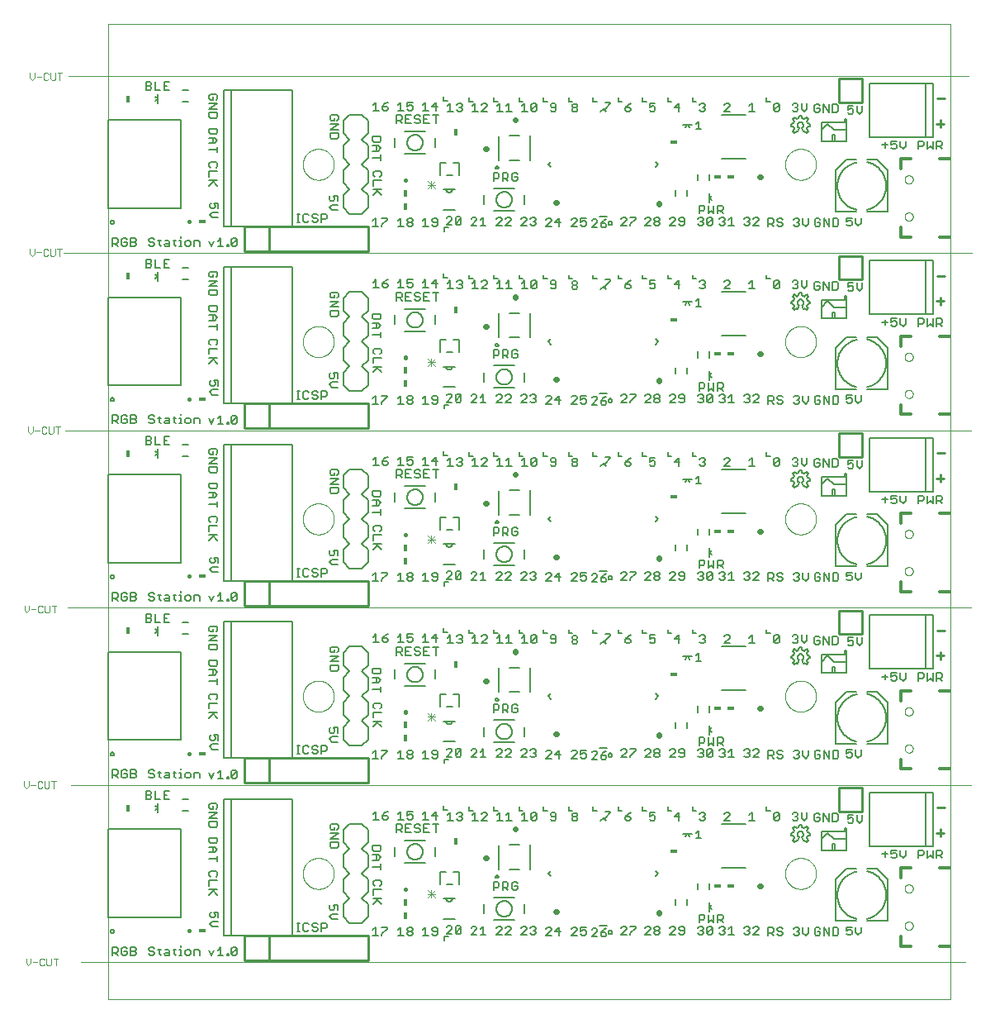
<source format=gto>
G75*
%MOIN*%
%OFA0B0*%
%FSLAX25Y25*%
%IPPOS*%
%LPD*%
%AMOC8*
5,1,8,0,0,1.08239X$1,22.5*
%
%ADD10C,0.00000*%
%ADD11C,0.01000*%
%ADD12C,0.00700*%
%ADD13C,0.00200*%
%ADD14C,0.02200*%
%ADD15R,0.03000X0.01800*%
%ADD16C,0.00800*%
%ADD17C,0.00600*%
%ADD18C,0.00500*%
%ADD19R,0.01800X0.03000*%
%ADD20C,0.00300*%
%ADD21C,0.01500*%
%ADD22R,0.01500X0.03000*%
%ADD23C,0.01200*%
%ADD24C,0.00591*%
D10*
X0025950Y0016000D02*
X0036950Y0016000D01*
X0036950Y0001000D01*
X0376950Y0001000D01*
X0376950Y0016000D01*
X0382950Y0016000D01*
X0376950Y0016000D02*
X0036950Y0016000D01*
X0036950Y0087500D01*
X0022148Y0087500D01*
X0036950Y0087500D02*
X0036950Y0159000D01*
X0020648Y0159000D01*
X0036950Y0159000D02*
X0036950Y0230500D01*
X0019648Y0230500D01*
X0036950Y0230500D02*
X0036950Y0302000D01*
X0019148Y0302000D01*
X0036950Y0302000D02*
X0036950Y0373500D01*
X0020948Y0373500D01*
X0036950Y0373500D02*
X0036950Y0394500D01*
X0376950Y0394500D01*
X0376950Y0373500D01*
X0384409Y0373500D01*
X0376950Y0373500D02*
X0376950Y0302000D01*
X0385609Y0302000D01*
X0376950Y0302000D02*
X0036950Y0302000D01*
X0036950Y0373500D02*
X0376950Y0373500D01*
X0358614Y0331743D02*
X0358616Y0331824D01*
X0358622Y0331906D01*
X0358632Y0331987D01*
X0358646Y0332067D01*
X0358663Y0332146D01*
X0358685Y0332225D01*
X0358710Y0332302D01*
X0358739Y0332379D01*
X0358772Y0332453D01*
X0358809Y0332526D01*
X0358848Y0332597D01*
X0358892Y0332666D01*
X0358938Y0332733D01*
X0358988Y0332797D01*
X0359041Y0332859D01*
X0359097Y0332919D01*
X0359155Y0332975D01*
X0359217Y0333029D01*
X0359281Y0333080D01*
X0359347Y0333127D01*
X0359415Y0333171D01*
X0359486Y0333212D01*
X0359558Y0333249D01*
X0359633Y0333283D01*
X0359708Y0333313D01*
X0359786Y0333339D01*
X0359864Y0333362D01*
X0359943Y0333380D01*
X0360023Y0333395D01*
X0360104Y0333406D01*
X0360185Y0333413D01*
X0360267Y0333416D01*
X0360348Y0333415D01*
X0360429Y0333410D01*
X0360510Y0333401D01*
X0360591Y0333388D01*
X0360671Y0333371D01*
X0360749Y0333351D01*
X0360827Y0333326D01*
X0360904Y0333298D01*
X0360979Y0333266D01*
X0361052Y0333231D01*
X0361123Y0333192D01*
X0361193Y0333149D01*
X0361260Y0333104D01*
X0361326Y0333055D01*
X0361388Y0333003D01*
X0361448Y0332947D01*
X0361505Y0332889D01*
X0361560Y0332829D01*
X0361611Y0332765D01*
X0361659Y0332700D01*
X0361704Y0332632D01*
X0361746Y0332562D01*
X0361784Y0332490D01*
X0361819Y0332416D01*
X0361850Y0332341D01*
X0361877Y0332264D01*
X0361900Y0332186D01*
X0361920Y0332107D01*
X0361936Y0332027D01*
X0361948Y0331946D01*
X0361956Y0331865D01*
X0361960Y0331784D01*
X0361960Y0331702D01*
X0361956Y0331621D01*
X0361948Y0331540D01*
X0361936Y0331459D01*
X0361920Y0331379D01*
X0361900Y0331300D01*
X0361877Y0331222D01*
X0361850Y0331145D01*
X0361819Y0331070D01*
X0361784Y0330996D01*
X0361746Y0330924D01*
X0361704Y0330854D01*
X0361659Y0330786D01*
X0361611Y0330721D01*
X0361560Y0330657D01*
X0361505Y0330597D01*
X0361448Y0330539D01*
X0361388Y0330483D01*
X0361326Y0330431D01*
X0361260Y0330382D01*
X0361193Y0330337D01*
X0361124Y0330294D01*
X0361052Y0330255D01*
X0360979Y0330220D01*
X0360904Y0330188D01*
X0360827Y0330160D01*
X0360749Y0330135D01*
X0360671Y0330115D01*
X0360591Y0330098D01*
X0360510Y0330085D01*
X0360429Y0330076D01*
X0360348Y0330071D01*
X0360267Y0330070D01*
X0360185Y0330073D01*
X0360104Y0330080D01*
X0360023Y0330091D01*
X0359943Y0330106D01*
X0359864Y0330124D01*
X0359786Y0330147D01*
X0359708Y0330173D01*
X0359633Y0330203D01*
X0359558Y0330237D01*
X0359486Y0330274D01*
X0359415Y0330315D01*
X0359347Y0330359D01*
X0359281Y0330406D01*
X0359217Y0330457D01*
X0359155Y0330511D01*
X0359097Y0330567D01*
X0359041Y0330627D01*
X0358988Y0330689D01*
X0358938Y0330753D01*
X0358892Y0330820D01*
X0358848Y0330889D01*
X0358809Y0330960D01*
X0358772Y0331033D01*
X0358739Y0331107D01*
X0358710Y0331184D01*
X0358685Y0331261D01*
X0358663Y0331340D01*
X0358646Y0331419D01*
X0358632Y0331499D01*
X0358622Y0331580D01*
X0358616Y0331662D01*
X0358614Y0331743D01*
X0358614Y0316782D02*
X0358616Y0316863D01*
X0358622Y0316945D01*
X0358632Y0317026D01*
X0358646Y0317106D01*
X0358663Y0317185D01*
X0358685Y0317264D01*
X0358710Y0317341D01*
X0358739Y0317418D01*
X0358772Y0317492D01*
X0358809Y0317565D01*
X0358848Y0317636D01*
X0358892Y0317705D01*
X0358938Y0317772D01*
X0358988Y0317836D01*
X0359041Y0317898D01*
X0359097Y0317958D01*
X0359155Y0318014D01*
X0359217Y0318068D01*
X0359281Y0318119D01*
X0359347Y0318166D01*
X0359415Y0318210D01*
X0359486Y0318251D01*
X0359558Y0318288D01*
X0359633Y0318322D01*
X0359708Y0318352D01*
X0359786Y0318378D01*
X0359864Y0318401D01*
X0359943Y0318419D01*
X0360023Y0318434D01*
X0360104Y0318445D01*
X0360185Y0318452D01*
X0360267Y0318455D01*
X0360348Y0318454D01*
X0360429Y0318449D01*
X0360510Y0318440D01*
X0360591Y0318427D01*
X0360671Y0318410D01*
X0360749Y0318390D01*
X0360827Y0318365D01*
X0360904Y0318337D01*
X0360979Y0318305D01*
X0361052Y0318270D01*
X0361123Y0318231D01*
X0361193Y0318188D01*
X0361260Y0318143D01*
X0361326Y0318094D01*
X0361388Y0318042D01*
X0361448Y0317986D01*
X0361505Y0317928D01*
X0361560Y0317868D01*
X0361611Y0317804D01*
X0361659Y0317739D01*
X0361704Y0317671D01*
X0361746Y0317601D01*
X0361784Y0317529D01*
X0361819Y0317455D01*
X0361850Y0317380D01*
X0361877Y0317303D01*
X0361900Y0317225D01*
X0361920Y0317146D01*
X0361936Y0317066D01*
X0361948Y0316985D01*
X0361956Y0316904D01*
X0361960Y0316823D01*
X0361960Y0316741D01*
X0361956Y0316660D01*
X0361948Y0316579D01*
X0361936Y0316498D01*
X0361920Y0316418D01*
X0361900Y0316339D01*
X0361877Y0316261D01*
X0361850Y0316184D01*
X0361819Y0316109D01*
X0361784Y0316035D01*
X0361746Y0315963D01*
X0361704Y0315893D01*
X0361659Y0315825D01*
X0361611Y0315760D01*
X0361560Y0315696D01*
X0361505Y0315636D01*
X0361448Y0315578D01*
X0361388Y0315522D01*
X0361326Y0315470D01*
X0361260Y0315421D01*
X0361193Y0315376D01*
X0361124Y0315333D01*
X0361052Y0315294D01*
X0360979Y0315259D01*
X0360904Y0315227D01*
X0360827Y0315199D01*
X0360749Y0315174D01*
X0360671Y0315154D01*
X0360591Y0315137D01*
X0360510Y0315124D01*
X0360429Y0315115D01*
X0360348Y0315110D01*
X0360267Y0315109D01*
X0360185Y0315112D01*
X0360104Y0315119D01*
X0360023Y0315130D01*
X0359943Y0315145D01*
X0359864Y0315163D01*
X0359786Y0315186D01*
X0359708Y0315212D01*
X0359633Y0315242D01*
X0359558Y0315276D01*
X0359486Y0315313D01*
X0359415Y0315354D01*
X0359347Y0315398D01*
X0359281Y0315445D01*
X0359217Y0315496D01*
X0359155Y0315550D01*
X0359097Y0315606D01*
X0359041Y0315666D01*
X0358988Y0315728D01*
X0358938Y0315792D01*
X0358892Y0315859D01*
X0358848Y0315928D01*
X0358809Y0315999D01*
X0358772Y0316072D01*
X0358739Y0316146D01*
X0358710Y0316223D01*
X0358685Y0316300D01*
X0358663Y0316379D01*
X0358646Y0316458D01*
X0358632Y0316538D01*
X0358622Y0316619D01*
X0358616Y0316701D01*
X0358614Y0316782D01*
X0376950Y0302000D02*
X0376950Y0230500D01*
X0385509Y0230500D01*
X0376950Y0230500D02*
X0036950Y0230500D01*
X0036950Y0159000D02*
X0376950Y0159000D01*
X0385509Y0159000D01*
X0376950Y0159000D02*
X0376950Y0230500D01*
X0358614Y0245282D02*
X0358616Y0245363D01*
X0358622Y0245445D01*
X0358632Y0245526D01*
X0358646Y0245606D01*
X0358663Y0245685D01*
X0358685Y0245764D01*
X0358710Y0245841D01*
X0358739Y0245918D01*
X0358772Y0245992D01*
X0358809Y0246065D01*
X0358848Y0246136D01*
X0358892Y0246205D01*
X0358938Y0246272D01*
X0358988Y0246336D01*
X0359041Y0246398D01*
X0359097Y0246458D01*
X0359155Y0246514D01*
X0359217Y0246568D01*
X0359281Y0246619D01*
X0359347Y0246666D01*
X0359415Y0246710D01*
X0359486Y0246751D01*
X0359558Y0246788D01*
X0359633Y0246822D01*
X0359708Y0246852D01*
X0359786Y0246878D01*
X0359864Y0246901D01*
X0359943Y0246919D01*
X0360023Y0246934D01*
X0360104Y0246945D01*
X0360185Y0246952D01*
X0360267Y0246955D01*
X0360348Y0246954D01*
X0360429Y0246949D01*
X0360510Y0246940D01*
X0360591Y0246927D01*
X0360671Y0246910D01*
X0360749Y0246890D01*
X0360827Y0246865D01*
X0360904Y0246837D01*
X0360979Y0246805D01*
X0361052Y0246770D01*
X0361123Y0246731D01*
X0361193Y0246688D01*
X0361260Y0246643D01*
X0361326Y0246594D01*
X0361388Y0246542D01*
X0361448Y0246486D01*
X0361505Y0246428D01*
X0361560Y0246368D01*
X0361611Y0246304D01*
X0361659Y0246239D01*
X0361704Y0246171D01*
X0361746Y0246101D01*
X0361784Y0246029D01*
X0361819Y0245955D01*
X0361850Y0245880D01*
X0361877Y0245803D01*
X0361900Y0245725D01*
X0361920Y0245646D01*
X0361936Y0245566D01*
X0361948Y0245485D01*
X0361956Y0245404D01*
X0361960Y0245323D01*
X0361960Y0245241D01*
X0361956Y0245160D01*
X0361948Y0245079D01*
X0361936Y0244998D01*
X0361920Y0244918D01*
X0361900Y0244839D01*
X0361877Y0244761D01*
X0361850Y0244684D01*
X0361819Y0244609D01*
X0361784Y0244535D01*
X0361746Y0244463D01*
X0361704Y0244393D01*
X0361659Y0244325D01*
X0361611Y0244260D01*
X0361560Y0244196D01*
X0361505Y0244136D01*
X0361448Y0244078D01*
X0361388Y0244022D01*
X0361326Y0243970D01*
X0361260Y0243921D01*
X0361193Y0243876D01*
X0361124Y0243833D01*
X0361052Y0243794D01*
X0360979Y0243759D01*
X0360904Y0243727D01*
X0360827Y0243699D01*
X0360749Y0243674D01*
X0360671Y0243654D01*
X0360591Y0243637D01*
X0360510Y0243624D01*
X0360429Y0243615D01*
X0360348Y0243610D01*
X0360267Y0243609D01*
X0360185Y0243612D01*
X0360104Y0243619D01*
X0360023Y0243630D01*
X0359943Y0243645D01*
X0359864Y0243663D01*
X0359786Y0243686D01*
X0359708Y0243712D01*
X0359633Y0243742D01*
X0359558Y0243776D01*
X0359486Y0243813D01*
X0359415Y0243854D01*
X0359347Y0243898D01*
X0359281Y0243945D01*
X0359217Y0243996D01*
X0359155Y0244050D01*
X0359097Y0244106D01*
X0359041Y0244166D01*
X0358988Y0244228D01*
X0358938Y0244292D01*
X0358892Y0244359D01*
X0358848Y0244428D01*
X0358809Y0244499D01*
X0358772Y0244572D01*
X0358739Y0244646D01*
X0358710Y0244723D01*
X0358685Y0244800D01*
X0358663Y0244879D01*
X0358646Y0244958D01*
X0358632Y0245038D01*
X0358622Y0245119D01*
X0358616Y0245201D01*
X0358614Y0245282D01*
X0358614Y0260243D02*
X0358616Y0260324D01*
X0358622Y0260406D01*
X0358632Y0260487D01*
X0358646Y0260567D01*
X0358663Y0260646D01*
X0358685Y0260725D01*
X0358710Y0260802D01*
X0358739Y0260879D01*
X0358772Y0260953D01*
X0358809Y0261026D01*
X0358848Y0261097D01*
X0358892Y0261166D01*
X0358938Y0261233D01*
X0358988Y0261297D01*
X0359041Y0261359D01*
X0359097Y0261419D01*
X0359155Y0261475D01*
X0359217Y0261529D01*
X0359281Y0261580D01*
X0359347Y0261627D01*
X0359415Y0261671D01*
X0359486Y0261712D01*
X0359558Y0261749D01*
X0359633Y0261783D01*
X0359708Y0261813D01*
X0359786Y0261839D01*
X0359864Y0261862D01*
X0359943Y0261880D01*
X0360023Y0261895D01*
X0360104Y0261906D01*
X0360185Y0261913D01*
X0360267Y0261916D01*
X0360348Y0261915D01*
X0360429Y0261910D01*
X0360510Y0261901D01*
X0360591Y0261888D01*
X0360671Y0261871D01*
X0360749Y0261851D01*
X0360827Y0261826D01*
X0360904Y0261798D01*
X0360979Y0261766D01*
X0361052Y0261731D01*
X0361123Y0261692D01*
X0361193Y0261649D01*
X0361260Y0261604D01*
X0361326Y0261555D01*
X0361388Y0261503D01*
X0361448Y0261447D01*
X0361505Y0261389D01*
X0361560Y0261329D01*
X0361611Y0261265D01*
X0361659Y0261200D01*
X0361704Y0261132D01*
X0361746Y0261062D01*
X0361784Y0260990D01*
X0361819Y0260916D01*
X0361850Y0260841D01*
X0361877Y0260764D01*
X0361900Y0260686D01*
X0361920Y0260607D01*
X0361936Y0260527D01*
X0361948Y0260446D01*
X0361956Y0260365D01*
X0361960Y0260284D01*
X0361960Y0260202D01*
X0361956Y0260121D01*
X0361948Y0260040D01*
X0361936Y0259959D01*
X0361920Y0259879D01*
X0361900Y0259800D01*
X0361877Y0259722D01*
X0361850Y0259645D01*
X0361819Y0259570D01*
X0361784Y0259496D01*
X0361746Y0259424D01*
X0361704Y0259354D01*
X0361659Y0259286D01*
X0361611Y0259221D01*
X0361560Y0259157D01*
X0361505Y0259097D01*
X0361448Y0259039D01*
X0361388Y0258983D01*
X0361326Y0258931D01*
X0361260Y0258882D01*
X0361193Y0258837D01*
X0361124Y0258794D01*
X0361052Y0258755D01*
X0360979Y0258720D01*
X0360904Y0258688D01*
X0360827Y0258660D01*
X0360749Y0258635D01*
X0360671Y0258615D01*
X0360591Y0258598D01*
X0360510Y0258585D01*
X0360429Y0258576D01*
X0360348Y0258571D01*
X0360267Y0258570D01*
X0360185Y0258573D01*
X0360104Y0258580D01*
X0360023Y0258591D01*
X0359943Y0258606D01*
X0359864Y0258624D01*
X0359786Y0258647D01*
X0359708Y0258673D01*
X0359633Y0258703D01*
X0359558Y0258737D01*
X0359486Y0258774D01*
X0359415Y0258815D01*
X0359347Y0258859D01*
X0359281Y0258906D01*
X0359217Y0258957D01*
X0359155Y0259011D01*
X0359097Y0259067D01*
X0359041Y0259127D01*
X0358988Y0259189D01*
X0358938Y0259253D01*
X0358892Y0259320D01*
X0358848Y0259389D01*
X0358809Y0259460D01*
X0358772Y0259533D01*
X0358739Y0259607D01*
X0358710Y0259684D01*
X0358685Y0259761D01*
X0358663Y0259840D01*
X0358646Y0259919D01*
X0358632Y0259999D01*
X0358622Y0260080D01*
X0358616Y0260162D01*
X0358614Y0260243D01*
X0310399Y0266362D02*
X0310401Y0266520D01*
X0310407Y0266677D01*
X0310417Y0266835D01*
X0310431Y0266992D01*
X0310449Y0267148D01*
X0310470Y0267305D01*
X0310496Y0267460D01*
X0310526Y0267615D01*
X0310559Y0267769D01*
X0310597Y0267922D01*
X0310638Y0268075D01*
X0310683Y0268226D01*
X0310732Y0268376D01*
X0310785Y0268524D01*
X0310841Y0268672D01*
X0310902Y0268817D01*
X0310965Y0268962D01*
X0311033Y0269104D01*
X0311104Y0269245D01*
X0311178Y0269384D01*
X0311256Y0269521D01*
X0311338Y0269656D01*
X0311422Y0269789D01*
X0311511Y0269920D01*
X0311602Y0270048D01*
X0311697Y0270175D01*
X0311794Y0270298D01*
X0311895Y0270420D01*
X0311999Y0270538D01*
X0312106Y0270654D01*
X0312216Y0270767D01*
X0312328Y0270878D01*
X0312444Y0270985D01*
X0312562Y0271090D01*
X0312682Y0271192D01*
X0312805Y0271290D01*
X0312931Y0271386D01*
X0313059Y0271478D01*
X0313189Y0271567D01*
X0313321Y0271653D01*
X0313456Y0271735D01*
X0313593Y0271814D01*
X0313731Y0271889D01*
X0313871Y0271961D01*
X0314014Y0272029D01*
X0314157Y0272094D01*
X0314303Y0272155D01*
X0314450Y0272212D01*
X0314598Y0272266D01*
X0314748Y0272316D01*
X0314898Y0272362D01*
X0315050Y0272404D01*
X0315203Y0272443D01*
X0315357Y0272477D01*
X0315512Y0272508D01*
X0315667Y0272534D01*
X0315823Y0272557D01*
X0315980Y0272576D01*
X0316137Y0272591D01*
X0316294Y0272602D01*
X0316452Y0272609D01*
X0316610Y0272612D01*
X0316767Y0272611D01*
X0316925Y0272606D01*
X0317082Y0272597D01*
X0317240Y0272584D01*
X0317396Y0272567D01*
X0317553Y0272546D01*
X0317708Y0272522D01*
X0317863Y0272493D01*
X0318018Y0272460D01*
X0318171Y0272424D01*
X0318324Y0272383D01*
X0318475Y0272339D01*
X0318625Y0272291D01*
X0318774Y0272240D01*
X0318922Y0272184D01*
X0319068Y0272125D01*
X0319213Y0272062D01*
X0319356Y0271995D01*
X0319497Y0271925D01*
X0319636Y0271852D01*
X0319774Y0271775D01*
X0319910Y0271694D01*
X0320043Y0271610D01*
X0320174Y0271523D01*
X0320303Y0271432D01*
X0320430Y0271338D01*
X0320555Y0271241D01*
X0320676Y0271141D01*
X0320796Y0271038D01*
X0320912Y0270932D01*
X0321026Y0270823D01*
X0321138Y0270711D01*
X0321246Y0270597D01*
X0321351Y0270479D01*
X0321454Y0270359D01*
X0321553Y0270237D01*
X0321649Y0270112D01*
X0321742Y0269984D01*
X0321832Y0269855D01*
X0321918Y0269723D01*
X0322002Y0269589D01*
X0322081Y0269453D01*
X0322158Y0269315D01*
X0322230Y0269175D01*
X0322299Y0269033D01*
X0322365Y0268890D01*
X0322427Y0268745D01*
X0322485Y0268598D01*
X0322540Y0268450D01*
X0322591Y0268301D01*
X0322638Y0268150D01*
X0322681Y0267999D01*
X0322720Y0267846D01*
X0322756Y0267692D01*
X0322787Y0267538D01*
X0322815Y0267383D01*
X0322839Y0267227D01*
X0322859Y0267070D01*
X0322875Y0266913D01*
X0322887Y0266756D01*
X0322895Y0266599D01*
X0322899Y0266441D01*
X0322899Y0266283D01*
X0322895Y0266125D01*
X0322887Y0265968D01*
X0322875Y0265811D01*
X0322859Y0265654D01*
X0322839Y0265497D01*
X0322815Y0265341D01*
X0322787Y0265186D01*
X0322756Y0265032D01*
X0322720Y0264878D01*
X0322681Y0264725D01*
X0322638Y0264574D01*
X0322591Y0264423D01*
X0322540Y0264274D01*
X0322485Y0264126D01*
X0322427Y0263979D01*
X0322365Y0263834D01*
X0322299Y0263691D01*
X0322230Y0263549D01*
X0322158Y0263409D01*
X0322081Y0263271D01*
X0322002Y0263135D01*
X0321918Y0263001D01*
X0321832Y0262869D01*
X0321742Y0262740D01*
X0321649Y0262612D01*
X0321553Y0262487D01*
X0321454Y0262365D01*
X0321351Y0262245D01*
X0321246Y0262127D01*
X0321138Y0262013D01*
X0321026Y0261901D01*
X0320912Y0261792D01*
X0320796Y0261686D01*
X0320676Y0261583D01*
X0320555Y0261483D01*
X0320430Y0261386D01*
X0320303Y0261292D01*
X0320174Y0261201D01*
X0320043Y0261114D01*
X0319910Y0261030D01*
X0319774Y0260949D01*
X0319636Y0260872D01*
X0319497Y0260799D01*
X0319356Y0260729D01*
X0319213Y0260662D01*
X0319068Y0260599D01*
X0318922Y0260540D01*
X0318774Y0260484D01*
X0318625Y0260433D01*
X0318475Y0260385D01*
X0318324Y0260341D01*
X0318171Y0260300D01*
X0318018Y0260264D01*
X0317863Y0260231D01*
X0317708Y0260202D01*
X0317553Y0260178D01*
X0317396Y0260157D01*
X0317240Y0260140D01*
X0317082Y0260127D01*
X0316925Y0260118D01*
X0316767Y0260113D01*
X0316610Y0260112D01*
X0316452Y0260115D01*
X0316294Y0260122D01*
X0316137Y0260133D01*
X0315980Y0260148D01*
X0315823Y0260167D01*
X0315667Y0260190D01*
X0315512Y0260216D01*
X0315357Y0260247D01*
X0315203Y0260281D01*
X0315050Y0260320D01*
X0314898Y0260362D01*
X0314748Y0260408D01*
X0314598Y0260458D01*
X0314450Y0260512D01*
X0314303Y0260569D01*
X0314157Y0260630D01*
X0314014Y0260695D01*
X0313871Y0260763D01*
X0313731Y0260835D01*
X0313593Y0260910D01*
X0313456Y0260989D01*
X0313321Y0261071D01*
X0313189Y0261157D01*
X0313059Y0261246D01*
X0312931Y0261338D01*
X0312805Y0261434D01*
X0312682Y0261532D01*
X0312562Y0261634D01*
X0312444Y0261739D01*
X0312328Y0261846D01*
X0312216Y0261957D01*
X0312106Y0262070D01*
X0311999Y0262186D01*
X0311895Y0262304D01*
X0311794Y0262426D01*
X0311697Y0262549D01*
X0311602Y0262676D01*
X0311511Y0262804D01*
X0311422Y0262935D01*
X0311338Y0263068D01*
X0311256Y0263203D01*
X0311178Y0263340D01*
X0311104Y0263479D01*
X0311033Y0263620D01*
X0310965Y0263762D01*
X0310902Y0263907D01*
X0310841Y0264052D01*
X0310785Y0264200D01*
X0310732Y0264348D01*
X0310683Y0264498D01*
X0310638Y0264649D01*
X0310597Y0264802D01*
X0310559Y0264955D01*
X0310526Y0265109D01*
X0310496Y0265264D01*
X0310470Y0265419D01*
X0310449Y0265576D01*
X0310431Y0265732D01*
X0310417Y0265889D01*
X0310407Y0266047D01*
X0310401Y0266204D01*
X0310399Y0266362D01*
X0310399Y0194862D02*
X0310401Y0195020D01*
X0310407Y0195177D01*
X0310417Y0195335D01*
X0310431Y0195492D01*
X0310449Y0195648D01*
X0310470Y0195805D01*
X0310496Y0195960D01*
X0310526Y0196115D01*
X0310559Y0196269D01*
X0310597Y0196422D01*
X0310638Y0196575D01*
X0310683Y0196726D01*
X0310732Y0196876D01*
X0310785Y0197024D01*
X0310841Y0197172D01*
X0310902Y0197317D01*
X0310965Y0197462D01*
X0311033Y0197604D01*
X0311104Y0197745D01*
X0311178Y0197884D01*
X0311256Y0198021D01*
X0311338Y0198156D01*
X0311422Y0198289D01*
X0311511Y0198420D01*
X0311602Y0198548D01*
X0311697Y0198675D01*
X0311794Y0198798D01*
X0311895Y0198920D01*
X0311999Y0199038D01*
X0312106Y0199154D01*
X0312216Y0199267D01*
X0312328Y0199378D01*
X0312444Y0199485D01*
X0312562Y0199590D01*
X0312682Y0199692D01*
X0312805Y0199790D01*
X0312931Y0199886D01*
X0313059Y0199978D01*
X0313189Y0200067D01*
X0313321Y0200153D01*
X0313456Y0200235D01*
X0313593Y0200314D01*
X0313731Y0200389D01*
X0313871Y0200461D01*
X0314014Y0200529D01*
X0314157Y0200594D01*
X0314303Y0200655D01*
X0314450Y0200712D01*
X0314598Y0200766D01*
X0314748Y0200816D01*
X0314898Y0200862D01*
X0315050Y0200904D01*
X0315203Y0200943D01*
X0315357Y0200977D01*
X0315512Y0201008D01*
X0315667Y0201034D01*
X0315823Y0201057D01*
X0315980Y0201076D01*
X0316137Y0201091D01*
X0316294Y0201102D01*
X0316452Y0201109D01*
X0316610Y0201112D01*
X0316767Y0201111D01*
X0316925Y0201106D01*
X0317082Y0201097D01*
X0317240Y0201084D01*
X0317396Y0201067D01*
X0317553Y0201046D01*
X0317708Y0201022D01*
X0317863Y0200993D01*
X0318018Y0200960D01*
X0318171Y0200924D01*
X0318324Y0200883D01*
X0318475Y0200839D01*
X0318625Y0200791D01*
X0318774Y0200740D01*
X0318922Y0200684D01*
X0319068Y0200625D01*
X0319213Y0200562D01*
X0319356Y0200495D01*
X0319497Y0200425D01*
X0319636Y0200352D01*
X0319774Y0200275D01*
X0319910Y0200194D01*
X0320043Y0200110D01*
X0320174Y0200023D01*
X0320303Y0199932D01*
X0320430Y0199838D01*
X0320555Y0199741D01*
X0320676Y0199641D01*
X0320796Y0199538D01*
X0320912Y0199432D01*
X0321026Y0199323D01*
X0321138Y0199211D01*
X0321246Y0199097D01*
X0321351Y0198979D01*
X0321454Y0198859D01*
X0321553Y0198737D01*
X0321649Y0198612D01*
X0321742Y0198484D01*
X0321832Y0198355D01*
X0321918Y0198223D01*
X0322002Y0198089D01*
X0322081Y0197953D01*
X0322158Y0197815D01*
X0322230Y0197675D01*
X0322299Y0197533D01*
X0322365Y0197390D01*
X0322427Y0197245D01*
X0322485Y0197098D01*
X0322540Y0196950D01*
X0322591Y0196801D01*
X0322638Y0196650D01*
X0322681Y0196499D01*
X0322720Y0196346D01*
X0322756Y0196192D01*
X0322787Y0196038D01*
X0322815Y0195883D01*
X0322839Y0195727D01*
X0322859Y0195570D01*
X0322875Y0195413D01*
X0322887Y0195256D01*
X0322895Y0195099D01*
X0322899Y0194941D01*
X0322899Y0194783D01*
X0322895Y0194625D01*
X0322887Y0194468D01*
X0322875Y0194311D01*
X0322859Y0194154D01*
X0322839Y0193997D01*
X0322815Y0193841D01*
X0322787Y0193686D01*
X0322756Y0193532D01*
X0322720Y0193378D01*
X0322681Y0193225D01*
X0322638Y0193074D01*
X0322591Y0192923D01*
X0322540Y0192774D01*
X0322485Y0192626D01*
X0322427Y0192479D01*
X0322365Y0192334D01*
X0322299Y0192191D01*
X0322230Y0192049D01*
X0322158Y0191909D01*
X0322081Y0191771D01*
X0322002Y0191635D01*
X0321918Y0191501D01*
X0321832Y0191369D01*
X0321742Y0191240D01*
X0321649Y0191112D01*
X0321553Y0190987D01*
X0321454Y0190865D01*
X0321351Y0190745D01*
X0321246Y0190627D01*
X0321138Y0190513D01*
X0321026Y0190401D01*
X0320912Y0190292D01*
X0320796Y0190186D01*
X0320676Y0190083D01*
X0320555Y0189983D01*
X0320430Y0189886D01*
X0320303Y0189792D01*
X0320174Y0189701D01*
X0320043Y0189614D01*
X0319910Y0189530D01*
X0319774Y0189449D01*
X0319636Y0189372D01*
X0319497Y0189299D01*
X0319356Y0189229D01*
X0319213Y0189162D01*
X0319068Y0189099D01*
X0318922Y0189040D01*
X0318774Y0188984D01*
X0318625Y0188933D01*
X0318475Y0188885D01*
X0318324Y0188841D01*
X0318171Y0188800D01*
X0318018Y0188764D01*
X0317863Y0188731D01*
X0317708Y0188702D01*
X0317553Y0188678D01*
X0317396Y0188657D01*
X0317240Y0188640D01*
X0317082Y0188627D01*
X0316925Y0188618D01*
X0316767Y0188613D01*
X0316610Y0188612D01*
X0316452Y0188615D01*
X0316294Y0188622D01*
X0316137Y0188633D01*
X0315980Y0188648D01*
X0315823Y0188667D01*
X0315667Y0188690D01*
X0315512Y0188716D01*
X0315357Y0188747D01*
X0315203Y0188781D01*
X0315050Y0188820D01*
X0314898Y0188862D01*
X0314748Y0188908D01*
X0314598Y0188958D01*
X0314450Y0189012D01*
X0314303Y0189069D01*
X0314157Y0189130D01*
X0314014Y0189195D01*
X0313871Y0189263D01*
X0313731Y0189335D01*
X0313593Y0189410D01*
X0313456Y0189489D01*
X0313321Y0189571D01*
X0313189Y0189657D01*
X0313059Y0189746D01*
X0312931Y0189838D01*
X0312805Y0189934D01*
X0312682Y0190032D01*
X0312562Y0190134D01*
X0312444Y0190239D01*
X0312328Y0190346D01*
X0312216Y0190457D01*
X0312106Y0190570D01*
X0311999Y0190686D01*
X0311895Y0190804D01*
X0311794Y0190926D01*
X0311697Y0191049D01*
X0311602Y0191176D01*
X0311511Y0191304D01*
X0311422Y0191435D01*
X0311338Y0191568D01*
X0311256Y0191703D01*
X0311178Y0191840D01*
X0311104Y0191979D01*
X0311033Y0192120D01*
X0310965Y0192262D01*
X0310902Y0192407D01*
X0310841Y0192552D01*
X0310785Y0192700D01*
X0310732Y0192848D01*
X0310683Y0192998D01*
X0310638Y0193149D01*
X0310597Y0193302D01*
X0310559Y0193455D01*
X0310526Y0193609D01*
X0310496Y0193764D01*
X0310470Y0193919D01*
X0310449Y0194076D01*
X0310431Y0194232D01*
X0310417Y0194389D01*
X0310407Y0194547D01*
X0310401Y0194704D01*
X0310399Y0194862D01*
X0358614Y0188743D02*
X0358616Y0188824D01*
X0358622Y0188906D01*
X0358632Y0188987D01*
X0358646Y0189067D01*
X0358663Y0189146D01*
X0358685Y0189225D01*
X0358710Y0189302D01*
X0358739Y0189379D01*
X0358772Y0189453D01*
X0358809Y0189526D01*
X0358848Y0189597D01*
X0358892Y0189666D01*
X0358938Y0189733D01*
X0358988Y0189797D01*
X0359041Y0189859D01*
X0359097Y0189919D01*
X0359155Y0189975D01*
X0359217Y0190029D01*
X0359281Y0190080D01*
X0359347Y0190127D01*
X0359415Y0190171D01*
X0359486Y0190212D01*
X0359558Y0190249D01*
X0359633Y0190283D01*
X0359708Y0190313D01*
X0359786Y0190339D01*
X0359864Y0190362D01*
X0359943Y0190380D01*
X0360023Y0190395D01*
X0360104Y0190406D01*
X0360185Y0190413D01*
X0360267Y0190416D01*
X0360348Y0190415D01*
X0360429Y0190410D01*
X0360510Y0190401D01*
X0360591Y0190388D01*
X0360671Y0190371D01*
X0360749Y0190351D01*
X0360827Y0190326D01*
X0360904Y0190298D01*
X0360979Y0190266D01*
X0361052Y0190231D01*
X0361123Y0190192D01*
X0361193Y0190149D01*
X0361260Y0190104D01*
X0361326Y0190055D01*
X0361388Y0190003D01*
X0361448Y0189947D01*
X0361505Y0189889D01*
X0361560Y0189829D01*
X0361611Y0189765D01*
X0361659Y0189700D01*
X0361704Y0189632D01*
X0361746Y0189562D01*
X0361784Y0189490D01*
X0361819Y0189416D01*
X0361850Y0189341D01*
X0361877Y0189264D01*
X0361900Y0189186D01*
X0361920Y0189107D01*
X0361936Y0189027D01*
X0361948Y0188946D01*
X0361956Y0188865D01*
X0361960Y0188784D01*
X0361960Y0188702D01*
X0361956Y0188621D01*
X0361948Y0188540D01*
X0361936Y0188459D01*
X0361920Y0188379D01*
X0361900Y0188300D01*
X0361877Y0188222D01*
X0361850Y0188145D01*
X0361819Y0188070D01*
X0361784Y0187996D01*
X0361746Y0187924D01*
X0361704Y0187854D01*
X0361659Y0187786D01*
X0361611Y0187721D01*
X0361560Y0187657D01*
X0361505Y0187597D01*
X0361448Y0187539D01*
X0361388Y0187483D01*
X0361326Y0187431D01*
X0361260Y0187382D01*
X0361193Y0187337D01*
X0361124Y0187294D01*
X0361052Y0187255D01*
X0360979Y0187220D01*
X0360904Y0187188D01*
X0360827Y0187160D01*
X0360749Y0187135D01*
X0360671Y0187115D01*
X0360591Y0187098D01*
X0360510Y0187085D01*
X0360429Y0187076D01*
X0360348Y0187071D01*
X0360267Y0187070D01*
X0360185Y0187073D01*
X0360104Y0187080D01*
X0360023Y0187091D01*
X0359943Y0187106D01*
X0359864Y0187124D01*
X0359786Y0187147D01*
X0359708Y0187173D01*
X0359633Y0187203D01*
X0359558Y0187237D01*
X0359486Y0187274D01*
X0359415Y0187315D01*
X0359347Y0187359D01*
X0359281Y0187406D01*
X0359217Y0187457D01*
X0359155Y0187511D01*
X0359097Y0187567D01*
X0359041Y0187627D01*
X0358988Y0187689D01*
X0358938Y0187753D01*
X0358892Y0187820D01*
X0358848Y0187889D01*
X0358809Y0187960D01*
X0358772Y0188033D01*
X0358739Y0188107D01*
X0358710Y0188184D01*
X0358685Y0188261D01*
X0358663Y0188340D01*
X0358646Y0188419D01*
X0358632Y0188499D01*
X0358622Y0188580D01*
X0358616Y0188662D01*
X0358614Y0188743D01*
X0358614Y0173782D02*
X0358616Y0173863D01*
X0358622Y0173945D01*
X0358632Y0174026D01*
X0358646Y0174106D01*
X0358663Y0174185D01*
X0358685Y0174264D01*
X0358710Y0174341D01*
X0358739Y0174418D01*
X0358772Y0174492D01*
X0358809Y0174565D01*
X0358848Y0174636D01*
X0358892Y0174705D01*
X0358938Y0174772D01*
X0358988Y0174836D01*
X0359041Y0174898D01*
X0359097Y0174958D01*
X0359155Y0175014D01*
X0359217Y0175068D01*
X0359281Y0175119D01*
X0359347Y0175166D01*
X0359415Y0175210D01*
X0359486Y0175251D01*
X0359558Y0175288D01*
X0359633Y0175322D01*
X0359708Y0175352D01*
X0359786Y0175378D01*
X0359864Y0175401D01*
X0359943Y0175419D01*
X0360023Y0175434D01*
X0360104Y0175445D01*
X0360185Y0175452D01*
X0360267Y0175455D01*
X0360348Y0175454D01*
X0360429Y0175449D01*
X0360510Y0175440D01*
X0360591Y0175427D01*
X0360671Y0175410D01*
X0360749Y0175390D01*
X0360827Y0175365D01*
X0360904Y0175337D01*
X0360979Y0175305D01*
X0361052Y0175270D01*
X0361123Y0175231D01*
X0361193Y0175188D01*
X0361260Y0175143D01*
X0361326Y0175094D01*
X0361388Y0175042D01*
X0361448Y0174986D01*
X0361505Y0174928D01*
X0361560Y0174868D01*
X0361611Y0174804D01*
X0361659Y0174739D01*
X0361704Y0174671D01*
X0361746Y0174601D01*
X0361784Y0174529D01*
X0361819Y0174455D01*
X0361850Y0174380D01*
X0361877Y0174303D01*
X0361900Y0174225D01*
X0361920Y0174146D01*
X0361936Y0174066D01*
X0361948Y0173985D01*
X0361956Y0173904D01*
X0361960Y0173823D01*
X0361960Y0173741D01*
X0361956Y0173660D01*
X0361948Y0173579D01*
X0361936Y0173498D01*
X0361920Y0173418D01*
X0361900Y0173339D01*
X0361877Y0173261D01*
X0361850Y0173184D01*
X0361819Y0173109D01*
X0361784Y0173035D01*
X0361746Y0172963D01*
X0361704Y0172893D01*
X0361659Y0172825D01*
X0361611Y0172760D01*
X0361560Y0172696D01*
X0361505Y0172636D01*
X0361448Y0172578D01*
X0361388Y0172522D01*
X0361326Y0172470D01*
X0361260Y0172421D01*
X0361193Y0172376D01*
X0361124Y0172333D01*
X0361052Y0172294D01*
X0360979Y0172259D01*
X0360904Y0172227D01*
X0360827Y0172199D01*
X0360749Y0172174D01*
X0360671Y0172154D01*
X0360591Y0172137D01*
X0360510Y0172124D01*
X0360429Y0172115D01*
X0360348Y0172110D01*
X0360267Y0172109D01*
X0360185Y0172112D01*
X0360104Y0172119D01*
X0360023Y0172130D01*
X0359943Y0172145D01*
X0359864Y0172163D01*
X0359786Y0172186D01*
X0359708Y0172212D01*
X0359633Y0172242D01*
X0359558Y0172276D01*
X0359486Y0172313D01*
X0359415Y0172354D01*
X0359347Y0172398D01*
X0359281Y0172445D01*
X0359217Y0172496D01*
X0359155Y0172550D01*
X0359097Y0172606D01*
X0359041Y0172666D01*
X0358988Y0172728D01*
X0358938Y0172792D01*
X0358892Y0172859D01*
X0358848Y0172928D01*
X0358809Y0172999D01*
X0358772Y0173072D01*
X0358739Y0173146D01*
X0358710Y0173223D01*
X0358685Y0173300D01*
X0358663Y0173379D01*
X0358646Y0173458D01*
X0358632Y0173538D01*
X0358622Y0173619D01*
X0358616Y0173701D01*
X0358614Y0173782D01*
X0376950Y0159000D02*
X0376950Y0087500D01*
X0385498Y0087500D01*
X0376950Y0087500D02*
X0036950Y0087500D01*
X0115699Y0051862D02*
X0115701Y0052020D01*
X0115707Y0052177D01*
X0115717Y0052335D01*
X0115731Y0052492D01*
X0115749Y0052648D01*
X0115770Y0052805D01*
X0115796Y0052960D01*
X0115826Y0053115D01*
X0115859Y0053269D01*
X0115897Y0053422D01*
X0115938Y0053575D01*
X0115983Y0053726D01*
X0116032Y0053876D01*
X0116085Y0054024D01*
X0116141Y0054172D01*
X0116202Y0054317D01*
X0116265Y0054462D01*
X0116333Y0054604D01*
X0116404Y0054745D01*
X0116478Y0054884D01*
X0116556Y0055021D01*
X0116638Y0055156D01*
X0116722Y0055289D01*
X0116811Y0055420D01*
X0116902Y0055548D01*
X0116997Y0055675D01*
X0117094Y0055798D01*
X0117195Y0055920D01*
X0117299Y0056038D01*
X0117406Y0056154D01*
X0117516Y0056267D01*
X0117628Y0056378D01*
X0117744Y0056485D01*
X0117862Y0056590D01*
X0117982Y0056692D01*
X0118105Y0056790D01*
X0118231Y0056886D01*
X0118359Y0056978D01*
X0118489Y0057067D01*
X0118621Y0057153D01*
X0118756Y0057235D01*
X0118893Y0057314D01*
X0119031Y0057389D01*
X0119171Y0057461D01*
X0119314Y0057529D01*
X0119457Y0057594D01*
X0119603Y0057655D01*
X0119750Y0057712D01*
X0119898Y0057766D01*
X0120048Y0057816D01*
X0120198Y0057862D01*
X0120350Y0057904D01*
X0120503Y0057943D01*
X0120657Y0057977D01*
X0120812Y0058008D01*
X0120967Y0058034D01*
X0121123Y0058057D01*
X0121280Y0058076D01*
X0121437Y0058091D01*
X0121594Y0058102D01*
X0121752Y0058109D01*
X0121910Y0058112D01*
X0122067Y0058111D01*
X0122225Y0058106D01*
X0122382Y0058097D01*
X0122540Y0058084D01*
X0122696Y0058067D01*
X0122853Y0058046D01*
X0123008Y0058022D01*
X0123163Y0057993D01*
X0123318Y0057960D01*
X0123471Y0057924D01*
X0123624Y0057883D01*
X0123775Y0057839D01*
X0123925Y0057791D01*
X0124074Y0057740D01*
X0124222Y0057684D01*
X0124368Y0057625D01*
X0124513Y0057562D01*
X0124656Y0057495D01*
X0124797Y0057425D01*
X0124936Y0057352D01*
X0125074Y0057275D01*
X0125210Y0057194D01*
X0125343Y0057110D01*
X0125474Y0057023D01*
X0125603Y0056932D01*
X0125730Y0056838D01*
X0125855Y0056741D01*
X0125976Y0056641D01*
X0126096Y0056538D01*
X0126212Y0056432D01*
X0126326Y0056323D01*
X0126438Y0056211D01*
X0126546Y0056097D01*
X0126651Y0055979D01*
X0126754Y0055859D01*
X0126853Y0055737D01*
X0126949Y0055612D01*
X0127042Y0055484D01*
X0127132Y0055355D01*
X0127218Y0055223D01*
X0127302Y0055089D01*
X0127381Y0054953D01*
X0127458Y0054815D01*
X0127530Y0054675D01*
X0127599Y0054533D01*
X0127665Y0054390D01*
X0127727Y0054245D01*
X0127785Y0054098D01*
X0127840Y0053950D01*
X0127891Y0053801D01*
X0127938Y0053650D01*
X0127981Y0053499D01*
X0128020Y0053346D01*
X0128056Y0053192D01*
X0128087Y0053038D01*
X0128115Y0052883D01*
X0128139Y0052727D01*
X0128159Y0052570D01*
X0128175Y0052413D01*
X0128187Y0052256D01*
X0128195Y0052099D01*
X0128199Y0051941D01*
X0128199Y0051783D01*
X0128195Y0051625D01*
X0128187Y0051468D01*
X0128175Y0051311D01*
X0128159Y0051154D01*
X0128139Y0050997D01*
X0128115Y0050841D01*
X0128087Y0050686D01*
X0128056Y0050532D01*
X0128020Y0050378D01*
X0127981Y0050225D01*
X0127938Y0050074D01*
X0127891Y0049923D01*
X0127840Y0049774D01*
X0127785Y0049626D01*
X0127727Y0049479D01*
X0127665Y0049334D01*
X0127599Y0049191D01*
X0127530Y0049049D01*
X0127458Y0048909D01*
X0127381Y0048771D01*
X0127302Y0048635D01*
X0127218Y0048501D01*
X0127132Y0048369D01*
X0127042Y0048240D01*
X0126949Y0048112D01*
X0126853Y0047987D01*
X0126754Y0047865D01*
X0126651Y0047745D01*
X0126546Y0047627D01*
X0126438Y0047513D01*
X0126326Y0047401D01*
X0126212Y0047292D01*
X0126096Y0047186D01*
X0125976Y0047083D01*
X0125855Y0046983D01*
X0125730Y0046886D01*
X0125603Y0046792D01*
X0125474Y0046701D01*
X0125343Y0046614D01*
X0125210Y0046530D01*
X0125074Y0046449D01*
X0124936Y0046372D01*
X0124797Y0046299D01*
X0124656Y0046229D01*
X0124513Y0046162D01*
X0124368Y0046099D01*
X0124222Y0046040D01*
X0124074Y0045984D01*
X0123925Y0045933D01*
X0123775Y0045885D01*
X0123624Y0045841D01*
X0123471Y0045800D01*
X0123318Y0045764D01*
X0123163Y0045731D01*
X0123008Y0045702D01*
X0122853Y0045678D01*
X0122696Y0045657D01*
X0122540Y0045640D01*
X0122382Y0045627D01*
X0122225Y0045618D01*
X0122067Y0045613D01*
X0121910Y0045612D01*
X0121752Y0045615D01*
X0121594Y0045622D01*
X0121437Y0045633D01*
X0121280Y0045648D01*
X0121123Y0045667D01*
X0120967Y0045690D01*
X0120812Y0045716D01*
X0120657Y0045747D01*
X0120503Y0045781D01*
X0120350Y0045820D01*
X0120198Y0045862D01*
X0120048Y0045908D01*
X0119898Y0045958D01*
X0119750Y0046012D01*
X0119603Y0046069D01*
X0119457Y0046130D01*
X0119314Y0046195D01*
X0119171Y0046263D01*
X0119031Y0046335D01*
X0118893Y0046410D01*
X0118756Y0046489D01*
X0118621Y0046571D01*
X0118489Y0046657D01*
X0118359Y0046746D01*
X0118231Y0046838D01*
X0118105Y0046934D01*
X0117982Y0047032D01*
X0117862Y0047134D01*
X0117744Y0047239D01*
X0117628Y0047346D01*
X0117516Y0047457D01*
X0117406Y0047570D01*
X0117299Y0047686D01*
X0117195Y0047804D01*
X0117094Y0047926D01*
X0116997Y0048049D01*
X0116902Y0048176D01*
X0116811Y0048304D01*
X0116722Y0048435D01*
X0116638Y0048568D01*
X0116556Y0048703D01*
X0116478Y0048840D01*
X0116404Y0048979D01*
X0116333Y0049120D01*
X0116265Y0049262D01*
X0116202Y0049407D01*
X0116141Y0049552D01*
X0116085Y0049700D01*
X0116032Y0049848D01*
X0115983Y0049998D01*
X0115938Y0050149D01*
X0115897Y0050302D01*
X0115859Y0050455D01*
X0115826Y0050609D01*
X0115796Y0050764D01*
X0115770Y0050919D01*
X0115749Y0051076D01*
X0115731Y0051232D01*
X0115717Y0051389D01*
X0115707Y0051547D01*
X0115701Y0051704D01*
X0115699Y0051862D01*
X0115699Y0123362D02*
X0115701Y0123520D01*
X0115707Y0123677D01*
X0115717Y0123835D01*
X0115731Y0123992D01*
X0115749Y0124148D01*
X0115770Y0124305D01*
X0115796Y0124460D01*
X0115826Y0124615D01*
X0115859Y0124769D01*
X0115897Y0124922D01*
X0115938Y0125075D01*
X0115983Y0125226D01*
X0116032Y0125376D01*
X0116085Y0125524D01*
X0116141Y0125672D01*
X0116202Y0125817D01*
X0116265Y0125962D01*
X0116333Y0126104D01*
X0116404Y0126245D01*
X0116478Y0126384D01*
X0116556Y0126521D01*
X0116638Y0126656D01*
X0116722Y0126789D01*
X0116811Y0126920D01*
X0116902Y0127048D01*
X0116997Y0127175D01*
X0117094Y0127298D01*
X0117195Y0127420D01*
X0117299Y0127538D01*
X0117406Y0127654D01*
X0117516Y0127767D01*
X0117628Y0127878D01*
X0117744Y0127985D01*
X0117862Y0128090D01*
X0117982Y0128192D01*
X0118105Y0128290D01*
X0118231Y0128386D01*
X0118359Y0128478D01*
X0118489Y0128567D01*
X0118621Y0128653D01*
X0118756Y0128735D01*
X0118893Y0128814D01*
X0119031Y0128889D01*
X0119171Y0128961D01*
X0119314Y0129029D01*
X0119457Y0129094D01*
X0119603Y0129155D01*
X0119750Y0129212D01*
X0119898Y0129266D01*
X0120048Y0129316D01*
X0120198Y0129362D01*
X0120350Y0129404D01*
X0120503Y0129443D01*
X0120657Y0129477D01*
X0120812Y0129508D01*
X0120967Y0129534D01*
X0121123Y0129557D01*
X0121280Y0129576D01*
X0121437Y0129591D01*
X0121594Y0129602D01*
X0121752Y0129609D01*
X0121910Y0129612D01*
X0122067Y0129611D01*
X0122225Y0129606D01*
X0122382Y0129597D01*
X0122540Y0129584D01*
X0122696Y0129567D01*
X0122853Y0129546D01*
X0123008Y0129522D01*
X0123163Y0129493D01*
X0123318Y0129460D01*
X0123471Y0129424D01*
X0123624Y0129383D01*
X0123775Y0129339D01*
X0123925Y0129291D01*
X0124074Y0129240D01*
X0124222Y0129184D01*
X0124368Y0129125D01*
X0124513Y0129062D01*
X0124656Y0128995D01*
X0124797Y0128925D01*
X0124936Y0128852D01*
X0125074Y0128775D01*
X0125210Y0128694D01*
X0125343Y0128610D01*
X0125474Y0128523D01*
X0125603Y0128432D01*
X0125730Y0128338D01*
X0125855Y0128241D01*
X0125976Y0128141D01*
X0126096Y0128038D01*
X0126212Y0127932D01*
X0126326Y0127823D01*
X0126438Y0127711D01*
X0126546Y0127597D01*
X0126651Y0127479D01*
X0126754Y0127359D01*
X0126853Y0127237D01*
X0126949Y0127112D01*
X0127042Y0126984D01*
X0127132Y0126855D01*
X0127218Y0126723D01*
X0127302Y0126589D01*
X0127381Y0126453D01*
X0127458Y0126315D01*
X0127530Y0126175D01*
X0127599Y0126033D01*
X0127665Y0125890D01*
X0127727Y0125745D01*
X0127785Y0125598D01*
X0127840Y0125450D01*
X0127891Y0125301D01*
X0127938Y0125150D01*
X0127981Y0124999D01*
X0128020Y0124846D01*
X0128056Y0124692D01*
X0128087Y0124538D01*
X0128115Y0124383D01*
X0128139Y0124227D01*
X0128159Y0124070D01*
X0128175Y0123913D01*
X0128187Y0123756D01*
X0128195Y0123599D01*
X0128199Y0123441D01*
X0128199Y0123283D01*
X0128195Y0123125D01*
X0128187Y0122968D01*
X0128175Y0122811D01*
X0128159Y0122654D01*
X0128139Y0122497D01*
X0128115Y0122341D01*
X0128087Y0122186D01*
X0128056Y0122032D01*
X0128020Y0121878D01*
X0127981Y0121725D01*
X0127938Y0121574D01*
X0127891Y0121423D01*
X0127840Y0121274D01*
X0127785Y0121126D01*
X0127727Y0120979D01*
X0127665Y0120834D01*
X0127599Y0120691D01*
X0127530Y0120549D01*
X0127458Y0120409D01*
X0127381Y0120271D01*
X0127302Y0120135D01*
X0127218Y0120001D01*
X0127132Y0119869D01*
X0127042Y0119740D01*
X0126949Y0119612D01*
X0126853Y0119487D01*
X0126754Y0119365D01*
X0126651Y0119245D01*
X0126546Y0119127D01*
X0126438Y0119013D01*
X0126326Y0118901D01*
X0126212Y0118792D01*
X0126096Y0118686D01*
X0125976Y0118583D01*
X0125855Y0118483D01*
X0125730Y0118386D01*
X0125603Y0118292D01*
X0125474Y0118201D01*
X0125343Y0118114D01*
X0125210Y0118030D01*
X0125074Y0117949D01*
X0124936Y0117872D01*
X0124797Y0117799D01*
X0124656Y0117729D01*
X0124513Y0117662D01*
X0124368Y0117599D01*
X0124222Y0117540D01*
X0124074Y0117484D01*
X0123925Y0117433D01*
X0123775Y0117385D01*
X0123624Y0117341D01*
X0123471Y0117300D01*
X0123318Y0117264D01*
X0123163Y0117231D01*
X0123008Y0117202D01*
X0122853Y0117178D01*
X0122696Y0117157D01*
X0122540Y0117140D01*
X0122382Y0117127D01*
X0122225Y0117118D01*
X0122067Y0117113D01*
X0121910Y0117112D01*
X0121752Y0117115D01*
X0121594Y0117122D01*
X0121437Y0117133D01*
X0121280Y0117148D01*
X0121123Y0117167D01*
X0120967Y0117190D01*
X0120812Y0117216D01*
X0120657Y0117247D01*
X0120503Y0117281D01*
X0120350Y0117320D01*
X0120198Y0117362D01*
X0120048Y0117408D01*
X0119898Y0117458D01*
X0119750Y0117512D01*
X0119603Y0117569D01*
X0119457Y0117630D01*
X0119314Y0117695D01*
X0119171Y0117763D01*
X0119031Y0117835D01*
X0118893Y0117910D01*
X0118756Y0117989D01*
X0118621Y0118071D01*
X0118489Y0118157D01*
X0118359Y0118246D01*
X0118231Y0118338D01*
X0118105Y0118434D01*
X0117982Y0118532D01*
X0117862Y0118634D01*
X0117744Y0118739D01*
X0117628Y0118846D01*
X0117516Y0118957D01*
X0117406Y0119070D01*
X0117299Y0119186D01*
X0117195Y0119304D01*
X0117094Y0119426D01*
X0116997Y0119549D01*
X0116902Y0119676D01*
X0116811Y0119804D01*
X0116722Y0119935D01*
X0116638Y0120068D01*
X0116556Y0120203D01*
X0116478Y0120340D01*
X0116404Y0120479D01*
X0116333Y0120620D01*
X0116265Y0120762D01*
X0116202Y0120907D01*
X0116141Y0121052D01*
X0116085Y0121200D01*
X0116032Y0121348D01*
X0115983Y0121498D01*
X0115938Y0121649D01*
X0115897Y0121802D01*
X0115859Y0121955D01*
X0115826Y0122109D01*
X0115796Y0122264D01*
X0115770Y0122419D01*
X0115749Y0122576D01*
X0115731Y0122732D01*
X0115717Y0122889D01*
X0115707Y0123047D01*
X0115701Y0123204D01*
X0115699Y0123362D01*
X0115699Y0194862D02*
X0115701Y0195020D01*
X0115707Y0195177D01*
X0115717Y0195335D01*
X0115731Y0195492D01*
X0115749Y0195648D01*
X0115770Y0195805D01*
X0115796Y0195960D01*
X0115826Y0196115D01*
X0115859Y0196269D01*
X0115897Y0196422D01*
X0115938Y0196575D01*
X0115983Y0196726D01*
X0116032Y0196876D01*
X0116085Y0197024D01*
X0116141Y0197172D01*
X0116202Y0197317D01*
X0116265Y0197462D01*
X0116333Y0197604D01*
X0116404Y0197745D01*
X0116478Y0197884D01*
X0116556Y0198021D01*
X0116638Y0198156D01*
X0116722Y0198289D01*
X0116811Y0198420D01*
X0116902Y0198548D01*
X0116997Y0198675D01*
X0117094Y0198798D01*
X0117195Y0198920D01*
X0117299Y0199038D01*
X0117406Y0199154D01*
X0117516Y0199267D01*
X0117628Y0199378D01*
X0117744Y0199485D01*
X0117862Y0199590D01*
X0117982Y0199692D01*
X0118105Y0199790D01*
X0118231Y0199886D01*
X0118359Y0199978D01*
X0118489Y0200067D01*
X0118621Y0200153D01*
X0118756Y0200235D01*
X0118893Y0200314D01*
X0119031Y0200389D01*
X0119171Y0200461D01*
X0119314Y0200529D01*
X0119457Y0200594D01*
X0119603Y0200655D01*
X0119750Y0200712D01*
X0119898Y0200766D01*
X0120048Y0200816D01*
X0120198Y0200862D01*
X0120350Y0200904D01*
X0120503Y0200943D01*
X0120657Y0200977D01*
X0120812Y0201008D01*
X0120967Y0201034D01*
X0121123Y0201057D01*
X0121280Y0201076D01*
X0121437Y0201091D01*
X0121594Y0201102D01*
X0121752Y0201109D01*
X0121910Y0201112D01*
X0122067Y0201111D01*
X0122225Y0201106D01*
X0122382Y0201097D01*
X0122540Y0201084D01*
X0122696Y0201067D01*
X0122853Y0201046D01*
X0123008Y0201022D01*
X0123163Y0200993D01*
X0123318Y0200960D01*
X0123471Y0200924D01*
X0123624Y0200883D01*
X0123775Y0200839D01*
X0123925Y0200791D01*
X0124074Y0200740D01*
X0124222Y0200684D01*
X0124368Y0200625D01*
X0124513Y0200562D01*
X0124656Y0200495D01*
X0124797Y0200425D01*
X0124936Y0200352D01*
X0125074Y0200275D01*
X0125210Y0200194D01*
X0125343Y0200110D01*
X0125474Y0200023D01*
X0125603Y0199932D01*
X0125730Y0199838D01*
X0125855Y0199741D01*
X0125976Y0199641D01*
X0126096Y0199538D01*
X0126212Y0199432D01*
X0126326Y0199323D01*
X0126438Y0199211D01*
X0126546Y0199097D01*
X0126651Y0198979D01*
X0126754Y0198859D01*
X0126853Y0198737D01*
X0126949Y0198612D01*
X0127042Y0198484D01*
X0127132Y0198355D01*
X0127218Y0198223D01*
X0127302Y0198089D01*
X0127381Y0197953D01*
X0127458Y0197815D01*
X0127530Y0197675D01*
X0127599Y0197533D01*
X0127665Y0197390D01*
X0127727Y0197245D01*
X0127785Y0197098D01*
X0127840Y0196950D01*
X0127891Y0196801D01*
X0127938Y0196650D01*
X0127981Y0196499D01*
X0128020Y0196346D01*
X0128056Y0196192D01*
X0128087Y0196038D01*
X0128115Y0195883D01*
X0128139Y0195727D01*
X0128159Y0195570D01*
X0128175Y0195413D01*
X0128187Y0195256D01*
X0128195Y0195099D01*
X0128199Y0194941D01*
X0128199Y0194783D01*
X0128195Y0194625D01*
X0128187Y0194468D01*
X0128175Y0194311D01*
X0128159Y0194154D01*
X0128139Y0193997D01*
X0128115Y0193841D01*
X0128087Y0193686D01*
X0128056Y0193532D01*
X0128020Y0193378D01*
X0127981Y0193225D01*
X0127938Y0193074D01*
X0127891Y0192923D01*
X0127840Y0192774D01*
X0127785Y0192626D01*
X0127727Y0192479D01*
X0127665Y0192334D01*
X0127599Y0192191D01*
X0127530Y0192049D01*
X0127458Y0191909D01*
X0127381Y0191771D01*
X0127302Y0191635D01*
X0127218Y0191501D01*
X0127132Y0191369D01*
X0127042Y0191240D01*
X0126949Y0191112D01*
X0126853Y0190987D01*
X0126754Y0190865D01*
X0126651Y0190745D01*
X0126546Y0190627D01*
X0126438Y0190513D01*
X0126326Y0190401D01*
X0126212Y0190292D01*
X0126096Y0190186D01*
X0125976Y0190083D01*
X0125855Y0189983D01*
X0125730Y0189886D01*
X0125603Y0189792D01*
X0125474Y0189701D01*
X0125343Y0189614D01*
X0125210Y0189530D01*
X0125074Y0189449D01*
X0124936Y0189372D01*
X0124797Y0189299D01*
X0124656Y0189229D01*
X0124513Y0189162D01*
X0124368Y0189099D01*
X0124222Y0189040D01*
X0124074Y0188984D01*
X0123925Y0188933D01*
X0123775Y0188885D01*
X0123624Y0188841D01*
X0123471Y0188800D01*
X0123318Y0188764D01*
X0123163Y0188731D01*
X0123008Y0188702D01*
X0122853Y0188678D01*
X0122696Y0188657D01*
X0122540Y0188640D01*
X0122382Y0188627D01*
X0122225Y0188618D01*
X0122067Y0188613D01*
X0121910Y0188612D01*
X0121752Y0188615D01*
X0121594Y0188622D01*
X0121437Y0188633D01*
X0121280Y0188648D01*
X0121123Y0188667D01*
X0120967Y0188690D01*
X0120812Y0188716D01*
X0120657Y0188747D01*
X0120503Y0188781D01*
X0120350Y0188820D01*
X0120198Y0188862D01*
X0120048Y0188908D01*
X0119898Y0188958D01*
X0119750Y0189012D01*
X0119603Y0189069D01*
X0119457Y0189130D01*
X0119314Y0189195D01*
X0119171Y0189263D01*
X0119031Y0189335D01*
X0118893Y0189410D01*
X0118756Y0189489D01*
X0118621Y0189571D01*
X0118489Y0189657D01*
X0118359Y0189746D01*
X0118231Y0189838D01*
X0118105Y0189934D01*
X0117982Y0190032D01*
X0117862Y0190134D01*
X0117744Y0190239D01*
X0117628Y0190346D01*
X0117516Y0190457D01*
X0117406Y0190570D01*
X0117299Y0190686D01*
X0117195Y0190804D01*
X0117094Y0190926D01*
X0116997Y0191049D01*
X0116902Y0191176D01*
X0116811Y0191304D01*
X0116722Y0191435D01*
X0116638Y0191568D01*
X0116556Y0191703D01*
X0116478Y0191840D01*
X0116404Y0191979D01*
X0116333Y0192120D01*
X0116265Y0192262D01*
X0116202Y0192407D01*
X0116141Y0192552D01*
X0116085Y0192700D01*
X0116032Y0192848D01*
X0115983Y0192998D01*
X0115938Y0193149D01*
X0115897Y0193302D01*
X0115859Y0193455D01*
X0115826Y0193609D01*
X0115796Y0193764D01*
X0115770Y0193919D01*
X0115749Y0194076D01*
X0115731Y0194232D01*
X0115717Y0194389D01*
X0115707Y0194547D01*
X0115701Y0194704D01*
X0115699Y0194862D01*
X0115699Y0266362D02*
X0115701Y0266520D01*
X0115707Y0266677D01*
X0115717Y0266835D01*
X0115731Y0266992D01*
X0115749Y0267148D01*
X0115770Y0267305D01*
X0115796Y0267460D01*
X0115826Y0267615D01*
X0115859Y0267769D01*
X0115897Y0267922D01*
X0115938Y0268075D01*
X0115983Y0268226D01*
X0116032Y0268376D01*
X0116085Y0268524D01*
X0116141Y0268672D01*
X0116202Y0268817D01*
X0116265Y0268962D01*
X0116333Y0269104D01*
X0116404Y0269245D01*
X0116478Y0269384D01*
X0116556Y0269521D01*
X0116638Y0269656D01*
X0116722Y0269789D01*
X0116811Y0269920D01*
X0116902Y0270048D01*
X0116997Y0270175D01*
X0117094Y0270298D01*
X0117195Y0270420D01*
X0117299Y0270538D01*
X0117406Y0270654D01*
X0117516Y0270767D01*
X0117628Y0270878D01*
X0117744Y0270985D01*
X0117862Y0271090D01*
X0117982Y0271192D01*
X0118105Y0271290D01*
X0118231Y0271386D01*
X0118359Y0271478D01*
X0118489Y0271567D01*
X0118621Y0271653D01*
X0118756Y0271735D01*
X0118893Y0271814D01*
X0119031Y0271889D01*
X0119171Y0271961D01*
X0119314Y0272029D01*
X0119457Y0272094D01*
X0119603Y0272155D01*
X0119750Y0272212D01*
X0119898Y0272266D01*
X0120048Y0272316D01*
X0120198Y0272362D01*
X0120350Y0272404D01*
X0120503Y0272443D01*
X0120657Y0272477D01*
X0120812Y0272508D01*
X0120967Y0272534D01*
X0121123Y0272557D01*
X0121280Y0272576D01*
X0121437Y0272591D01*
X0121594Y0272602D01*
X0121752Y0272609D01*
X0121910Y0272612D01*
X0122067Y0272611D01*
X0122225Y0272606D01*
X0122382Y0272597D01*
X0122540Y0272584D01*
X0122696Y0272567D01*
X0122853Y0272546D01*
X0123008Y0272522D01*
X0123163Y0272493D01*
X0123318Y0272460D01*
X0123471Y0272424D01*
X0123624Y0272383D01*
X0123775Y0272339D01*
X0123925Y0272291D01*
X0124074Y0272240D01*
X0124222Y0272184D01*
X0124368Y0272125D01*
X0124513Y0272062D01*
X0124656Y0271995D01*
X0124797Y0271925D01*
X0124936Y0271852D01*
X0125074Y0271775D01*
X0125210Y0271694D01*
X0125343Y0271610D01*
X0125474Y0271523D01*
X0125603Y0271432D01*
X0125730Y0271338D01*
X0125855Y0271241D01*
X0125976Y0271141D01*
X0126096Y0271038D01*
X0126212Y0270932D01*
X0126326Y0270823D01*
X0126438Y0270711D01*
X0126546Y0270597D01*
X0126651Y0270479D01*
X0126754Y0270359D01*
X0126853Y0270237D01*
X0126949Y0270112D01*
X0127042Y0269984D01*
X0127132Y0269855D01*
X0127218Y0269723D01*
X0127302Y0269589D01*
X0127381Y0269453D01*
X0127458Y0269315D01*
X0127530Y0269175D01*
X0127599Y0269033D01*
X0127665Y0268890D01*
X0127727Y0268745D01*
X0127785Y0268598D01*
X0127840Y0268450D01*
X0127891Y0268301D01*
X0127938Y0268150D01*
X0127981Y0267999D01*
X0128020Y0267846D01*
X0128056Y0267692D01*
X0128087Y0267538D01*
X0128115Y0267383D01*
X0128139Y0267227D01*
X0128159Y0267070D01*
X0128175Y0266913D01*
X0128187Y0266756D01*
X0128195Y0266599D01*
X0128199Y0266441D01*
X0128199Y0266283D01*
X0128195Y0266125D01*
X0128187Y0265968D01*
X0128175Y0265811D01*
X0128159Y0265654D01*
X0128139Y0265497D01*
X0128115Y0265341D01*
X0128087Y0265186D01*
X0128056Y0265032D01*
X0128020Y0264878D01*
X0127981Y0264725D01*
X0127938Y0264574D01*
X0127891Y0264423D01*
X0127840Y0264274D01*
X0127785Y0264126D01*
X0127727Y0263979D01*
X0127665Y0263834D01*
X0127599Y0263691D01*
X0127530Y0263549D01*
X0127458Y0263409D01*
X0127381Y0263271D01*
X0127302Y0263135D01*
X0127218Y0263001D01*
X0127132Y0262869D01*
X0127042Y0262740D01*
X0126949Y0262612D01*
X0126853Y0262487D01*
X0126754Y0262365D01*
X0126651Y0262245D01*
X0126546Y0262127D01*
X0126438Y0262013D01*
X0126326Y0261901D01*
X0126212Y0261792D01*
X0126096Y0261686D01*
X0125976Y0261583D01*
X0125855Y0261483D01*
X0125730Y0261386D01*
X0125603Y0261292D01*
X0125474Y0261201D01*
X0125343Y0261114D01*
X0125210Y0261030D01*
X0125074Y0260949D01*
X0124936Y0260872D01*
X0124797Y0260799D01*
X0124656Y0260729D01*
X0124513Y0260662D01*
X0124368Y0260599D01*
X0124222Y0260540D01*
X0124074Y0260484D01*
X0123925Y0260433D01*
X0123775Y0260385D01*
X0123624Y0260341D01*
X0123471Y0260300D01*
X0123318Y0260264D01*
X0123163Y0260231D01*
X0123008Y0260202D01*
X0122853Y0260178D01*
X0122696Y0260157D01*
X0122540Y0260140D01*
X0122382Y0260127D01*
X0122225Y0260118D01*
X0122067Y0260113D01*
X0121910Y0260112D01*
X0121752Y0260115D01*
X0121594Y0260122D01*
X0121437Y0260133D01*
X0121280Y0260148D01*
X0121123Y0260167D01*
X0120967Y0260190D01*
X0120812Y0260216D01*
X0120657Y0260247D01*
X0120503Y0260281D01*
X0120350Y0260320D01*
X0120198Y0260362D01*
X0120048Y0260408D01*
X0119898Y0260458D01*
X0119750Y0260512D01*
X0119603Y0260569D01*
X0119457Y0260630D01*
X0119314Y0260695D01*
X0119171Y0260763D01*
X0119031Y0260835D01*
X0118893Y0260910D01*
X0118756Y0260989D01*
X0118621Y0261071D01*
X0118489Y0261157D01*
X0118359Y0261246D01*
X0118231Y0261338D01*
X0118105Y0261434D01*
X0117982Y0261532D01*
X0117862Y0261634D01*
X0117744Y0261739D01*
X0117628Y0261846D01*
X0117516Y0261957D01*
X0117406Y0262070D01*
X0117299Y0262186D01*
X0117195Y0262304D01*
X0117094Y0262426D01*
X0116997Y0262549D01*
X0116902Y0262676D01*
X0116811Y0262804D01*
X0116722Y0262935D01*
X0116638Y0263068D01*
X0116556Y0263203D01*
X0116478Y0263340D01*
X0116404Y0263479D01*
X0116333Y0263620D01*
X0116265Y0263762D01*
X0116202Y0263907D01*
X0116141Y0264052D01*
X0116085Y0264200D01*
X0116032Y0264348D01*
X0115983Y0264498D01*
X0115938Y0264649D01*
X0115897Y0264802D01*
X0115859Y0264955D01*
X0115826Y0265109D01*
X0115796Y0265264D01*
X0115770Y0265419D01*
X0115749Y0265576D01*
X0115731Y0265732D01*
X0115717Y0265889D01*
X0115707Y0266047D01*
X0115701Y0266204D01*
X0115699Y0266362D01*
X0115699Y0337862D02*
X0115701Y0338020D01*
X0115707Y0338177D01*
X0115717Y0338335D01*
X0115731Y0338492D01*
X0115749Y0338648D01*
X0115770Y0338805D01*
X0115796Y0338960D01*
X0115826Y0339115D01*
X0115859Y0339269D01*
X0115897Y0339422D01*
X0115938Y0339575D01*
X0115983Y0339726D01*
X0116032Y0339876D01*
X0116085Y0340024D01*
X0116141Y0340172D01*
X0116202Y0340317D01*
X0116265Y0340462D01*
X0116333Y0340604D01*
X0116404Y0340745D01*
X0116478Y0340884D01*
X0116556Y0341021D01*
X0116638Y0341156D01*
X0116722Y0341289D01*
X0116811Y0341420D01*
X0116902Y0341548D01*
X0116997Y0341675D01*
X0117094Y0341798D01*
X0117195Y0341920D01*
X0117299Y0342038D01*
X0117406Y0342154D01*
X0117516Y0342267D01*
X0117628Y0342378D01*
X0117744Y0342485D01*
X0117862Y0342590D01*
X0117982Y0342692D01*
X0118105Y0342790D01*
X0118231Y0342886D01*
X0118359Y0342978D01*
X0118489Y0343067D01*
X0118621Y0343153D01*
X0118756Y0343235D01*
X0118893Y0343314D01*
X0119031Y0343389D01*
X0119171Y0343461D01*
X0119314Y0343529D01*
X0119457Y0343594D01*
X0119603Y0343655D01*
X0119750Y0343712D01*
X0119898Y0343766D01*
X0120048Y0343816D01*
X0120198Y0343862D01*
X0120350Y0343904D01*
X0120503Y0343943D01*
X0120657Y0343977D01*
X0120812Y0344008D01*
X0120967Y0344034D01*
X0121123Y0344057D01*
X0121280Y0344076D01*
X0121437Y0344091D01*
X0121594Y0344102D01*
X0121752Y0344109D01*
X0121910Y0344112D01*
X0122067Y0344111D01*
X0122225Y0344106D01*
X0122382Y0344097D01*
X0122540Y0344084D01*
X0122696Y0344067D01*
X0122853Y0344046D01*
X0123008Y0344022D01*
X0123163Y0343993D01*
X0123318Y0343960D01*
X0123471Y0343924D01*
X0123624Y0343883D01*
X0123775Y0343839D01*
X0123925Y0343791D01*
X0124074Y0343740D01*
X0124222Y0343684D01*
X0124368Y0343625D01*
X0124513Y0343562D01*
X0124656Y0343495D01*
X0124797Y0343425D01*
X0124936Y0343352D01*
X0125074Y0343275D01*
X0125210Y0343194D01*
X0125343Y0343110D01*
X0125474Y0343023D01*
X0125603Y0342932D01*
X0125730Y0342838D01*
X0125855Y0342741D01*
X0125976Y0342641D01*
X0126096Y0342538D01*
X0126212Y0342432D01*
X0126326Y0342323D01*
X0126438Y0342211D01*
X0126546Y0342097D01*
X0126651Y0341979D01*
X0126754Y0341859D01*
X0126853Y0341737D01*
X0126949Y0341612D01*
X0127042Y0341484D01*
X0127132Y0341355D01*
X0127218Y0341223D01*
X0127302Y0341089D01*
X0127381Y0340953D01*
X0127458Y0340815D01*
X0127530Y0340675D01*
X0127599Y0340533D01*
X0127665Y0340390D01*
X0127727Y0340245D01*
X0127785Y0340098D01*
X0127840Y0339950D01*
X0127891Y0339801D01*
X0127938Y0339650D01*
X0127981Y0339499D01*
X0128020Y0339346D01*
X0128056Y0339192D01*
X0128087Y0339038D01*
X0128115Y0338883D01*
X0128139Y0338727D01*
X0128159Y0338570D01*
X0128175Y0338413D01*
X0128187Y0338256D01*
X0128195Y0338099D01*
X0128199Y0337941D01*
X0128199Y0337783D01*
X0128195Y0337625D01*
X0128187Y0337468D01*
X0128175Y0337311D01*
X0128159Y0337154D01*
X0128139Y0336997D01*
X0128115Y0336841D01*
X0128087Y0336686D01*
X0128056Y0336532D01*
X0128020Y0336378D01*
X0127981Y0336225D01*
X0127938Y0336074D01*
X0127891Y0335923D01*
X0127840Y0335774D01*
X0127785Y0335626D01*
X0127727Y0335479D01*
X0127665Y0335334D01*
X0127599Y0335191D01*
X0127530Y0335049D01*
X0127458Y0334909D01*
X0127381Y0334771D01*
X0127302Y0334635D01*
X0127218Y0334501D01*
X0127132Y0334369D01*
X0127042Y0334240D01*
X0126949Y0334112D01*
X0126853Y0333987D01*
X0126754Y0333865D01*
X0126651Y0333745D01*
X0126546Y0333627D01*
X0126438Y0333513D01*
X0126326Y0333401D01*
X0126212Y0333292D01*
X0126096Y0333186D01*
X0125976Y0333083D01*
X0125855Y0332983D01*
X0125730Y0332886D01*
X0125603Y0332792D01*
X0125474Y0332701D01*
X0125343Y0332614D01*
X0125210Y0332530D01*
X0125074Y0332449D01*
X0124936Y0332372D01*
X0124797Y0332299D01*
X0124656Y0332229D01*
X0124513Y0332162D01*
X0124368Y0332099D01*
X0124222Y0332040D01*
X0124074Y0331984D01*
X0123925Y0331933D01*
X0123775Y0331885D01*
X0123624Y0331841D01*
X0123471Y0331800D01*
X0123318Y0331764D01*
X0123163Y0331731D01*
X0123008Y0331702D01*
X0122853Y0331678D01*
X0122696Y0331657D01*
X0122540Y0331640D01*
X0122382Y0331627D01*
X0122225Y0331618D01*
X0122067Y0331613D01*
X0121910Y0331612D01*
X0121752Y0331615D01*
X0121594Y0331622D01*
X0121437Y0331633D01*
X0121280Y0331648D01*
X0121123Y0331667D01*
X0120967Y0331690D01*
X0120812Y0331716D01*
X0120657Y0331747D01*
X0120503Y0331781D01*
X0120350Y0331820D01*
X0120198Y0331862D01*
X0120048Y0331908D01*
X0119898Y0331958D01*
X0119750Y0332012D01*
X0119603Y0332069D01*
X0119457Y0332130D01*
X0119314Y0332195D01*
X0119171Y0332263D01*
X0119031Y0332335D01*
X0118893Y0332410D01*
X0118756Y0332489D01*
X0118621Y0332571D01*
X0118489Y0332657D01*
X0118359Y0332746D01*
X0118231Y0332838D01*
X0118105Y0332934D01*
X0117982Y0333032D01*
X0117862Y0333134D01*
X0117744Y0333239D01*
X0117628Y0333346D01*
X0117516Y0333457D01*
X0117406Y0333570D01*
X0117299Y0333686D01*
X0117195Y0333804D01*
X0117094Y0333926D01*
X0116997Y0334049D01*
X0116902Y0334176D01*
X0116811Y0334304D01*
X0116722Y0334435D01*
X0116638Y0334568D01*
X0116556Y0334703D01*
X0116478Y0334840D01*
X0116404Y0334979D01*
X0116333Y0335120D01*
X0116265Y0335262D01*
X0116202Y0335407D01*
X0116141Y0335552D01*
X0116085Y0335700D01*
X0116032Y0335848D01*
X0115983Y0335998D01*
X0115938Y0336149D01*
X0115897Y0336302D01*
X0115859Y0336455D01*
X0115826Y0336609D01*
X0115796Y0336764D01*
X0115770Y0336919D01*
X0115749Y0337076D01*
X0115731Y0337232D01*
X0115717Y0337389D01*
X0115707Y0337547D01*
X0115701Y0337704D01*
X0115699Y0337862D01*
X0310399Y0337862D02*
X0310401Y0338020D01*
X0310407Y0338177D01*
X0310417Y0338335D01*
X0310431Y0338492D01*
X0310449Y0338648D01*
X0310470Y0338805D01*
X0310496Y0338960D01*
X0310526Y0339115D01*
X0310559Y0339269D01*
X0310597Y0339422D01*
X0310638Y0339575D01*
X0310683Y0339726D01*
X0310732Y0339876D01*
X0310785Y0340024D01*
X0310841Y0340172D01*
X0310902Y0340317D01*
X0310965Y0340462D01*
X0311033Y0340604D01*
X0311104Y0340745D01*
X0311178Y0340884D01*
X0311256Y0341021D01*
X0311338Y0341156D01*
X0311422Y0341289D01*
X0311511Y0341420D01*
X0311602Y0341548D01*
X0311697Y0341675D01*
X0311794Y0341798D01*
X0311895Y0341920D01*
X0311999Y0342038D01*
X0312106Y0342154D01*
X0312216Y0342267D01*
X0312328Y0342378D01*
X0312444Y0342485D01*
X0312562Y0342590D01*
X0312682Y0342692D01*
X0312805Y0342790D01*
X0312931Y0342886D01*
X0313059Y0342978D01*
X0313189Y0343067D01*
X0313321Y0343153D01*
X0313456Y0343235D01*
X0313593Y0343314D01*
X0313731Y0343389D01*
X0313871Y0343461D01*
X0314014Y0343529D01*
X0314157Y0343594D01*
X0314303Y0343655D01*
X0314450Y0343712D01*
X0314598Y0343766D01*
X0314748Y0343816D01*
X0314898Y0343862D01*
X0315050Y0343904D01*
X0315203Y0343943D01*
X0315357Y0343977D01*
X0315512Y0344008D01*
X0315667Y0344034D01*
X0315823Y0344057D01*
X0315980Y0344076D01*
X0316137Y0344091D01*
X0316294Y0344102D01*
X0316452Y0344109D01*
X0316610Y0344112D01*
X0316767Y0344111D01*
X0316925Y0344106D01*
X0317082Y0344097D01*
X0317240Y0344084D01*
X0317396Y0344067D01*
X0317553Y0344046D01*
X0317708Y0344022D01*
X0317863Y0343993D01*
X0318018Y0343960D01*
X0318171Y0343924D01*
X0318324Y0343883D01*
X0318475Y0343839D01*
X0318625Y0343791D01*
X0318774Y0343740D01*
X0318922Y0343684D01*
X0319068Y0343625D01*
X0319213Y0343562D01*
X0319356Y0343495D01*
X0319497Y0343425D01*
X0319636Y0343352D01*
X0319774Y0343275D01*
X0319910Y0343194D01*
X0320043Y0343110D01*
X0320174Y0343023D01*
X0320303Y0342932D01*
X0320430Y0342838D01*
X0320555Y0342741D01*
X0320676Y0342641D01*
X0320796Y0342538D01*
X0320912Y0342432D01*
X0321026Y0342323D01*
X0321138Y0342211D01*
X0321246Y0342097D01*
X0321351Y0341979D01*
X0321454Y0341859D01*
X0321553Y0341737D01*
X0321649Y0341612D01*
X0321742Y0341484D01*
X0321832Y0341355D01*
X0321918Y0341223D01*
X0322002Y0341089D01*
X0322081Y0340953D01*
X0322158Y0340815D01*
X0322230Y0340675D01*
X0322299Y0340533D01*
X0322365Y0340390D01*
X0322427Y0340245D01*
X0322485Y0340098D01*
X0322540Y0339950D01*
X0322591Y0339801D01*
X0322638Y0339650D01*
X0322681Y0339499D01*
X0322720Y0339346D01*
X0322756Y0339192D01*
X0322787Y0339038D01*
X0322815Y0338883D01*
X0322839Y0338727D01*
X0322859Y0338570D01*
X0322875Y0338413D01*
X0322887Y0338256D01*
X0322895Y0338099D01*
X0322899Y0337941D01*
X0322899Y0337783D01*
X0322895Y0337625D01*
X0322887Y0337468D01*
X0322875Y0337311D01*
X0322859Y0337154D01*
X0322839Y0336997D01*
X0322815Y0336841D01*
X0322787Y0336686D01*
X0322756Y0336532D01*
X0322720Y0336378D01*
X0322681Y0336225D01*
X0322638Y0336074D01*
X0322591Y0335923D01*
X0322540Y0335774D01*
X0322485Y0335626D01*
X0322427Y0335479D01*
X0322365Y0335334D01*
X0322299Y0335191D01*
X0322230Y0335049D01*
X0322158Y0334909D01*
X0322081Y0334771D01*
X0322002Y0334635D01*
X0321918Y0334501D01*
X0321832Y0334369D01*
X0321742Y0334240D01*
X0321649Y0334112D01*
X0321553Y0333987D01*
X0321454Y0333865D01*
X0321351Y0333745D01*
X0321246Y0333627D01*
X0321138Y0333513D01*
X0321026Y0333401D01*
X0320912Y0333292D01*
X0320796Y0333186D01*
X0320676Y0333083D01*
X0320555Y0332983D01*
X0320430Y0332886D01*
X0320303Y0332792D01*
X0320174Y0332701D01*
X0320043Y0332614D01*
X0319910Y0332530D01*
X0319774Y0332449D01*
X0319636Y0332372D01*
X0319497Y0332299D01*
X0319356Y0332229D01*
X0319213Y0332162D01*
X0319068Y0332099D01*
X0318922Y0332040D01*
X0318774Y0331984D01*
X0318625Y0331933D01*
X0318475Y0331885D01*
X0318324Y0331841D01*
X0318171Y0331800D01*
X0318018Y0331764D01*
X0317863Y0331731D01*
X0317708Y0331702D01*
X0317553Y0331678D01*
X0317396Y0331657D01*
X0317240Y0331640D01*
X0317082Y0331627D01*
X0316925Y0331618D01*
X0316767Y0331613D01*
X0316610Y0331612D01*
X0316452Y0331615D01*
X0316294Y0331622D01*
X0316137Y0331633D01*
X0315980Y0331648D01*
X0315823Y0331667D01*
X0315667Y0331690D01*
X0315512Y0331716D01*
X0315357Y0331747D01*
X0315203Y0331781D01*
X0315050Y0331820D01*
X0314898Y0331862D01*
X0314748Y0331908D01*
X0314598Y0331958D01*
X0314450Y0332012D01*
X0314303Y0332069D01*
X0314157Y0332130D01*
X0314014Y0332195D01*
X0313871Y0332263D01*
X0313731Y0332335D01*
X0313593Y0332410D01*
X0313456Y0332489D01*
X0313321Y0332571D01*
X0313189Y0332657D01*
X0313059Y0332746D01*
X0312931Y0332838D01*
X0312805Y0332934D01*
X0312682Y0333032D01*
X0312562Y0333134D01*
X0312444Y0333239D01*
X0312328Y0333346D01*
X0312216Y0333457D01*
X0312106Y0333570D01*
X0311999Y0333686D01*
X0311895Y0333804D01*
X0311794Y0333926D01*
X0311697Y0334049D01*
X0311602Y0334176D01*
X0311511Y0334304D01*
X0311422Y0334435D01*
X0311338Y0334568D01*
X0311256Y0334703D01*
X0311178Y0334840D01*
X0311104Y0334979D01*
X0311033Y0335120D01*
X0310965Y0335262D01*
X0310902Y0335407D01*
X0310841Y0335552D01*
X0310785Y0335700D01*
X0310732Y0335848D01*
X0310683Y0335998D01*
X0310638Y0336149D01*
X0310597Y0336302D01*
X0310559Y0336455D01*
X0310526Y0336609D01*
X0310496Y0336764D01*
X0310470Y0336919D01*
X0310449Y0337076D01*
X0310431Y0337232D01*
X0310417Y0337389D01*
X0310407Y0337547D01*
X0310401Y0337704D01*
X0310399Y0337862D01*
X0310399Y0123362D02*
X0310401Y0123520D01*
X0310407Y0123677D01*
X0310417Y0123835D01*
X0310431Y0123992D01*
X0310449Y0124148D01*
X0310470Y0124305D01*
X0310496Y0124460D01*
X0310526Y0124615D01*
X0310559Y0124769D01*
X0310597Y0124922D01*
X0310638Y0125075D01*
X0310683Y0125226D01*
X0310732Y0125376D01*
X0310785Y0125524D01*
X0310841Y0125672D01*
X0310902Y0125817D01*
X0310965Y0125962D01*
X0311033Y0126104D01*
X0311104Y0126245D01*
X0311178Y0126384D01*
X0311256Y0126521D01*
X0311338Y0126656D01*
X0311422Y0126789D01*
X0311511Y0126920D01*
X0311602Y0127048D01*
X0311697Y0127175D01*
X0311794Y0127298D01*
X0311895Y0127420D01*
X0311999Y0127538D01*
X0312106Y0127654D01*
X0312216Y0127767D01*
X0312328Y0127878D01*
X0312444Y0127985D01*
X0312562Y0128090D01*
X0312682Y0128192D01*
X0312805Y0128290D01*
X0312931Y0128386D01*
X0313059Y0128478D01*
X0313189Y0128567D01*
X0313321Y0128653D01*
X0313456Y0128735D01*
X0313593Y0128814D01*
X0313731Y0128889D01*
X0313871Y0128961D01*
X0314014Y0129029D01*
X0314157Y0129094D01*
X0314303Y0129155D01*
X0314450Y0129212D01*
X0314598Y0129266D01*
X0314748Y0129316D01*
X0314898Y0129362D01*
X0315050Y0129404D01*
X0315203Y0129443D01*
X0315357Y0129477D01*
X0315512Y0129508D01*
X0315667Y0129534D01*
X0315823Y0129557D01*
X0315980Y0129576D01*
X0316137Y0129591D01*
X0316294Y0129602D01*
X0316452Y0129609D01*
X0316610Y0129612D01*
X0316767Y0129611D01*
X0316925Y0129606D01*
X0317082Y0129597D01*
X0317240Y0129584D01*
X0317396Y0129567D01*
X0317553Y0129546D01*
X0317708Y0129522D01*
X0317863Y0129493D01*
X0318018Y0129460D01*
X0318171Y0129424D01*
X0318324Y0129383D01*
X0318475Y0129339D01*
X0318625Y0129291D01*
X0318774Y0129240D01*
X0318922Y0129184D01*
X0319068Y0129125D01*
X0319213Y0129062D01*
X0319356Y0128995D01*
X0319497Y0128925D01*
X0319636Y0128852D01*
X0319774Y0128775D01*
X0319910Y0128694D01*
X0320043Y0128610D01*
X0320174Y0128523D01*
X0320303Y0128432D01*
X0320430Y0128338D01*
X0320555Y0128241D01*
X0320676Y0128141D01*
X0320796Y0128038D01*
X0320912Y0127932D01*
X0321026Y0127823D01*
X0321138Y0127711D01*
X0321246Y0127597D01*
X0321351Y0127479D01*
X0321454Y0127359D01*
X0321553Y0127237D01*
X0321649Y0127112D01*
X0321742Y0126984D01*
X0321832Y0126855D01*
X0321918Y0126723D01*
X0322002Y0126589D01*
X0322081Y0126453D01*
X0322158Y0126315D01*
X0322230Y0126175D01*
X0322299Y0126033D01*
X0322365Y0125890D01*
X0322427Y0125745D01*
X0322485Y0125598D01*
X0322540Y0125450D01*
X0322591Y0125301D01*
X0322638Y0125150D01*
X0322681Y0124999D01*
X0322720Y0124846D01*
X0322756Y0124692D01*
X0322787Y0124538D01*
X0322815Y0124383D01*
X0322839Y0124227D01*
X0322859Y0124070D01*
X0322875Y0123913D01*
X0322887Y0123756D01*
X0322895Y0123599D01*
X0322899Y0123441D01*
X0322899Y0123283D01*
X0322895Y0123125D01*
X0322887Y0122968D01*
X0322875Y0122811D01*
X0322859Y0122654D01*
X0322839Y0122497D01*
X0322815Y0122341D01*
X0322787Y0122186D01*
X0322756Y0122032D01*
X0322720Y0121878D01*
X0322681Y0121725D01*
X0322638Y0121574D01*
X0322591Y0121423D01*
X0322540Y0121274D01*
X0322485Y0121126D01*
X0322427Y0120979D01*
X0322365Y0120834D01*
X0322299Y0120691D01*
X0322230Y0120549D01*
X0322158Y0120409D01*
X0322081Y0120271D01*
X0322002Y0120135D01*
X0321918Y0120001D01*
X0321832Y0119869D01*
X0321742Y0119740D01*
X0321649Y0119612D01*
X0321553Y0119487D01*
X0321454Y0119365D01*
X0321351Y0119245D01*
X0321246Y0119127D01*
X0321138Y0119013D01*
X0321026Y0118901D01*
X0320912Y0118792D01*
X0320796Y0118686D01*
X0320676Y0118583D01*
X0320555Y0118483D01*
X0320430Y0118386D01*
X0320303Y0118292D01*
X0320174Y0118201D01*
X0320043Y0118114D01*
X0319910Y0118030D01*
X0319774Y0117949D01*
X0319636Y0117872D01*
X0319497Y0117799D01*
X0319356Y0117729D01*
X0319213Y0117662D01*
X0319068Y0117599D01*
X0318922Y0117540D01*
X0318774Y0117484D01*
X0318625Y0117433D01*
X0318475Y0117385D01*
X0318324Y0117341D01*
X0318171Y0117300D01*
X0318018Y0117264D01*
X0317863Y0117231D01*
X0317708Y0117202D01*
X0317553Y0117178D01*
X0317396Y0117157D01*
X0317240Y0117140D01*
X0317082Y0117127D01*
X0316925Y0117118D01*
X0316767Y0117113D01*
X0316610Y0117112D01*
X0316452Y0117115D01*
X0316294Y0117122D01*
X0316137Y0117133D01*
X0315980Y0117148D01*
X0315823Y0117167D01*
X0315667Y0117190D01*
X0315512Y0117216D01*
X0315357Y0117247D01*
X0315203Y0117281D01*
X0315050Y0117320D01*
X0314898Y0117362D01*
X0314748Y0117408D01*
X0314598Y0117458D01*
X0314450Y0117512D01*
X0314303Y0117569D01*
X0314157Y0117630D01*
X0314014Y0117695D01*
X0313871Y0117763D01*
X0313731Y0117835D01*
X0313593Y0117910D01*
X0313456Y0117989D01*
X0313321Y0118071D01*
X0313189Y0118157D01*
X0313059Y0118246D01*
X0312931Y0118338D01*
X0312805Y0118434D01*
X0312682Y0118532D01*
X0312562Y0118634D01*
X0312444Y0118739D01*
X0312328Y0118846D01*
X0312216Y0118957D01*
X0312106Y0119070D01*
X0311999Y0119186D01*
X0311895Y0119304D01*
X0311794Y0119426D01*
X0311697Y0119549D01*
X0311602Y0119676D01*
X0311511Y0119804D01*
X0311422Y0119935D01*
X0311338Y0120068D01*
X0311256Y0120203D01*
X0311178Y0120340D01*
X0311104Y0120479D01*
X0311033Y0120620D01*
X0310965Y0120762D01*
X0310902Y0120907D01*
X0310841Y0121052D01*
X0310785Y0121200D01*
X0310732Y0121348D01*
X0310683Y0121498D01*
X0310638Y0121649D01*
X0310597Y0121802D01*
X0310559Y0121955D01*
X0310526Y0122109D01*
X0310496Y0122264D01*
X0310470Y0122419D01*
X0310449Y0122576D01*
X0310431Y0122732D01*
X0310417Y0122889D01*
X0310407Y0123047D01*
X0310401Y0123204D01*
X0310399Y0123362D01*
X0358614Y0117243D02*
X0358616Y0117324D01*
X0358622Y0117406D01*
X0358632Y0117487D01*
X0358646Y0117567D01*
X0358663Y0117646D01*
X0358685Y0117725D01*
X0358710Y0117802D01*
X0358739Y0117879D01*
X0358772Y0117953D01*
X0358809Y0118026D01*
X0358848Y0118097D01*
X0358892Y0118166D01*
X0358938Y0118233D01*
X0358988Y0118297D01*
X0359041Y0118359D01*
X0359097Y0118419D01*
X0359155Y0118475D01*
X0359217Y0118529D01*
X0359281Y0118580D01*
X0359347Y0118627D01*
X0359415Y0118671D01*
X0359486Y0118712D01*
X0359558Y0118749D01*
X0359633Y0118783D01*
X0359708Y0118813D01*
X0359786Y0118839D01*
X0359864Y0118862D01*
X0359943Y0118880D01*
X0360023Y0118895D01*
X0360104Y0118906D01*
X0360185Y0118913D01*
X0360267Y0118916D01*
X0360348Y0118915D01*
X0360429Y0118910D01*
X0360510Y0118901D01*
X0360591Y0118888D01*
X0360671Y0118871D01*
X0360749Y0118851D01*
X0360827Y0118826D01*
X0360904Y0118798D01*
X0360979Y0118766D01*
X0361052Y0118731D01*
X0361123Y0118692D01*
X0361193Y0118649D01*
X0361260Y0118604D01*
X0361326Y0118555D01*
X0361388Y0118503D01*
X0361448Y0118447D01*
X0361505Y0118389D01*
X0361560Y0118329D01*
X0361611Y0118265D01*
X0361659Y0118200D01*
X0361704Y0118132D01*
X0361746Y0118062D01*
X0361784Y0117990D01*
X0361819Y0117916D01*
X0361850Y0117841D01*
X0361877Y0117764D01*
X0361900Y0117686D01*
X0361920Y0117607D01*
X0361936Y0117527D01*
X0361948Y0117446D01*
X0361956Y0117365D01*
X0361960Y0117284D01*
X0361960Y0117202D01*
X0361956Y0117121D01*
X0361948Y0117040D01*
X0361936Y0116959D01*
X0361920Y0116879D01*
X0361900Y0116800D01*
X0361877Y0116722D01*
X0361850Y0116645D01*
X0361819Y0116570D01*
X0361784Y0116496D01*
X0361746Y0116424D01*
X0361704Y0116354D01*
X0361659Y0116286D01*
X0361611Y0116221D01*
X0361560Y0116157D01*
X0361505Y0116097D01*
X0361448Y0116039D01*
X0361388Y0115983D01*
X0361326Y0115931D01*
X0361260Y0115882D01*
X0361193Y0115837D01*
X0361124Y0115794D01*
X0361052Y0115755D01*
X0360979Y0115720D01*
X0360904Y0115688D01*
X0360827Y0115660D01*
X0360749Y0115635D01*
X0360671Y0115615D01*
X0360591Y0115598D01*
X0360510Y0115585D01*
X0360429Y0115576D01*
X0360348Y0115571D01*
X0360267Y0115570D01*
X0360185Y0115573D01*
X0360104Y0115580D01*
X0360023Y0115591D01*
X0359943Y0115606D01*
X0359864Y0115624D01*
X0359786Y0115647D01*
X0359708Y0115673D01*
X0359633Y0115703D01*
X0359558Y0115737D01*
X0359486Y0115774D01*
X0359415Y0115815D01*
X0359347Y0115859D01*
X0359281Y0115906D01*
X0359217Y0115957D01*
X0359155Y0116011D01*
X0359097Y0116067D01*
X0359041Y0116127D01*
X0358988Y0116189D01*
X0358938Y0116253D01*
X0358892Y0116320D01*
X0358848Y0116389D01*
X0358809Y0116460D01*
X0358772Y0116533D01*
X0358739Y0116607D01*
X0358710Y0116684D01*
X0358685Y0116761D01*
X0358663Y0116840D01*
X0358646Y0116919D01*
X0358632Y0116999D01*
X0358622Y0117080D01*
X0358616Y0117162D01*
X0358614Y0117243D01*
X0358614Y0102282D02*
X0358616Y0102363D01*
X0358622Y0102445D01*
X0358632Y0102526D01*
X0358646Y0102606D01*
X0358663Y0102685D01*
X0358685Y0102764D01*
X0358710Y0102841D01*
X0358739Y0102918D01*
X0358772Y0102992D01*
X0358809Y0103065D01*
X0358848Y0103136D01*
X0358892Y0103205D01*
X0358938Y0103272D01*
X0358988Y0103336D01*
X0359041Y0103398D01*
X0359097Y0103458D01*
X0359155Y0103514D01*
X0359217Y0103568D01*
X0359281Y0103619D01*
X0359347Y0103666D01*
X0359415Y0103710D01*
X0359486Y0103751D01*
X0359558Y0103788D01*
X0359633Y0103822D01*
X0359708Y0103852D01*
X0359786Y0103878D01*
X0359864Y0103901D01*
X0359943Y0103919D01*
X0360023Y0103934D01*
X0360104Y0103945D01*
X0360185Y0103952D01*
X0360267Y0103955D01*
X0360348Y0103954D01*
X0360429Y0103949D01*
X0360510Y0103940D01*
X0360591Y0103927D01*
X0360671Y0103910D01*
X0360749Y0103890D01*
X0360827Y0103865D01*
X0360904Y0103837D01*
X0360979Y0103805D01*
X0361052Y0103770D01*
X0361123Y0103731D01*
X0361193Y0103688D01*
X0361260Y0103643D01*
X0361326Y0103594D01*
X0361388Y0103542D01*
X0361448Y0103486D01*
X0361505Y0103428D01*
X0361560Y0103368D01*
X0361611Y0103304D01*
X0361659Y0103239D01*
X0361704Y0103171D01*
X0361746Y0103101D01*
X0361784Y0103029D01*
X0361819Y0102955D01*
X0361850Y0102880D01*
X0361877Y0102803D01*
X0361900Y0102725D01*
X0361920Y0102646D01*
X0361936Y0102566D01*
X0361948Y0102485D01*
X0361956Y0102404D01*
X0361960Y0102323D01*
X0361960Y0102241D01*
X0361956Y0102160D01*
X0361948Y0102079D01*
X0361936Y0101998D01*
X0361920Y0101918D01*
X0361900Y0101839D01*
X0361877Y0101761D01*
X0361850Y0101684D01*
X0361819Y0101609D01*
X0361784Y0101535D01*
X0361746Y0101463D01*
X0361704Y0101393D01*
X0361659Y0101325D01*
X0361611Y0101260D01*
X0361560Y0101196D01*
X0361505Y0101136D01*
X0361448Y0101078D01*
X0361388Y0101022D01*
X0361326Y0100970D01*
X0361260Y0100921D01*
X0361193Y0100876D01*
X0361124Y0100833D01*
X0361052Y0100794D01*
X0360979Y0100759D01*
X0360904Y0100727D01*
X0360827Y0100699D01*
X0360749Y0100674D01*
X0360671Y0100654D01*
X0360591Y0100637D01*
X0360510Y0100624D01*
X0360429Y0100615D01*
X0360348Y0100610D01*
X0360267Y0100609D01*
X0360185Y0100612D01*
X0360104Y0100619D01*
X0360023Y0100630D01*
X0359943Y0100645D01*
X0359864Y0100663D01*
X0359786Y0100686D01*
X0359708Y0100712D01*
X0359633Y0100742D01*
X0359558Y0100776D01*
X0359486Y0100813D01*
X0359415Y0100854D01*
X0359347Y0100898D01*
X0359281Y0100945D01*
X0359217Y0100996D01*
X0359155Y0101050D01*
X0359097Y0101106D01*
X0359041Y0101166D01*
X0358988Y0101228D01*
X0358938Y0101292D01*
X0358892Y0101359D01*
X0358848Y0101428D01*
X0358809Y0101499D01*
X0358772Y0101572D01*
X0358739Y0101646D01*
X0358710Y0101723D01*
X0358685Y0101800D01*
X0358663Y0101879D01*
X0358646Y0101958D01*
X0358632Y0102038D01*
X0358622Y0102119D01*
X0358616Y0102201D01*
X0358614Y0102282D01*
X0376950Y0087500D02*
X0376950Y0016000D01*
X0358614Y0030782D02*
X0358616Y0030863D01*
X0358622Y0030945D01*
X0358632Y0031026D01*
X0358646Y0031106D01*
X0358663Y0031185D01*
X0358685Y0031264D01*
X0358710Y0031341D01*
X0358739Y0031418D01*
X0358772Y0031492D01*
X0358809Y0031565D01*
X0358848Y0031636D01*
X0358892Y0031705D01*
X0358938Y0031772D01*
X0358988Y0031836D01*
X0359041Y0031898D01*
X0359097Y0031958D01*
X0359155Y0032014D01*
X0359217Y0032068D01*
X0359281Y0032119D01*
X0359347Y0032166D01*
X0359415Y0032210D01*
X0359486Y0032251D01*
X0359558Y0032288D01*
X0359633Y0032322D01*
X0359708Y0032352D01*
X0359786Y0032378D01*
X0359864Y0032401D01*
X0359943Y0032419D01*
X0360023Y0032434D01*
X0360104Y0032445D01*
X0360185Y0032452D01*
X0360267Y0032455D01*
X0360348Y0032454D01*
X0360429Y0032449D01*
X0360510Y0032440D01*
X0360591Y0032427D01*
X0360671Y0032410D01*
X0360749Y0032390D01*
X0360827Y0032365D01*
X0360904Y0032337D01*
X0360979Y0032305D01*
X0361052Y0032270D01*
X0361123Y0032231D01*
X0361193Y0032188D01*
X0361260Y0032143D01*
X0361326Y0032094D01*
X0361388Y0032042D01*
X0361448Y0031986D01*
X0361505Y0031928D01*
X0361560Y0031868D01*
X0361611Y0031804D01*
X0361659Y0031739D01*
X0361704Y0031671D01*
X0361746Y0031601D01*
X0361784Y0031529D01*
X0361819Y0031455D01*
X0361850Y0031380D01*
X0361877Y0031303D01*
X0361900Y0031225D01*
X0361920Y0031146D01*
X0361936Y0031066D01*
X0361948Y0030985D01*
X0361956Y0030904D01*
X0361960Y0030823D01*
X0361960Y0030741D01*
X0361956Y0030660D01*
X0361948Y0030579D01*
X0361936Y0030498D01*
X0361920Y0030418D01*
X0361900Y0030339D01*
X0361877Y0030261D01*
X0361850Y0030184D01*
X0361819Y0030109D01*
X0361784Y0030035D01*
X0361746Y0029963D01*
X0361704Y0029893D01*
X0361659Y0029825D01*
X0361611Y0029760D01*
X0361560Y0029696D01*
X0361505Y0029636D01*
X0361448Y0029578D01*
X0361388Y0029522D01*
X0361326Y0029470D01*
X0361260Y0029421D01*
X0361193Y0029376D01*
X0361124Y0029333D01*
X0361052Y0029294D01*
X0360979Y0029259D01*
X0360904Y0029227D01*
X0360827Y0029199D01*
X0360749Y0029174D01*
X0360671Y0029154D01*
X0360591Y0029137D01*
X0360510Y0029124D01*
X0360429Y0029115D01*
X0360348Y0029110D01*
X0360267Y0029109D01*
X0360185Y0029112D01*
X0360104Y0029119D01*
X0360023Y0029130D01*
X0359943Y0029145D01*
X0359864Y0029163D01*
X0359786Y0029186D01*
X0359708Y0029212D01*
X0359633Y0029242D01*
X0359558Y0029276D01*
X0359486Y0029313D01*
X0359415Y0029354D01*
X0359347Y0029398D01*
X0359281Y0029445D01*
X0359217Y0029496D01*
X0359155Y0029550D01*
X0359097Y0029606D01*
X0359041Y0029666D01*
X0358988Y0029728D01*
X0358938Y0029792D01*
X0358892Y0029859D01*
X0358848Y0029928D01*
X0358809Y0029999D01*
X0358772Y0030072D01*
X0358739Y0030146D01*
X0358710Y0030223D01*
X0358685Y0030300D01*
X0358663Y0030379D01*
X0358646Y0030458D01*
X0358632Y0030538D01*
X0358622Y0030619D01*
X0358616Y0030701D01*
X0358614Y0030782D01*
X0358614Y0045743D02*
X0358616Y0045824D01*
X0358622Y0045906D01*
X0358632Y0045987D01*
X0358646Y0046067D01*
X0358663Y0046146D01*
X0358685Y0046225D01*
X0358710Y0046302D01*
X0358739Y0046379D01*
X0358772Y0046453D01*
X0358809Y0046526D01*
X0358848Y0046597D01*
X0358892Y0046666D01*
X0358938Y0046733D01*
X0358988Y0046797D01*
X0359041Y0046859D01*
X0359097Y0046919D01*
X0359155Y0046975D01*
X0359217Y0047029D01*
X0359281Y0047080D01*
X0359347Y0047127D01*
X0359415Y0047171D01*
X0359486Y0047212D01*
X0359558Y0047249D01*
X0359633Y0047283D01*
X0359708Y0047313D01*
X0359786Y0047339D01*
X0359864Y0047362D01*
X0359943Y0047380D01*
X0360023Y0047395D01*
X0360104Y0047406D01*
X0360185Y0047413D01*
X0360267Y0047416D01*
X0360348Y0047415D01*
X0360429Y0047410D01*
X0360510Y0047401D01*
X0360591Y0047388D01*
X0360671Y0047371D01*
X0360749Y0047351D01*
X0360827Y0047326D01*
X0360904Y0047298D01*
X0360979Y0047266D01*
X0361052Y0047231D01*
X0361123Y0047192D01*
X0361193Y0047149D01*
X0361260Y0047104D01*
X0361326Y0047055D01*
X0361388Y0047003D01*
X0361448Y0046947D01*
X0361505Y0046889D01*
X0361560Y0046829D01*
X0361611Y0046765D01*
X0361659Y0046700D01*
X0361704Y0046632D01*
X0361746Y0046562D01*
X0361784Y0046490D01*
X0361819Y0046416D01*
X0361850Y0046341D01*
X0361877Y0046264D01*
X0361900Y0046186D01*
X0361920Y0046107D01*
X0361936Y0046027D01*
X0361948Y0045946D01*
X0361956Y0045865D01*
X0361960Y0045784D01*
X0361960Y0045702D01*
X0361956Y0045621D01*
X0361948Y0045540D01*
X0361936Y0045459D01*
X0361920Y0045379D01*
X0361900Y0045300D01*
X0361877Y0045222D01*
X0361850Y0045145D01*
X0361819Y0045070D01*
X0361784Y0044996D01*
X0361746Y0044924D01*
X0361704Y0044854D01*
X0361659Y0044786D01*
X0361611Y0044721D01*
X0361560Y0044657D01*
X0361505Y0044597D01*
X0361448Y0044539D01*
X0361388Y0044483D01*
X0361326Y0044431D01*
X0361260Y0044382D01*
X0361193Y0044337D01*
X0361124Y0044294D01*
X0361052Y0044255D01*
X0360979Y0044220D01*
X0360904Y0044188D01*
X0360827Y0044160D01*
X0360749Y0044135D01*
X0360671Y0044115D01*
X0360591Y0044098D01*
X0360510Y0044085D01*
X0360429Y0044076D01*
X0360348Y0044071D01*
X0360267Y0044070D01*
X0360185Y0044073D01*
X0360104Y0044080D01*
X0360023Y0044091D01*
X0359943Y0044106D01*
X0359864Y0044124D01*
X0359786Y0044147D01*
X0359708Y0044173D01*
X0359633Y0044203D01*
X0359558Y0044237D01*
X0359486Y0044274D01*
X0359415Y0044315D01*
X0359347Y0044359D01*
X0359281Y0044406D01*
X0359217Y0044457D01*
X0359155Y0044511D01*
X0359097Y0044567D01*
X0359041Y0044627D01*
X0358988Y0044689D01*
X0358938Y0044753D01*
X0358892Y0044820D01*
X0358848Y0044889D01*
X0358809Y0044960D01*
X0358772Y0045033D01*
X0358739Y0045107D01*
X0358710Y0045184D01*
X0358685Y0045261D01*
X0358663Y0045340D01*
X0358646Y0045419D01*
X0358632Y0045499D01*
X0358622Y0045580D01*
X0358616Y0045662D01*
X0358614Y0045743D01*
X0310399Y0051862D02*
X0310401Y0052020D01*
X0310407Y0052177D01*
X0310417Y0052335D01*
X0310431Y0052492D01*
X0310449Y0052648D01*
X0310470Y0052805D01*
X0310496Y0052960D01*
X0310526Y0053115D01*
X0310559Y0053269D01*
X0310597Y0053422D01*
X0310638Y0053575D01*
X0310683Y0053726D01*
X0310732Y0053876D01*
X0310785Y0054024D01*
X0310841Y0054172D01*
X0310902Y0054317D01*
X0310965Y0054462D01*
X0311033Y0054604D01*
X0311104Y0054745D01*
X0311178Y0054884D01*
X0311256Y0055021D01*
X0311338Y0055156D01*
X0311422Y0055289D01*
X0311511Y0055420D01*
X0311602Y0055548D01*
X0311697Y0055675D01*
X0311794Y0055798D01*
X0311895Y0055920D01*
X0311999Y0056038D01*
X0312106Y0056154D01*
X0312216Y0056267D01*
X0312328Y0056378D01*
X0312444Y0056485D01*
X0312562Y0056590D01*
X0312682Y0056692D01*
X0312805Y0056790D01*
X0312931Y0056886D01*
X0313059Y0056978D01*
X0313189Y0057067D01*
X0313321Y0057153D01*
X0313456Y0057235D01*
X0313593Y0057314D01*
X0313731Y0057389D01*
X0313871Y0057461D01*
X0314014Y0057529D01*
X0314157Y0057594D01*
X0314303Y0057655D01*
X0314450Y0057712D01*
X0314598Y0057766D01*
X0314748Y0057816D01*
X0314898Y0057862D01*
X0315050Y0057904D01*
X0315203Y0057943D01*
X0315357Y0057977D01*
X0315512Y0058008D01*
X0315667Y0058034D01*
X0315823Y0058057D01*
X0315980Y0058076D01*
X0316137Y0058091D01*
X0316294Y0058102D01*
X0316452Y0058109D01*
X0316610Y0058112D01*
X0316767Y0058111D01*
X0316925Y0058106D01*
X0317082Y0058097D01*
X0317240Y0058084D01*
X0317396Y0058067D01*
X0317553Y0058046D01*
X0317708Y0058022D01*
X0317863Y0057993D01*
X0318018Y0057960D01*
X0318171Y0057924D01*
X0318324Y0057883D01*
X0318475Y0057839D01*
X0318625Y0057791D01*
X0318774Y0057740D01*
X0318922Y0057684D01*
X0319068Y0057625D01*
X0319213Y0057562D01*
X0319356Y0057495D01*
X0319497Y0057425D01*
X0319636Y0057352D01*
X0319774Y0057275D01*
X0319910Y0057194D01*
X0320043Y0057110D01*
X0320174Y0057023D01*
X0320303Y0056932D01*
X0320430Y0056838D01*
X0320555Y0056741D01*
X0320676Y0056641D01*
X0320796Y0056538D01*
X0320912Y0056432D01*
X0321026Y0056323D01*
X0321138Y0056211D01*
X0321246Y0056097D01*
X0321351Y0055979D01*
X0321454Y0055859D01*
X0321553Y0055737D01*
X0321649Y0055612D01*
X0321742Y0055484D01*
X0321832Y0055355D01*
X0321918Y0055223D01*
X0322002Y0055089D01*
X0322081Y0054953D01*
X0322158Y0054815D01*
X0322230Y0054675D01*
X0322299Y0054533D01*
X0322365Y0054390D01*
X0322427Y0054245D01*
X0322485Y0054098D01*
X0322540Y0053950D01*
X0322591Y0053801D01*
X0322638Y0053650D01*
X0322681Y0053499D01*
X0322720Y0053346D01*
X0322756Y0053192D01*
X0322787Y0053038D01*
X0322815Y0052883D01*
X0322839Y0052727D01*
X0322859Y0052570D01*
X0322875Y0052413D01*
X0322887Y0052256D01*
X0322895Y0052099D01*
X0322899Y0051941D01*
X0322899Y0051783D01*
X0322895Y0051625D01*
X0322887Y0051468D01*
X0322875Y0051311D01*
X0322859Y0051154D01*
X0322839Y0050997D01*
X0322815Y0050841D01*
X0322787Y0050686D01*
X0322756Y0050532D01*
X0322720Y0050378D01*
X0322681Y0050225D01*
X0322638Y0050074D01*
X0322591Y0049923D01*
X0322540Y0049774D01*
X0322485Y0049626D01*
X0322427Y0049479D01*
X0322365Y0049334D01*
X0322299Y0049191D01*
X0322230Y0049049D01*
X0322158Y0048909D01*
X0322081Y0048771D01*
X0322002Y0048635D01*
X0321918Y0048501D01*
X0321832Y0048369D01*
X0321742Y0048240D01*
X0321649Y0048112D01*
X0321553Y0047987D01*
X0321454Y0047865D01*
X0321351Y0047745D01*
X0321246Y0047627D01*
X0321138Y0047513D01*
X0321026Y0047401D01*
X0320912Y0047292D01*
X0320796Y0047186D01*
X0320676Y0047083D01*
X0320555Y0046983D01*
X0320430Y0046886D01*
X0320303Y0046792D01*
X0320174Y0046701D01*
X0320043Y0046614D01*
X0319910Y0046530D01*
X0319774Y0046449D01*
X0319636Y0046372D01*
X0319497Y0046299D01*
X0319356Y0046229D01*
X0319213Y0046162D01*
X0319068Y0046099D01*
X0318922Y0046040D01*
X0318774Y0045984D01*
X0318625Y0045933D01*
X0318475Y0045885D01*
X0318324Y0045841D01*
X0318171Y0045800D01*
X0318018Y0045764D01*
X0317863Y0045731D01*
X0317708Y0045702D01*
X0317553Y0045678D01*
X0317396Y0045657D01*
X0317240Y0045640D01*
X0317082Y0045627D01*
X0316925Y0045618D01*
X0316767Y0045613D01*
X0316610Y0045612D01*
X0316452Y0045615D01*
X0316294Y0045622D01*
X0316137Y0045633D01*
X0315980Y0045648D01*
X0315823Y0045667D01*
X0315667Y0045690D01*
X0315512Y0045716D01*
X0315357Y0045747D01*
X0315203Y0045781D01*
X0315050Y0045820D01*
X0314898Y0045862D01*
X0314748Y0045908D01*
X0314598Y0045958D01*
X0314450Y0046012D01*
X0314303Y0046069D01*
X0314157Y0046130D01*
X0314014Y0046195D01*
X0313871Y0046263D01*
X0313731Y0046335D01*
X0313593Y0046410D01*
X0313456Y0046489D01*
X0313321Y0046571D01*
X0313189Y0046657D01*
X0313059Y0046746D01*
X0312931Y0046838D01*
X0312805Y0046934D01*
X0312682Y0047032D01*
X0312562Y0047134D01*
X0312444Y0047239D01*
X0312328Y0047346D01*
X0312216Y0047457D01*
X0312106Y0047570D01*
X0311999Y0047686D01*
X0311895Y0047804D01*
X0311794Y0047926D01*
X0311697Y0048049D01*
X0311602Y0048176D01*
X0311511Y0048304D01*
X0311422Y0048435D01*
X0311338Y0048568D01*
X0311256Y0048703D01*
X0311178Y0048840D01*
X0311104Y0048979D01*
X0311033Y0049120D01*
X0310965Y0049262D01*
X0310902Y0049407D01*
X0310841Y0049552D01*
X0310785Y0049700D01*
X0310732Y0049848D01*
X0310683Y0049998D01*
X0310638Y0050149D01*
X0310597Y0050302D01*
X0310559Y0050455D01*
X0310526Y0050609D01*
X0310496Y0050764D01*
X0310470Y0050919D01*
X0310449Y0051076D01*
X0310431Y0051232D01*
X0310417Y0051389D01*
X0310407Y0051547D01*
X0310401Y0051704D01*
X0310399Y0051862D01*
D11*
X0332149Y0076862D02*
X0341549Y0076862D01*
X0341549Y0086462D01*
X0332149Y0086462D01*
X0332149Y0076862D01*
X0371649Y0078464D02*
X0374718Y0078464D01*
X0372983Y0069799D02*
X0372983Y0066730D01*
X0371449Y0068264D02*
X0374518Y0068264D01*
X0372983Y0138230D02*
X0372983Y0141299D01*
X0371449Y0139764D02*
X0374518Y0139764D01*
X0374718Y0149964D02*
X0371649Y0149964D01*
X0341549Y0148362D02*
X0341549Y0157962D01*
X0332149Y0157962D01*
X0332149Y0148362D01*
X0341549Y0148362D01*
X0372983Y0209730D02*
X0372983Y0212799D01*
X0371449Y0211264D02*
X0374518Y0211264D01*
X0374718Y0221464D02*
X0371649Y0221464D01*
X0341549Y0219862D02*
X0341549Y0229462D01*
X0332149Y0229462D01*
X0332149Y0219862D01*
X0341549Y0219862D01*
X0372983Y0281230D02*
X0372983Y0284299D01*
X0371449Y0282764D02*
X0374518Y0282764D01*
X0374718Y0292964D02*
X0371649Y0292964D01*
X0341549Y0291362D02*
X0341549Y0300962D01*
X0332149Y0300962D01*
X0332149Y0291362D01*
X0341549Y0291362D01*
X0372983Y0352730D02*
X0372983Y0355799D01*
X0371449Y0354264D02*
X0374518Y0354264D01*
X0374718Y0364464D02*
X0371649Y0364464D01*
X0341549Y0362862D02*
X0341549Y0372462D01*
X0332149Y0372462D01*
X0332149Y0362862D01*
X0341549Y0362862D01*
X0141949Y0312862D02*
X0141949Y0302862D01*
X0101949Y0302862D01*
X0091949Y0302862D01*
X0091949Y0312862D01*
X0101949Y0312862D01*
X0101949Y0302862D01*
X0101949Y0312862D02*
X0141949Y0312862D01*
X0141949Y0241362D02*
X0101949Y0241362D01*
X0101949Y0231362D01*
X0091949Y0231362D01*
X0091949Y0241362D01*
X0101949Y0241362D01*
X0101949Y0231362D02*
X0141949Y0231362D01*
X0141949Y0241362D01*
X0141949Y0169862D02*
X0101949Y0169862D01*
X0101949Y0159862D01*
X0091949Y0159862D01*
X0091949Y0169862D01*
X0101949Y0169862D01*
X0101949Y0159862D02*
X0141949Y0159862D01*
X0141949Y0169862D01*
X0141949Y0098362D02*
X0101949Y0098362D01*
X0101949Y0088362D01*
X0091949Y0088362D01*
X0091949Y0098362D01*
X0101949Y0098362D01*
X0101949Y0088362D02*
X0141949Y0088362D01*
X0141949Y0098362D01*
X0141949Y0026862D02*
X0101949Y0026862D01*
X0101949Y0016862D01*
X0091949Y0016862D01*
X0091949Y0026862D01*
X0101949Y0026862D01*
X0101949Y0016862D02*
X0141949Y0016862D01*
X0141949Y0026862D01*
D12*
X0143899Y0026812D02*
X0146101Y0026812D01*
X0145000Y0026812D02*
X0145000Y0030115D01*
X0143899Y0029014D01*
X0147582Y0030115D02*
X0149784Y0030115D01*
X0149784Y0029565D01*
X0147582Y0027363D01*
X0147582Y0026812D01*
X0154099Y0026812D02*
X0156301Y0026812D01*
X0155200Y0026812D02*
X0155200Y0030115D01*
X0154099Y0029014D01*
X0157782Y0029014D02*
X0157782Y0029565D01*
X0158332Y0030115D01*
X0159433Y0030115D01*
X0159984Y0029565D01*
X0159984Y0029014D01*
X0159433Y0028464D01*
X0158332Y0028464D01*
X0157782Y0029014D01*
X0158332Y0028464D02*
X0157782Y0027913D01*
X0157782Y0027363D01*
X0158332Y0026812D01*
X0159433Y0026812D01*
X0159984Y0027363D01*
X0159984Y0027913D01*
X0159433Y0028464D01*
X0164099Y0029014D02*
X0165200Y0030115D01*
X0165200Y0026812D01*
X0164099Y0026812D02*
X0166301Y0026812D01*
X0167782Y0027363D02*
X0168332Y0026812D01*
X0169433Y0026812D01*
X0169984Y0027363D01*
X0169984Y0029565D01*
X0169433Y0030115D01*
X0168332Y0030115D01*
X0167782Y0029565D01*
X0167782Y0029014D01*
X0168332Y0028464D01*
X0169984Y0028464D01*
X0172909Y0026471D02*
X0172909Y0024914D01*
X0172909Y0026471D02*
X0174466Y0026471D01*
X0173699Y0027412D02*
X0175901Y0029614D01*
X0175901Y0030165D01*
X0175350Y0030715D01*
X0174249Y0030715D01*
X0173699Y0030165D01*
X0173699Y0027412D02*
X0175901Y0027412D01*
X0177382Y0027963D02*
X0179584Y0030165D01*
X0179584Y0027963D01*
X0179033Y0027412D01*
X0177932Y0027412D01*
X0177382Y0027963D01*
X0177382Y0030165D01*
X0177932Y0030715D01*
X0179033Y0030715D01*
X0179584Y0030165D01*
X0183699Y0029965D02*
X0184249Y0030515D01*
X0185350Y0030515D01*
X0185901Y0029965D01*
X0185901Y0029414D01*
X0183699Y0027212D01*
X0185901Y0027212D01*
X0187382Y0027212D02*
X0189584Y0027212D01*
X0188483Y0027212D02*
X0188483Y0030515D01*
X0187382Y0029414D01*
X0193899Y0029965D02*
X0194449Y0030515D01*
X0195550Y0030515D01*
X0196101Y0029965D01*
X0196101Y0029414D01*
X0193899Y0027212D01*
X0196101Y0027212D01*
X0197582Y0027212D02*
X0199784Y0029414D01*
X0199784Y0029965D01*
X0199233Y0030515D01*
X0198132Y0030515D01*
X0197582Y0029965D01*
X0197582Y0027212D02*
X0199784Y0027212D01*
X0203899Y0027212D02*
X0206101Y0029414D01*
X0206101Y0029965D01*
X0205550Y0030515D01*
X0204449Y0030515D01*
X0203899Y0029965D01*
X0203899Y0027212D02*
X0206101Y0027212D01*
X0207582Y0027763D02*
X0208132Y0027212D01*
X0209233Y0027212D01*
X0209784Y0027763D01*
X0209784Y0028313D01*
X0209233Y0028864D01*
X0208683Y0028864D01*
X0209233Y0028864D02*
X0209784Y0029414D01*
X0209784Y0029965D01*
X0209233Y0030515D01*
X0208132Y0030515D01*
X0207582Y0029965D01*
X0213899Y0029565D02*
X0214449Y0030115D01*
X0215550Y0030115D01*
X0216101Y0029565D01*
X0216101Y0029014D01*
X0213899Y0026812D01*
X0216101Y0026812D01*
X0217582Y0028464D02*
X0219784Y0028464D01*
X0219233Y0030115D02*
X0219233Y0026812D01*
X0217582Y0028464D02*
X0219233Y0030115D01*
X0224099Y0029565D02*
X0224649Y0030115D01*
X0225750Y0030115D01*
X0226301Y0029565D01*
X0226301Y0029014D01*
X0224099Y0026812D01*
X0226301Y0026812D01*
X0227782Y0027363D02*
X0228332Y0026812D01*
X0229433Y0026812D01*
X0229984Y0027363D01*
X0229984Y0028464D01*
X0229433Y0029014D01*
X0228883Y0029014D01*
X0227782Y0028464D01*
X0227782Y0030115D01*
X0229984Y0030115D01*
X0232299Y0029165D02*
X0232849Y0029715D01*
X0233950Y0029715D01*
X0234501Y0029165D01*
X0234501Y0028614D01*
X0232299Y0026412D01*
X0234501Y0026412D01*
X0235982Y0026963D02*
X0236532Y0026412D01*
X0237633Y0026412D01*
X0238184Y0026963D01*
X0238184Y0027513D01*
X0237633Y0028064D01*
X0235982Y0028064D01*
X0235982Y0026963D01*
X0235982Y0028064D02*
X0237083Y0029165D01*
X0238184Y0029715D01*
X0244099Y0029965D02*
X0244649Y0030515D01*
X0245750Y0030515D01*
X0246301Y0029965D01*
X0246301Y0029414D01*
X0244099Y0027212D01*
X0246301Y0027212D01*
X0247782Y0027212D02*
X0247782Y0027763D01*
X0249984Y0029965D01*
X0249984Y0030515D01*
X0247782Y0030515D01*
X0253899Y0029965D02*
X0254449Y0030515D01*
X0255550Y0030515D01*
X0256101Y0029965D01*
X0256101Y0029414D01*
X0253899Y0027212D01*
X0256101Y0027212D01*
X0257582Y0027763D02*
X0257582Y0028313D01*
X0258132Y0028864D01*
X0259233Y0028864D01*
X0259784Y0028313D01*
X0259784Y0027763D01*
X0259233Y0027212D01*
X0258132Y0027212D01*
X0257582Y0027763D01*
X0258132Y0028864D02*
X0257582Y0029414D01*
X0257582Y0029965D01*
X0258132Y0030515D01*
X0259233Y0030515D01*
X0259784Y0029965D01*
X0259784Y0029414D01*
X0259233Y0028864D01*
X0263899Y0029965D02*
X0264449Y0030515D01*
X0265550Y0030515D01*
X0266101Y0029965D01*
X0266101Y0029414D01*
X0263899Y0027212D01*
X0266101Y0027212D01*
X0267582Y0027763D02*
X0268132Y0027212D01*
X0269233Y0027212D01*
X0269784Y0027763D01*
X0269784Y0029965D01*
X0269233Y0030515D01*
X0268132Y0030515D01*
X0267582Y0029965D01*
X0267582Y0029414D01*
X0268132Y0028864D01*
X0269784Y0028864D01*
X0275099Y0029965D02*
X0275649Y0030515D01*
X0276750Y0030515D01*
X0277301Y0029965D01*
X0277301Y0029414D01*
X0276750Y0028864D01*
X0277301Y0028313D01*
X0277301Y0027763D01*
X0276750Y0027212D01*
X0275649Y0027212D01*
X0275099Y0027763D01*
X0276200Y0028864D02*
X0276750Y0028864D01*
X0278782Y0029965D02*
X0279332Y0030515D01*
X0280433Y0030515D01*
X0280984Y0029965D01*
X0278782Y0027763D01*
X0279332Y0027212D01*
X0280433Y0027212D01*
X0280984Y0027763D01*
X0280984Y0029965D01*
X0281584Y0032012D02*
X0280483Y0033113D01*
X0279382Y0032012D01*
X0279382Y0035315D01*
X0277901Y0034765D02*
X0277901Y0033664D01*
X0277350Y0033113D01*
X0275699Y0033113D01*
X0275699Y0032012D02*
X0275699Y0035315D01*
X0277350Y0035315D01*
X0277901Y0034765D01*
X0281584Y0035315D02*
X0281584Y0032012D01*
X0283065Y0032012D02*
X0283065Y0035315D01*
X0284717Y0035315D01*
X0285267Y0034765D01*
X0285267Y0033664D01*
X0284717Y0033113D01*
X0283065Y0033113D01*
X0284166Y0033113D02*
X0285267Y0032012D01*
X0285550Y0030515D02*
X0286101Y0029965D01*
X0286101Y0029414D01*
X0285550Y0028864D01*
X0286101Y0028313D01*
X0286101Y0027763D01*
X0285550Y0027212D01*
X0284449Y0027212D01*
X0283899Y0027763D01*
X0285000Y0028864D02*
X0285550Y0028864D01*
X0285550Y0030515D02*
X0284449Y0030515D01*
X0283899Y0029965D01*
X0287582Y0029414D02*
X0288683Y0030515D01*
X0288683Y0027212D01*
X0287582Y0027212D02*
X0289784Y0027212D01*
X0293899Y0027763D02*
X0294449Y0027212D01*
X0295550Y0027212D01*
X0296101Y0027763D01*
X0296101Y0028313D01*
X0295550Y0028864D01*
X0295000Y0028864D01*
X0295550Y0028864D02*
X0296101Y0029414D01*
X0296101Y0029965D01*
X0295550Y0030515D01*
X0294449Y0030515D01*
X0293899Y0029965D01*
X0297582Y0029965D02*
X0298132Y0030515D01*
X0299233Y0030515D01*
X0299784Y0029965D01*
X0299784Y0029414D01*
X0297582Y0027212D01*
X0299784Y0027212D01*
X0303499Y0026812D02*
X0303499Y0030115D01*
X0305150Y0030115D01*
X0305701Y0029565D01*
X0305701Y0028464D01*
X0305150Y0027913D01*
X0303499Y0027913D01*
X0304600Y0027913D02*
X0305701Y0026812D01*
X0307182Y0027363D02*
X0307732Y0026812D01*
X0308833Y0026812D01*
X0309384Y0027363D01*
X0309384Y0027913D01*
X0308833Y0028464D01*
X0307732Y0028464D01*
X0307182Y0029014D01*
X0307182Y0029565D01*
X0307732Y0030115D01*
X0308833Y0030115D01*
X0309384Y0029565D01*
X0313899Y0029565D02*
X0314449Y0030115D01*
X0315550Y0030115D01*
X0316101Y0029565D01*
X0316101Y0029014D01*
X0315550Y0028464D01*
X0316101Y0027913D01*
X0316101Y0027363D01*
X0315550Y0026812D01*
X0314449Y0026812D01*
X0313899Y0027363D01*
X0315000Y0028464D02*
X0315550Y0028464D01*
X0317582Y0027913D02*
X0317582Y0030115D01*
X0319784Y0030115D02*
X0319784Y0027913D01*
X0318683Y0026812D01*
X0317582Y0027913D01*
X0322299Y0027363D02*
X0322849Y0026812D01*
X0323950Y0026812D01*
X0324501Y0027363D01*
X0324501Y0028464D01*
X0323400Y0028464D01*
X0324501Y0029565D02*
X0323950Y0030115D01*
X0322849Y0030115D01*
X0322299Y0029565D01*
X0322299Y0027363D01*
X0325982Y0026812D02*
X0325982Y0030115D01*
X0328184Y0026812D01*
X0328184Y0030115D01*
X0329665Y0030115D02*
X0331317Y0030115D01*
X0331867Y0029565D01*
X0331867Y0027363D01*
X0331317Y0026812D01*
X0329665Y0026812D01*
X0329665Y0030115D01*
X0335099Y0030315D02*
X0335099Y0028664D01*
X0336200Y0029214D01*
X0336750Y0029214D01*
X0337301Y0028664D01*
X0337301Y0027563D01*
X0336750Y0027012D01*
X0335649Y0027012D01*
X0335099Y0027563D01*
X0335099Y0030315D02*
X0337301Y0030315D01*
X0338782Y0030315D02*
X0338782Y0028113D01*
X0339883Y0027012D01*
X0340984Y0028113D01*
X0340984Y0030315D01*
X0350600Y0058563D02*
X0350600Y0060765D01*
X0349499Y0059664D02*
X0351701Y0059664D01*
X0353182Y0059664D02*
X0354283Y0060214D01*
X0354833Y0060214D01*
X0355384Y0059664D01*
X0355384Y0058563D01*
X0354833Y0058012D01*
X0353732Y0058012D01*
X0353182Y0058563D01*
X0353182Y0059664D02*
X0353182Y0061315D01*
X0355384Y0061315D01*
X0356865Y0061315D02*
X0356865Y0059113D01*
X0357966Y0058012D01*
X0359067Y0059113D01*
X0359067Y0061315D01*
X0364231Y0061315D02*
X0364231Y0058012D01*
X0364231Y0059113D02*
X0365883Y0059113D01*
X0366433Y0059664D01*
X0366433Y0060765D01*
X0365883Y0061315D01*
X0364231Y0061315D01*
X0367915Y0061315D02*
X0367915Y0058012D01*
X0369015Y0059113D01*
X0370116Y0058012D01*
X0370116Y0061315D01*
X0371598Y0061315D02*
X0371598Y0058012D01*
X0371598Y0059113D02*
X0373249Y0059113D01*
X0373800Y0059664D01*
X0373800Y0060765D01*
X0373249Y0061315D01*
X0371598Y0061315D01*
X0372699Y0059113D02*
X0373800Y0058012D01*
X0341584Y0073313D02*
X0340483Y0072212D01*
X0339382Y0073313D01*
X0339382Y0075515D01*
X0337901Y0075515D02*
X0335699Y0075515D01*
X0335699Y0073864D01*
X0336800Y0074414D01*
X0337350Y0074414D01*
X0337901Y0073864D01*
X0337901Y0072763D01*
X0337350Y0072212D01*
X0336249Y0072212D01*
X0335699Y0072763D01*
X0341584Y0073313D02*
X0341584Y0075515D01*
X0331667Y0075565D02*
X0331117Y0076115D01*
X0329465Y0076115D01*
X0329465Y0072812D01*
X0331117Y0072812D01*
X0331667Y0073363D01*
X0331667Y0075565D01*
X0327984Y0076115D02*
X0327984Y0072812D01*
X0325782Y0076115D01*
X0325782Y0072812D01*
X0324301Y0073363D02*
X0324301Y0074464D01*
X0323200Y0074464D01*
X0324301Y0075565D02*
X0323750Y0076115D01*
X0322649Y0076115D01*
X0322099Y0075565D01*
X0322099Y0073363D01*
X0322649Y0072812D01*
X0323750Y0072812D01*
X0324301Y0073363D01*
X0319184Y0074313D02*
X0319184Y0076515D01*
X0319184Y0074313D02*
X0318083Y0073212D01*
X0316982Y0074313D01*
X0316982Y0076515D01*
X0315501Y0075965D02*
X0315501Y0075414D01*
X0314950Y0074864D01*
X0315501Y0074313D01*
X0315501Y0073763D01*
X0314950Y0073212D01*
X0313849Y0073212D01*
X0313299Y0073763D01*
X0314400Y0074864D02*
X0314950Y0074864D01*
X0315501Y0075965D02*
X0314950Y0076515D01*
X0313849Y0076515D01*
X0313299Y0075965D01*
X0308101Y0075965D02*
X0305899Y0073763D01*
X0306449Y0073212D01*
X0307550Y0073212D01*
X0308101Y0073763D01*
X0308101Y0075965D01*
X0307550Y0076515D01*
X0306449Y0076515D01*
X0305899Y0075965D01*
X0305899Y0073763D01*
X0304297Y0077222D02*
X0302740Y0077222D01*
X0302740Y0078779D01*
X0297000Y0076515D02*
X0297000Y0073212D01*
X0295899Y0073212D02*
X0298101Y0073212D01*
X0295899Y0075414D02*
X0297000Y0076515D01*
X0288101Y0075965D02*
X0287550Y0076515D01*
X0286449Y0076515D01*
X0285899Y0075965D01*
X0288101Y0075965D02*
X0288101Y0075414D01*
X0285899Y0073212D01*
X0288101Y0073212D01*
X0278101Y0073763D02*
X0277550Y0073212D01*
X0276449Y0073212D01*
X0275899Y0073763D01*
X0277000Y0074864D02*
X0277550Y0074864D01*
X0278101Y0074313D01*
X0278101Y0073763D01*
X0277550Y0074864D02*
X0278101Y0075414D01*
X0278101Y0075965D01*
X0277550Y0076515D01*
X0276449Y0076515D01*
X0275899Y0075965D01*
X0274497Y0077222D02*
X0272940Y0077222D01*
X0272940Y0078779D01*
X0267350Y0076515D02*
X0265699Y0074864D01*
X0267901Y0074864D01*
X0267350Y0076515D02*
X0267350Y0073212D01*
X0264497Y0077222D02*
X0262940Y0077222D01*
X0262940Y0078779D01*
X0257901Y0076515D02*
X0255699Y0076515D01*
X0255699Y0074864D01*
X0256800Y0075414D01*
X0257350Y0075414D01*
X0257901Y0074864D01*
X0257901Y0073763D01*
X0257350Y0073212D01*
X0256249Y0073212D01*
X0255699Y0073763D01*
X0254297Y0077222D02*
X0252740Y0077222D01*
X0252740Y0078779D01*
X0248101Y0076515D02*
X0247000Y0075965D01*
X0245899Y0074864D01*
X0247550Y0074864D01*
X0248101Y0074313D01*
X0248101Y0073763D01*
X0247550Y0073212D01*
X0246449Y0073212D01*
X0245899Y0073763D01*
X0245899Y0074864D01*
X0244497Y0077222D02*
X0242940Y0077222D01*
X0242940Y0078779D01*
X0239901Y0076915D02*
X0239901Y0076365D01*
X0237699Y0074163D01*
X0237699Y0073612D01*
X0237699Y0076915D02*
X0239901Y0076915D01*
X0234297Y0077222D02*
X0232740Y0077222D01*
X0232740Y0078779D01*
X0226501Y0075765D02*
X0226501Y0075214D01*
X0225950Y0074664D01*
X0224849Y0074664D01*
X0224299Y0075214D01*
X0224299Y0075765D01*
X0224849Y0076315D01*
X0225950Y0076315D01*
X0226501Y0075765D01*
X0225950Y0074664D02*
X0226501Y0074113D01*
X0226501Y0073563D01*
X0225950Y0073012D01*
X0224849Y0073012D01*
X0224299Y0073563D01*
X0224299Y0074113D01*
X0224849Y0074664D01*
X0224497Y0077222D02*
X0222940Y0077222D01*
X0222940Y0078779D01*
X0217901Y0075965D02*
X0217350Y0076515D01*
X0216249Y0076515D01*
X0215699Y0075965D01*
X0215699Y0075414D01*
X0216249Y0074864D01*
X0217901Y0074864D01*
X0217901Y0073763D02*
X0217901Y0075965D01*
X0217901Y0073763D02*
X0217350Y0073212D01*
X0216249Y0073212D01*
X0215699Y0073763D01*
X0214297Y0077222D02*
X0212740Y0077222D01*
X0212740Y0078779D01*
X0209984Y0075965D02*
X0207782Y0073763D01*
X0208332Y0073212D01*
X0209433Y0073212D01*
X0209984Y0073763D01*
X0209984Y0075965D01*
X0209433Y0076515D01*
X0208332Y0076515D01*
X0207782Y0075965D01*
X0207782Y0073763D01*
X0206301Y0073212D02*
X0204099Y0073212D01*
X0205200Y0073212D02*
X0205200Y0076515D01*
X0204099Y0075414D01*
X0204497Y0077222D02*
X0202940Y0077222D01*
X0202940Y0078779D01*
X0198883Y0076515D02*
X0198883Y0073212D01*
X0197782Y0073212D02*
X0199984Y0073212D01*
X0197782Y0075414D02*
X0198883Y0076515D01*
X0195200Y0076515D02*
X0195200Y0073212D01*
X0194099Y0073212D02*
X0196301Y0073212D01*
X0194099Y0075414D02*
X0195200Y0076515D01*
X0194297Y0077222D02*
X0192740Y0077222D01*
X0192740Y0078779D01*
X0189984Y0075965D02*
X0189433Y0076515D01*
X0188332Y0076515D01*
X0187782Y0075965D01*
X0189984Y0075965D02*
X0189984Y0075414D01*
X0187782Y0073212D01*
X0189984Y0073212D01*
X0186301Y0073212D02*
X0184099Y0073212D01*
X0185200Y0073212D02*
X0185200Y0076515D01*
X0184099Y0075414D01*
X0184297Y0077222D02*
X0182740Y0077222D01*
X0182740Y0078779D01*
X0179984Y0075965D02*
X0179433Y0076515D01*
X0178332Y0076515D01*
X0177782Y0075965D01*
X0178883Y0074864D02*
X0179433Y0074864D01*
X0179984Y0074313D01*
X0179984Y0073763D01*
X0179433Y0073212D01*
X0178332Y0073212D01*
X0177782Y0073763D01*
X0176301Y0073212D02*
X0174099Y0073212D01*
X0175200Y0073212D02*
X0175200Y0076515D01*
X0174099Y0075414D01*
X0174097Y0077622D02*
X0172540Y0077622D01*
X0172540Y0079179D01*
X0169433Y0076915D02*
X0169433Y0073612D01*
X0169984Y0075264D02*
X0167782Y0075264D01*
X0169433Y0076915D01*
X0165200Y0076915D02*
X0165200Y0073612D01*
X0164099Y0073612D02*
X0166301Y0073612D01*
X0166750Y0071715D02*
X0164548Y0071715D01*
X0164548Y0068412D01*
X0166750Y0068412D01*
X0165649Y0070064D02*
X0164548Y0070064D01*
X0163067Y0069513D02*
X0163067Y0068963D01*
X0162517Y0068412D01*
X0161416Y0068412D01*
X0160865Y0068963D01*
X0161416Y0070064D02*
X0162517Y0070064D01*
X0163067Y0069513D01*
X0163067Y0071165D02*
X0162517Y0071715D01*
X0161416Y0071715D01*
X0160865Y0071165D01*
X0160865Y0070614D01*
X0161416Y0070064D01*
X0159384Y0071715D02*
X0157182Y0071715D01*
X0157182Y0068412D01*
X0159384Y0068412D01*
X0158283Y0070064D02*
X0157182Y0070064D01*
X0155701Y0070064D02*
X0155150Y0069513D01*
X0153499Y0069513D01*
X0154600Y0069513D02*
X0155701Y0068412D01*
X0155701Y0070064D02*
X0155701Y0071165D01*
X0155150Y0071715D01*
X0153499Y0071715D01*
X0153499Y0068412D01*
X0154099Y0073612D02*
X0156301Y0073612D01*
X0155200Y0073612D02*
X0155200Y0076915D01*
X0154099Y0075814D01*
X0157782Y0075264D02*
X0157782Y0076915D01*
X0159984Y0076915D01*
X0159433Y0075814D02*
X0159984Y0075264D01*
X0159984Y0074163D01*
X0159433Y0073612D01*
X0158332Y0073612D01*
X0157782Y0074163D01*
X0157782Y0075264D02*
X0158883Y0075814D01*
X0159433Y0075814D01*
X0164099Y0075814D02*
X0165200Y0076915D01*
X0168231Y0071715D02*
X0170433Y0071715D01*
X0169332Y0071715D02*
X0169332Y0068412D01*
X0179433Y0074864D02*
X0179984Y0075414D01*
X0179984Y0075965D01*
X0172909Y0096414D02*
X0172909Y0097971D01*
X0174466Y0097971D01*
X0173699Y0098912D02*
X0175901Y0101114D01*
X0175901Y0101665D01*
X0175350Y0102215D01*
X0174249Y0102215D01*
X0173699Y0101665D01*
X0173699Y0098912D02*
X0175901Y0098912D01*
X0177382Y0099463D02*
X0179584Y0101665D01*
X0179584Y0099463D01*
X0179033Y0098912D01*
X0177932Y0098912D01*
X0177382Y0099463D01*
X0177382Y0101665D01*
X0177932Y0102215D01*
X0179033Y0102215D01*
X0179584Y0101665D01*
X0183699Y0101465D02*
X0184249Y0102015D01*
X0185350Y0102015D01*
X0185901Y0101465D01*
X0185901Y0100914D01*
X0183699Y0098712D01*
X0185901Y0098712D01*
X0187382Y0098712D02*
X0189584Y0098712D01*
X0188483Y0098712D02*
X0188483Y0102015D01*
X0187382Y0100914D01*
X0193899Y0101465D02*
X0194449Y0102015D01*
X0195550Y0102015D01*
X0196101Y0101465D01*
X0196101Y0100914D01*
X0193899Y0098712D01*
X0196101Y0098712D01*
X0197582Y0098712D02*
X0199784Y0100914D01*
X0199784Y0101465D01*
X0199233Y0102015D01*
X0198132Y0102015D01*
X0197582Y0101465D01*
X0197582Y0098712D02*
X0199784Y0098712D01*
X0203899Y0098712D02*
X0206101Y0100914D01*
X0206101Y0101465D01*
X0205550Y0102015D01*
X0204449Y0102015D01*
X0203899Y0101465D01*
X0203899Y0098712D02*
X0206101Y0098712D01*
X0207582Y0099263D02*
X0208132Y0098712D01*
X0209233Y0098712D01*
X0209784Y0099263D01*
X0209784Y0099813D01*
X0209233Y0100364D01*
X0208683Y0100364D01*
X0209233Y0100364D02*
X0209784Y0100914D01*
X0209784Y0101465D01*
X0209233Y0102015D01*
X0208132Y0102015D01*
X0207582Y0101465D01*
X0213899Y0101065D02*
X0214449Y0101615D01*
X0215550Y0101615D01*
X0216101Y0101065D01*
X0216101Y0100514D01*
X0213899Y0098312D01*
X0216101Y0098312D01*
X0217582Y0099964D02*
X0219784Y0099964D01*
X0219233Y0101615D02*
X0217582Y0099964D01*
X0219233Y0101615D02*
X0219233Y0098312D01*
X0224099Y0098312D02*
X0226301Y0100514D01*
X0226301Y0101065D01*
X0225750Y0101615D01*
X0224649Y0101615D01*
X0224099Y0101065D01*
X0224099Y0098312D02*
X0226301Y0098312D01*
X0227782Y0098863D02*
X0228332Y0098312D01*
X0229433Y0098312D01*
X0229984Y0098863D01*
X0229984Y0099964D01*
X0229433Y0100514D01*
X0228883Y0100514D01*
X0227782Y0099964D01*
X0227782Y0101615D01*
X0229984Y0101615D01*
X0232299Y0100665D02*
X0232849Y0101215D01*
X0233950Y0101215D01*
X0234501Y0100665D01*
X0234501Y0100114D01*
X0232299Y0097912D01*
X0234501Y0097912D01*
X0235982Y0098463D02*
X0236532Y0097912D01*
X0237633Y0097912D01*
X0238184Y0098463D01*
X0238184Y0099013D01*
X0237633Y0099564D01*
X0235982Y0099564D01*
X0235982Y0098463D01*
X0235982Y0099564D02*
X0237083Y0100665D01*
X0238184Y0101215D01*
X0244099Y0101465D02*
X0244649Y0102015D01*
X0245750Y0102015D01*
X0246301Y0101465D01*
X0246301Y0100914D01*
X0244099Y0098712D01*
X0246301Y0098712D01*
X0247782Y0098712D02*
X0247782Y0099263D01*
X0249984Y0101465D01*
X0249984Y0102015D01*
X0247782Y0102015D01*
X0253899Y0101465D02*
X0254449Y0102015D01*
X0255550Y0102015D01*
X0256101Y0101465D01*
X0256101Y0100914D01*
X0253899Y0098712D01*
X0256101Y0098712D01*
X0257582Y0099263D02*
X0257582Y0099813D01*
X0258132Y0100364D01*
X0259233Y0100364D01*
X0259784Y0099813D01*
X0259784Y0099263D01*
X0259233Y0098712D01*
X0258132Y0098712D01*
X0257582Y0099263D01*
X0258132Y0100364D02*
X0257582Y0100914D01*
X0257582Y0101465D01*
X0258132Y0102015D01*
X0259233Y0102015D01*
X0259784Y0101465D01*
X0259784Y0100914D01*
X0259233Y0100364D01*
X0263899Y0101465D02*
X0264449Y0102015D01*
X0265550Y0102015D01*
X0266101Y0101465D01*
X0266101Y0100914D01*
X0263899Y0098712D01*
X0266101Y0098712D01*
X0267582Y0099263D02*
X0268132Y0098712D01*
X0269233Y0098712D01*
X0269784Y0099263D01*
X0269784Y0101465D01*
X0269233Y0102015D01*
X0268132Y0102015D01*
X0267582Y0101465D01*
X0267582Y0100914D01*
X0268132Y0100364D01*
X0269784Y0100364D01*
X0275099Y0101465D02*
X0275649Y0102015D01*
X0276750Y0102015D01*
X0277301Y0101465D01*
X0277301Y0100914D01*
X0276750Y0100364D01*
X0277301Y0099813D01*
X0277301Y0099263D01*
X0276750Y0098712D01*
X0275649Y0098712D01*
X0275099Y0099263D01*
X0276200Y0100364D02*
X0276750Y0100364D01*
X0278782Y0101465D02*
X0279332Y0102015D01*
X0280433Y0102015D01*
X0280984Y0101465D01*
X0278782Y0099263D01*
X0279332Y0098712D01*
X0280433Y0098712D01*
X0280984Y0099263D01*
X0280984Y0101465D01*
X0281584Y0103512D02*
X0280483Y0104613D01*
X0279382Y0103512D01*
X0279382Y0106815D01*
X0277901Y0106265D02*
X0277350Y0106815D01*
X0275699Y0106815D01*
X0275699Y0103512D01*
X0275699Y0104613D02*
X0277350Y0104613D01*
X0277901Y0105164D01*
X0277901Y0106265D01*
X0281584Y0106815D02*
X0281584Y0103512D01*
X0283065Y0103512D02*
X0283065Y0106815D01*
X0284717Y0106815D01*
X0285267Y0106265D01*
X0285267Y0105164D01*
X0284717Y0104613D01*
X0283065Y0104613D01*
X0284166Y0104613D02*
X0285267Y0103512D01*
X0285550Y0102015D02*
X0284449Y0102015D01*
X0283899Y0101465D01*
X0285000Y0100364D02*
X0285550Y0100364D01*
X0286101Y0099813D01*
X0286101Y0099263D01*
X0285550Y0098712D01*
X0284449Y0098712D01*
X0283899Y0099263D01*
X0285550Y0100364D02*
X0286101Y0100914D01*
X0286101Y0101465D01*
X0285550Y0102015D01*
X0287582Y0100914D02*
X0288683Y0102015D01*
X0288683Y0098712D01*
X0287582Y0098712D02*
X0289784Y0098712D01*
X0293899Y0099263D02*
X0294449Y0098712D01*
X0295550Y0098712D01*
X0296101Y0099263D01*
X0296101Y0099813D01*
X0295550Y0100364D01*
X0295000Y0100364D01*
X0295550Y0100364D02*
X0296101Y0100914D01*
X0296101Y0101465D01*
X0295550Y0102015D01*
X0294449Y0102015D01*
X0293899Y0101465D01*
X0297582Y0101465D02*
X0298132Y0102015D01*
X0299233Y0102015D01*
X0299784Y0101465D01*
X0299784Y0100914D01*
X0297582Y0098712D01*
X0299784Y0098712D01*
X0303499Y0098312D02*
X0303499Y0101615D01*
X0305150Y0101615D01*
X0305701Y0101065D01*
X0305701Y0099964D01*
X0305150Y0099413D01*
X0303499Y0099413D01*
X0304600Y0099413D02*
X0305701Y0098312D01*
X0307182Y0098863D02*
X0307732Y0098312D01*
X0308833Y0098312D01*
X0309384Y0098863D01*
X0309384Y0099413D01*
X0308833Y0099964D01*
X0307732Y0099964D01*
X0307182Y0100514D01*
X0307182Y0101065D01*
X0307732Y0101615D01*
X0308833Y0101615D01*
X0309384Y0101065D01*
X0313899Y0101065D02*
X0314449Y0101615D01*
X0315550Y0101615D01*
X0316101Y0101065D01*
X0316101Y0100514D01*
X0315550Y0099964D01*
X0316101Y0099413D01*
X0316101Y0098863D01*
X0315550Y0098312D01*
X0314449Y0098312D01*
X0313899Y0098863D01*
X0315000Y0099964D02*
X0315550Y0099964D01*
X0317582Y0099413D02*
X0318683Y0098312D01*
X0319784Y0099413D01*
X0319784Y0101615D01*
X0317582Y0101615D02*
X0317582Y0099413D01*
X0322299Y0098863D02*
X0322849Y0098312D01*
X0323950Y0098312D01*
X0324501Y0098863D01*
X0324501Y0099964D01*
X0323400Y0099964D01*
X0324501Y0101065D02*
X0323950Y0101615D01*
X0322849Y0101615D01*
X0322299Y0101065D01*
X0322299Y0098863D01*
X0325982Y0098312D02*
X0325982Y0101615D01*
X0328184Y0098312D01*
X0328184Y0101615D01*
X0329665Y0101615D02*
X0331317Y0101615D01*
X0331867Y0101065D01*
X0331867Y0098863D01*
X0331317Y0098312D01*
X0329665Y0098312D01*
X0329665Y0101615D01*
X0335099Y0101815D02*
X0335099Y0100164D01*
X0336200Y0100714D01*
X0336750Y0100714D01*
X0337301Y0100164D01*
X0337301Y0099063D01*
X0336750Y0098512D01*
X0335649Y0098512D01*
X0335099Y0099063D01*
X0335099Y0101815D02*
X0337301Y0101815D01*
X0338782Y0101815D02*
X0338782Y0099613D01*
X0339883Y0098512D01*
X0340984Y0099613D01*
X0340984Y0101815D01*
X0350600Y0130063D02*
X0350600Y0132265D01*
X0349499Y0131164D02*
X0351701Y0131164D01*
X0353182Y0131164D02*
X0354283Y0131714D01*
X0354833Y0131714D01*
X0355384Y0131164D01*
X0355384Y0130063D01*
X0354833Y0129512D01*
X0353732Y0129512D01*
X0353182Y0130063D01*
X0353182Y0131164D02*
X0353182Y0132815D01*
X0355384Y0132815D01*
X0356865Y0132815D02*
X0356865Y0130613D01*
X0357966Y0129512D01*
X0359067Y0130613D01*
X0359067Y0132815D01*
X0364231Y0132815D02*
X0364231Y0129512D01*
X0364231Y0130613D02*
X0365883Y0130613D01*
X0366433Y0131164D01*
X0366433Y0132265D01*
X0365883Y0132815D01*
X0364231Y0132815D01*
X0367915Y0132815D02*
X0367915Y0129512D01*
X0369015Y0130613D01*
X0370116Y0129512D01*
X0370116Y0132815D01*
X0371598Y0132815D02*
X0371598Y0129512D01*
X0371598Y0130613D02*
X0373249Y0130613D01*
X0373800Y0131164D01*
X0373800Y0132265D01*
X0373249Y0132815D01*
X0371598Y0132815D01*
X0372699Y0130613D02*
X0373800Y0129512D01*
X0341584Y0144813D02*
X0340483Y0143712D01*
X0339382Y0144813D01*
X0339382Y0147015D01*
X0337901Y0147015D02*
X0335699Y0147015D01*
X0335699Y0145364D01*
X0336800Y0145914D01*
X0337350Y0145914D01*
X0337901Y0145364D01*
X0337901Y0144263D01*
X0337350Y0143712D01*
X0336249Y0143712D01*
X0335699Y0144263D01*
X0341584Y0144813D02*
X0341584Y0147015D01*
X0331667Y0147065D02*
X0331117Y0147615D01*
X0329465Y0147615D01*
X0329465Y0144312D01*
X0331117Y0144312D01*
X0331667Y0144863D01*
X0331667Y0147065D01*
X0327984Y0147615D02*
X0327984Y0144312D01*
X0325782Y0147615D01*
X0325782Y0144312D01*
X0324301Y0144863D02*
X0324301Y0145964D01*
X0323200Y0145964D01*
X0324301Y0147065D02*
X0323750Y0147615D01*
X0322649Y0147615D01*
X0322099Y0147065D01*
X0322099Y0144863D01*
X0322649Y0144312D01*
X0323750Y0144312D01*
X0324301Y0144863D01*
X0319184Y0145813D02*
X0319184Y0148015D01*
X0319184Y0145813D02*
X0318083Y0144712D01*
X0316982Y0145813D01*
X0316982Y0148015D01*
X0315501Y0147465D02*
X0315501Y0146914D01*
X0314950Y0146364D01*
X0315501Y0145813D01*
X0315501Y0145263D01*
X0314950Y0144712D01*
X0313849Y0144712D01*
X0313299Y0145263D01*
X0314400Y0146364D02*
X0314950Y0146364D01*
X0315501Y0147465D02*
X0314950Y0148015D01*
X0313849Y0148015D01*
X0313299Y0147465D01*
X0308101Y0147465D02*
X0305899Y0145263D01*
X0306449Y0144712D01*
X0307550Y0144712D01*
X0308101Y0145263D01*
X0308101Y0147465D01*
X0307550Y0148015D01*
X0306449Y0148015D01*
X0305899Y0147465D01*
X0305899Y0145263D01*
X0304297Y0148722D02*
X0302740Y0148722D01*
X0302740Y0150279D01*
X0297000Y0148015D02*
X0297000Y0144712D01*
X0295899Y0144712D02*
X0298101Y0144712D01*
X0295899Y0146914D02*
X0297000Y0148015D01*
X0288101Y0147465D02*
X0287550Y0148015D01*
X0286449Y0148015D01*
X0285899Y0147465D01*
X0288101Y0147465D02*
X0288101Y0146914D01*
X0285899Y0144712D01*
X0288101Y0144712D01*
X0278101Y0145263D02*
X0277550Y0144712D01*
X0276449Y0144712D01*
X0275899Y0145263D01*
X0277000Y0146364D02*
X0277550Y0146364D01*
X0278101Y0145813D01*
X0278101Y0145263D01*
X0277550Y0146364D02*
X0278101Y0146914D01*
X0278101Y0147465D01*
X0277550Y0148015D01*
X0276449Y0148015D01*
X0275899Y0147465D01*
X0274497Y0148722D02*
X0272940Y0148722D01*
X0272940Y0150279D01*
X0267350Y0148015D02*
X0265699Y0146364D01*
X0267901Y0146364D01*
X0267350Y0148015D02*
X0267350Y0144712D01*
X0264497Y0148722D02*
X0262940Y0148722D01*
X0262940Y0150279D01*
X0257901Y0148015D02*
X0255699Y0148015D01*
X0255699Y0146364D01*
X0256800Y0146914D01*
X0257350Y0146914D01*
X0257901Y0146364D01*
X0257901Y0145263D01*
X0257350Y0144712D01*
X0256249Y0144712D01*
X0255699Y0145263D01*
X0254297Y0148722D02*
X0252740Y0148722D01*
X0252740Y0150279D01*
X0248101Y0148015D02*
X0247000Y0147465D01*
X0245899Y0146364D01*
X0247550Y0146364D01*
X0248101Y0145813D01*
X0248101Y0145263D01*
X0247550Y0144712D01*
X0246449Y0144712D01*
X0245899Y0145263D01*
X0245899Y0146364D01*
X0244497Y0148722D02*
X0242940Y0148722D01*
X0242940Y0150279D01*
X0239901Y0148415D02*
X0239901Y0147865D01*
X0237699Y0145663D01*
X0237699Y0145112D01*
X0237699Y0148415D02*
X0239901Y0148415D01*
X0234297Y0148722D02*
X0232740Y0148722D01*
X0232740Y0150279D01*
X0226501Y0147265D02*
X0226501Y0146714D01*
X0225950Y0146164D01*
X0224849Y0146164D01*
X0224299Y0146714D01*
X0224299Y0147265D01*
X0224849Y0147815D01*
X0225950Y0147815D01*
X0226501Y0147265D01*
X0225950Y0146164D02*
X0226501Y0145613D01*
X0226501Y0145063D01*
X0225950Y0144512D01*
X0224849Y0144512D01*
X0224299Y0145063D01*
X0224299Y0145613D01*
X0224849Y0146164D01*
X0224497Y0148722D02*
X0222940Y0148722D01*
X0222940Y0150279D01*
X0217901Y0147465D02*
X0217350Y0148015D01*
X0216249Y0148015D01*
X0215699Y0147465D01*
X0215699Y0146914D01*
X0216249Y0146364D01*
X0217901Y0146364D01*
X0217901Y0145263D02*
X0217901Y0147465D01*
X0217901Y0145263D02*
X0217350Y0144712D01*
X0216249Y0144712D01*
X0215699Y0145263D01*
X0214297Y0148722D02*
X0212740Y0148722D01*
X0212740Y0150279D01*
X0209984Y0147465D02*
X0207782Y0145263D01*
X0208332Y0144712D01*
X0209433Y0144712D01*
X0209984Y0145263D01*
X0209984Y0147465D01*
X0209433Y0148015D01*
X0208332Y0148015D01*
X0207782Y0147465D01*
X0207782Y0145263D01*
X0206301Y0144712D02*
X0204099Y0144712D01*
X0205200Y0144712D02*
X0205200Y0148015D01*
X0204099Y0146914D01*
X0204497Y0148722D02*
X0202940Y0148722D01*
X0202940Y0150279D01*
X0198883Y0148015D02*
X0198883Y0144712D01*
X0197782Y0144712D02*
X0199984Y0144712D01*
X0197782Y0146914D02*
X0198883Y0148015D01*
X0195200Y0148015D02*
X0195200Y0144712D01*
X0194099Y0144712D02*
X0196301Y0144712D01*
X0194099Y0146914D02*
X0195200Y0148015D01*
X0194297Y0148722D02*
X0192740Y0148722D01*
X0192740Y0150279D01*
X0189984Y0147465D02*
X0189433Y0148015D01*
X0188332Y0148015D01*
X0187782Y0147465D01*
X0189984Y0147465D02*
X0189984Y0146914D01*
X0187782Y0144712D01*
X0189984Y0144712D01*
X0186301Y0144712D02*
X0184099Y0144712D01*
X0185200Y0144712D02*
X0185200Y0148015D01*
X0184099Y0146914D01*
X0184297Y0148722D02*
X0182740Y0148722D01*
X0182740Y0150279D01*
X0179984Y0147465D02*
X0179433Y0148015D01*
X0178332Y0148015D01*
X0177782Y0147465D01*
X0178883Y0146364D02*
X0179433Y0146364D01*
X0179984Y0145813D01*
X0179984Y0145263D01*
X0179433Y0144712D01*
X0178332Y0144712D01*
X0177782Y0145263D01*
X0176301Y0144712D02*
X0174099Y0144712D01*
X0175200Y0144712D02*
X0175200Y0148015D01*
X0174099Y0146914D01*
X0174097Y0149122D02*
X0172540Y0149122D01*
X0172540Y0150679D01*
X0169433Y0148415D02*
X0167782Y0146764D01*
X0169984Y0146764D01*
X0169433Y0148415D02*
X0169433Y0145112D01*
X0169332Y0143215D02*
X0169332Y0139912D01*
X0166750Y0139912D02*
X0164548Y0139912D01*
X0164548Y0143215D01*
X0166750Y0143215D01*
X0168231Y0143215D02*
X0170433Y0143215D01*
X0166301Y0145112D02*
X0164099Y0145112D01*
X0165200Y0145112D02*
X0165200Y0148415D01*
X0164099Y0147314D01*
X0162517Y0143215D02*
X0161416Y0143215D01*
X0160865Y0142665D01*
X0160865Y0142114D01*
X0161416Y0141564D01*
X0162517Y0141564D01*
X0163067Y0141013D01*
X0163067Y0140463D01*
X0162517Y0139912D01*
X0161416Y0139912D01*
X0160865Y0140463D01*
X0159384Y0139912D02*
X0157182Y0139912D01*
X0157182Y0143215D01*
X0159384Y0143215D01*
X0159433Y0145112D02*
X0158332Y0145112D01*
X0157782Y0145663D01*
X0157782Y0146764D02*
X0158883Y0147314D01*
X0159433Y0147314D01*
X0159984Y0146764D01*
X0159984Y0145663D01*
X0159433Y0145112D01*
X0157782Y0146764D02*
X0157782Y0148415D01*
X0159984Y0148415D01*
X0155200Y0148415D02*
X0155200Y0145112D01*
X0154099Y0145112D02*
X0156301Y0145112D01*
X0155150Y0143215D02*
X0155701Y0142665D01*
X0155701Y0141564D01*
X0155150Y0141013D01*
X0153499Y0141013D01*
X0154600Y0141013D02*
X0155701Y0139912D01*
X0153499Y0139912D02*
X0153499Y0143215D01*
X0155150Y0143215D01*
X0157182Y0141564D02*
X0158283Y0141564D01*
X0162517Y0143215D02*
X0163067Y0142665D01*
X0164548Y0141564D02*
X0165649Y0141564D01*
X0155200Y0148415D02*
X0154099Y0147314D01*
X0149984Y0146213D02*
X0149433Y0146764D01*
X0147782Y0146764D01*
X0147782Y0145663D01*
X0148332Y0145112D01*
X0149433Y0145112D01*
X0149984Y0145663D01*
X0149984Y0146213D01*
X0148883Y0147865D02*
X0147782Y0146764D01*
X0148883Y0147865D02*
X0149984Y0148415D01*
X0145200Y0148415D02*
X0145200Y0145112D01*
X0144099Y0145112D02*
X0146301Y0145112D01*
X0144099Y0147314D02*
X0145200Y0148415D01*
X0143899Y0134612D02*
X0143899Y0132961D01*
X0144449Y0132410D01*
X0146651Y0132410D01*
X0147202Y0132961D01*
X0147202Y0134612D01*
X0143899Y0134612D01*
X0143899Y0130929D02*
X0146101Y0130929D01*
X0147202Y0129828D01*
X0146101Y0128727D01*
X0143899Y0128727D01*
X0145550Y0128727D02*
X0145550Y0130929D01*
X0147202Y0127246D02*
X0147202Y0125044D01*
X0147202Y0126145D02*
X0143899Y0126145D01*
X0144649Y0120612D02*
X0144099Y0120062D01*
X0144099Y0118961D01*
X0144649Y0118410D01*
X0144099Y0116929D02*
X0147402Y0116929D01*
X0146851Y0118410D02*
X0147402Y0118961D01*
X0147402Y0120062D01*
X0146851Y0120612D01*
X0144649Y0120612D01*
X0144099Y0116929D02*
X0144099Y0114727D01*
X0144099Y0113246D02*
X0147402Y0113246D01*
X0145750Y0112695D02*
X0144099Y0111044D01*
X0145200Y0113246D02*
X0147402Y0111044D01*
X0147582Y0101615D02*
X0149784Y0101615D01*
X0149784Y0101065D01*
X0147582Y0098863D01*
X0147582Y0098312D01*
X0146101Y0098312D02*
X0143899Y0098312D01*
X0145000Y0098312D02*
X0145000Y0101615D01*
X0143899Y0100514D01*
X0154099Y0100514D02*
X0155200Y0101615D01*
X0155200Y0098312D01*
X0154099Y0098312D02*
X0156301Y0098312D01*
X0157782Y0098863D02*
X0157782Y0099413D01*
X0158332Y0099964D01*
X0159433Y0099964D01*
X0159984Y0099413D01*
X0159984Y0098863D01*
X0159433Y0098312D01*
X0158332Y0098312D01*
X0157782Y0098863D01*
X0158332Y0099964D02*
X0157782Y0100514D01*
X0157782Y0101065D01*
X0158332Y0101615D01*
X0159433Y0101615D01*
X0159984Y0101065D01*
X0159984Y0100514D01*
X0159433Y0099964D01*
X0164099Y0100514D02*
X0165200Y0101615D01*
X0165200Y0098312D01*
X0164099Y0098312D02*
X0166301Y0098312D01*
X0167782Y0098863D02*
X0168332Y0098312D01*
X0169433Y0098312D01*
X0169984Y0098863D01*
X0169984Y0101065D01*
X0169433Y0101615D01*
X0168332Y0101615D01*
X0167782Y0101065D01*
X0167782Y0100514D01*
X0168332Y0099964D01*
X0169984Y0099964D01*
X0149984Y0076915D02*
X0148883Y0076365D01*
X0147782Y0075264D01*
X0149433Y0075264D01*
X0149984Y0074713D01*
X0149984Y0074163D01*
X0149433Y0073612D01*
X0148332Y0073612D01*
X0147782Y0074163D01*
X0147782Y0075264D01*
X0146301Y0073612D02*
X0144099Y0073612D01*
X0145200Y0073612D02*
X0145200Y0076915D01*
X0144099Y0075814D01*
X0143899Y0063112D02*
X0143899Y0061461D01*
X0144449Y0060910D01*
X0146651Y0060910D01*
X0147202Y0061461D01*
X0147202Y0063112D01*
X0143899Y0063112D01*
X0143899Y0059429D02*
X0146101Y0059429D01*
X0147202Y0058328D01*
X0146101Y0057227D01*
X0143899Y0057227D01*
X0145550Y0057227D02*
X0145550Y0059429D01*
X0147202Y0055746D02*
X0147202Y0053544D01*
X0147202Y0054645D02*
X0143899Y0054645D01*
X0144649Y0049112D02*
X0144099Y0048562D01*
X0144099Y0047461D01*
X0144649Y0046910D01*
X0144099Y0045429D02*
X0144099Y0043227D01*
X0144099Y0041746D02*
X0147402Y0041746D01*
X0145750Y0041195D02*
X0144099Y0039544D01*
X0145200Y0041746D02*
X0147402Y0039544D01*
X0147402Y0045429D02*
X0144099Y0045429D01*
X0146851Y0046910D02*
X0147402Y0047461D01*
X0147402Y0048562D01*
X0146851Y0049112D01*
X0144649Y0049112D01*
X0129602Y0039312D02*
X0129602Y0037110D01*
X0128501Y0037661D02*
X0127950Y0037110D01*
X0126849Y0037110D01*
X0126299Y0037661D01*
X0126299Y0038762D01*
X0126849Y0039312D01*
X0127950Y0039312D02*
X0128501Y0038211D01*
X0128501Y0037661D01*
X0127950Y0039312D02*
X0129602Y0039312D01*
X0129602Y0035629D02*
X0127400Y0035629D01*
X0126299Y0034528D01*
X0127400Y0033427D01*
X0129602Y0033427D01*
X0125322Y0031365D02*
X0125322Y0030264D01*
X0124772Y0029713D01*
X0123121Y0029713D01*
X0123121Y0028612D02*
X0123121Y0031915D01*
X0124772Y0031915D01*
X0125322Y0031365D01*
X0121639Y0031365D02*
X0121089Y0031915D01*
X0119988Y0031915D01*
X0119437Y0031365D01*
X0119437Y0030814D01*
X0119988Y0030264D01*
X0121089Y0030264D01*
X0121639Y0029713D01*
X0121639Y0029163D01*
X0121089Y0028612D01*
X0119988Y0028612D01*
X0119437Y0029163D01*
X0117956Y0029163D02*
X0117406Y0028612D01*
X0116305Y0028612D01*
X0115754Y0029163D01*
X0115754Y0031365D01*
X0116305Y0031915D01*
X0117406Y0031915D01*
X0117956Y0031365D01*
X0114400Y0031915D02*
X0113299Y0031915D01*
X0113849Y0031915D02*
X0113849Y0028612D01*
X0113299Y0028612D02*
X0114400Y0028612D01*
X0089109Y0021530D02*
X0086907Y0019328D01*
X0087457Y0018778D01*
X0088558Y0018778D01*
X0089109Y0019328D01*
X0089109Y0021530D01*
X0088558Y0022081D01*
X0087457Y0022081D01*
X0086907Y0021530D01*
X0086907Y0019328D01*
X0085616Y0019328D02*
X0085616Y0018778D01*
X0085065Y0018778D01*
X0085065Y0019328D01*
X0085616Y0019328D01*
X0083584Y0018778D02*
X0081382Y0018778D01*
X0082483Y0018778D02*
X0082483Y0022081D01*
X0081382Y0020980D01*
X0079901Y0020980D02*
X0078800Y0018778D01*
X0077699Y0020980D01*
X0074122Y0020542D02*
X0074122Y0018891D01*
X0074122Y0020542D02*
X0073571Y0021093D01*
X0071920Y0021093D01*
X0071920Y0018891D01*
X0070439Y0019441D02*
X0070439Y0020542D01*
X0069888Y0021093D01*
X0068787Y0021093D01*
X0068237Y0020542D01*
X0068237Y0019441D01*
X0068787Y0018891D01*
X0069888Y0018891D01*
X0070439Y0019441D01*
X0066882Y0018891D02*
X0065781Y0018891D01*
X0066332Y0018891D02*
X0066332Y0021093D01*
X0065781Y0021093D01*
X0066332Y0022194D02*
X0066332Y0022744D01*
X0064427Y0021093D02*
X0063326Y0021093D01*
X0063876Y0021643D02*
X0063876Y0019441D01*
X0064427Y0018891D01*
X0061845Y0018891D02*
X0060193Y0018891D01*
X0059643Y0019441D01*
X0060193Y0019992D01*
X0061845Y0019992D01*
X0061845Y0020542D02*
X0061845Y0018891D01*
X0061845Y0020542D02*
X0061294Y0021093D01*
X0060193Y0021093D01*
X0058288Y0021093D02*
X0057187Y0021093D01*
X0057738Y0021643D02*
X0057738Y0019441D01*
X0058288Y0018891D01*
X0055706Y0019441D02*
X0055156Y0018891D01*
X0054055Y0018891D01*
X0053504Y0019441D01*
X0054055Y0020542D02*
X0055156Y0020542D01*
X0055706Y0019992D01*
X0055706Y0019441D01*
X0054055Y0020542D02*
X0053504Y0021093D01*
X0053504Y0021643D01*
X0054055Y0022194D01*
X0055156Y0022194D01*
X0055706Y0021643D01*
X0048340Y0021643D02*
X0048340Y0021093D01*
X0047789Y0020542D01*
X0046138Y0020542D01*
X0044657Y0020542D02*
X0043556Y0020542D01*
X0044657Y0020542D02*
X0044657Y0019441D01*
X0044106Y0018891D01*
X0043005Y0018891D01*
X0042455Y0019441D01*
X0042455Y0021643D01*
X0043005Y0022194D01*
X0044106Y0022194D01*
X0044657Y0021643D01*
X0046138Y0022194D02*
X0047789Y0022194D01*
X0048340Y0021643D01*
X0047789Y0020542D02*
X0048340Y0019992D01*
X0048340Y0019441D01*
X0047789Y0018891D01*
X0046138Y0018891D01*
X0046138Y0022194D01*
X0040973Y0021643D02*
X0040973Y0020542D01*
X0040423Y0019992D01*
X0038772Y0019992D01*
X0039873Y0019992D02*
X0040973Y0018891D01*
X0038772Y0018891D02*
X0038772Y0022194D01*
X0040423Y0022194D01*
X0040973Y0021643D01*
X0077899Y0043144D02*
X0079550Y0044795D01*
X0079000Y0045346D02*
X0081202Y0043144D01*
X0081202Y0045346D02*
X0077899Y0045346D01*
X0077899Y0046827D02*
X0077899Y0049029D01*
X0081202Y0049029D01*
X0080651Y0050510D02*
X0081202Y0051061D01*
X0081202Y0052162D01*
X0080651Y0052712D01*
X0078449Y0052712D01*
X0077899Y0052162D01*
X0077899Y0051061D01*
X0078449Y0050510D01*
X0081202Y0056744D02*
X0081202Y0058946D01*
X0081202Y0057845D02*
X0077899Y0057845D01*
X0077899Y0060427D02*
X0080101Y0060427D01*
X0081202Y0061528D01*
X0080101Y0062629D01*
X0077899Y0062629D01*
X0078449Y0064110D02*
X0077899Y0064661D01*
X0077899Y0066312D01*
X0081202Y0066312D01*
X0081202Y0064661D01*
X0080651Y0064110D01*
X0078449Y0064110D01*
X0079550Y0062629D02*
X0079550Y0060427D01*
X0078449Y0070544D02*
X0077899Y0071095D01*
X0077899Y0072746D01*
X0081202Y0072746D01*
X0081202Y0071095D01*
X0080651Y0070544D01*
X0078449Y0070544D01*
X0077899Y0074227D02*
X0081202Y0074227D01*
X0081202Y0076429D02*
X0077899Y0074227D01*
X0077899Y0076429D02*
X0081202Y0076429D01*
X0080651Y0077910D02*
X0081202Y0078461D01*
X0081202Y0079562D01*
X0080651Y0080112D01*
X0078449Y0080112D01*
X0077899Y0079562D01*
X0077899Y0078461D01*
X0078449Y0077910D01*
X0079550Y0077910D01*
X0079550Y0079011D01*
X0078800Y0090278D02*
X0077699Y0092480D01*
X0079901Y0092480D02*
X0078800Y0090278D01*
X0081382Y0090278D02*
X0083584Y0090278D01*
X0082483Y0090278D02*
X0082483Y0093581D01*
X0081382Y0092480D01*
X0085065Y0090828D02*
X0085616Y0090828D01*
X0085616Y0090278D01*
X0085065Y0090278D01*
X0085065Y0090828D01*
X0086907Y0090828D02*
X0089109Y0093030D01*
X0089109Y0090828D01*
X0088558Y0090278D01*
X0087457Y0090278D01*
X0086907Y0090828D01*
X0086907Y0093030D01*
X0087457Y0093581D01*
X0088558Y0093581D01*
X0089109Y0093030D01*
X0081402Y0101927D02*
X0079200Y0101927D01*
X0078099Y0103028D01*
X0079200Y0104129D01*
X0081402Y0104129D01*
X0081402Y0105610D02*
X0081402Y0107812D01*
X0079750Y0107812D01*
X0080301Y0106711D01*
X0080301Y0106161D01*
X0079750Y0105610D01*
X0078649Y0105610D01*
X0078099Y0106161D01*
X0078099Y0107262D01*
X0078649Y0107812D01*
X0077899Y0114644D02*
X0079550Y0116295D01*
X0079000Y0116846D02*
X0081202Y0114644D01*
X0081202Y0116846D02*
X0077899Y0116846D01*
X0077899Y0118327D02*
X0077899Y0120529D01*
X0081202Y0120529D01*
X0080651Y0122010D02*
X0081202Y0122561D01*
X0081202Y0123662D01*
X0080651Y0124212D01*
X0078449Y0124212D01*
X0077899Y0123662D01*
X0077899Y0122561D01*
X0078449Y0122010D01*
X0081202Y0128244D02*
X0081202Y0130446D01*
X0081202Y0129345D02*
X0077899Y0129345D01*
X0077899Y0131927D02*
X0080101Y0131927D01*
X0081202Y0133028D01*
X0080101Y0134129D01*
X0077899Y0134129D01*
X0078449Y0135610D02*
X0077899Y0136161D01*
X0077899Y0137812D01*
X0081202Y0137812D01*
X0081202Y0136161D01*
X0080651Y0135610D01*
X0078449Y0135610D01*
X0079550Y0134129D02*
X0079550Y0131927D01*
X0078449Y0142044D02*
X0077899Y0142595D01*
X0077899Y0144246D01*
X0081202Y0144246D01*
X0081202Y0142595D01*
X0080651Y0142044D01*
X0078449Y0142044D01*
X0077899Y0145727D02*
X0081202Y0145727D01*
X0081202Y0147929D02*
X0077899Y0145727D01*
X0077899Y0147929D02*
X0081202Y0147929D01*
X0080651Y0149410D02*
X0081202Y0149961D01*
X0081202Y0151062D01*
X0080651Y0151612D01*
X0078449Y0151612D01*
X0077899Y0151062D01*
X0077899Y0149961D01*
X0078449Y0149410D01*
X0079550Y0149410D01*
X0079550Y0150511D01*
X0078800Y0161778D02*
X0077699Y0163980D01*
X0079901Y0163980D02*
X0078800Y0161778D01*
X0081382Y0161778D02*
X0083584Y0161778D01*
X0082483Y0161778D02*
X0082483Y0165081D01*
X0081382Y0163980D01*
X0085065Y0162328D02*
X0085616Y0162328D01*
X0085616Y0161778D01*
X0085065Y0161778D01*
X0085065Y0162328D01*
X0086907Y0162328D02*
X0089109Y0164530D01*
X0089109Y0162328D01*
X0088558Y0161778D01*
X0087457Y0161778D01*
X0086907Y0162328D01*
X0086907Y0164530D01*
X0087457Y0165081D01*
X0088558Y0165081D01*
X0089109Y0164530D01*
X0081402Y0173427D02*
X0079200Y0173427D01*
X0078099Y0174528D01*
X0079200Y0175629D01*
X0081402Y0175629D01*
X0081402Y0177110D02*
X0081402Y0179312D01*
X0079750Y0179312D01*
X0080301Y0178211D01*
X0080301Y0177661D01*
X0079750Y0177110D01*
X0078649Y0177110D01*
X0078099Y0177661D01*
X0078099Y0178762D01*
X0078649Y0179312D01*
X0077899Y0186144D02*
X0079550Y0187795D01*
X0079000Y0188346D02*
X0081202Y0186144D01*
X0081202Y0188346D02*
X0077899Y0188346D01*
X0077899Y0189827D02*
X0077899Y0192029D01*
X0081202Y0192029D01*
X0080651Y0193510D02*
X0081202Y0194061D01*
X0081202Y0195162D01*
X0080651Y0195712D01*
X0078449Y0195712D01*
X0077899Y0195162D01*
X0077899Y0194061D01*
X0078449Y0193510D01*
X0081202Y0199744D02*
X0081202Y0201946D01*
X0081202Y0200845D02*
X0077899Y0200845D01*
X0077899Y0203427D02*
X0080101Y0203427D01*
X0081202Y0204528D01*
X0080101Y0205629D01*
X0077899Y0205629D01*
X0078449Y0207110D02*
X0077899Y0207661D01*
X0077899Y0209312D01*
X0081202Y0209312D01*
X0081202Y0207661D01*
X0080651Y0207110D01*
X0078449Y0207110D01*
X0079550Y0205629D02*
X0079550Y0203427D01*
X0078449Y0213544D02*
X0077899Y0214095D01*
X0077899Y0215746D01*
X0081202Y0215746D01*
X0081202Y0214095D01*
X0080651Y0213544D01*
X0078449Y0213544D01*
X0077899Y0217227D02*
X0081202Y0217227D01*
X0081202Y0219429D02*
X0077899Y0217227D01*
X0077899Y0219429D02*
X0081202Y0219429D01*
X0080651Y0220910D02*
X0081202Y0221461D01*
X0081202Y0222562D01*
X0080651Y0223112D01*
X0078449Y0223112D01*
X0077899Y0222562D01*
X0077899Y0221461D01*
X0078449Y0220910D01*
X0079550Y0220910D01*
X0079550Y0222011D01*
X0078800Y0233278D02*
X0079901Y0235480D01*
X0081382Y0235480D02*
X0082483Y0236581D01*
X0082483Y0233278D01*
X0081382Y0233278D02*
X0083584Y0233278D01*
X0085065Y0233278D02*
X0085616Y0233278D01*
X0085616Y0233828D01*
X0085065Y0233828D01*
X0085065Y0233278D01*
X0086907Y0233828D02*
X0089109Y0236030D01*
X0089109Y0233828D01*
X0088558Y0233278D01*
X0087457Y0233278D01*
X0086907Y0233828D01*
X0086907Y0236030D01*
X0087457Y0236581D01*
X0088558Y0236581D01*
X0089109Y0236030D01*
X0078800Y0233278D02*
X0077699Y0235480D01*
X0074122Y0235042D02*
X0074122Y0233391D01*
X0074122Y0235042D02*
X0073571Y0235593D01*
X0071920Y0235593D01*
X0071920Y0233391D01*
X0070439Y0233941D02*
X0070439Y0235042D01*
X0069888Y0235593D01*
X0068787Y0235593D01*
X0068237Y0235042D01*
X0068237Y0233941D01*
X0068787Y0233391D01*
X0069888Y0233391D01*
X0070439Y0233941D01*
X0066882Y0233391D02*
X0065781Y0233391D01*
X0066332Y0233391D02*
X0066332Y0235593D01*
X0065781Y0235593D01*
X0066332Y0236694D02*
X0066332Y0237244D01*
X0064427Y0235593D02*
X0063326Y0235593D01*
X0063876Y0236143D02*
X0063876Y0233941D01*
X0064427Y0233391D01*
X0061845Y0233391D02*
X0061845Y0235042D01*
X0061294Y0235593D01*
X0060193Y0235593D01*
X0060193Y0234492D02*
X0061845Y0234492D01*
X0061845Y0233391D02*
X0060193Y0233391D01*
X0059643Y0233941D01*
X0060193Y0234492D01*
X0058288Y0235593D02*
X0057187Y0235593D01*
X0057738Y0236143D02*
X0057738Y0233941D01*
X0058288Y0233391D01*
X0055706Y0233941D02*
X0055156Y0233391D01*
X0054055Y0233391D01*
X0053504Y0233941D01*
X0054055Y0235042D02*
X0055156Y0235042D01*
X0055706Y0234492D01*
X0055706Y0233941D01*
X0054055Y0235042D02*
X0053504Y0235593D01*
X0053504Y0236143D01*
X0054055Y0236694D01*
X0055156Y0236694D01*
X0055706Y0236143D01*
X0048340Y0236143D02*
X0048340Y0235593D01*
X0047789Y0235042D01*
X0046138Y0235042D01*
X0044657Y0235042D02*
X0043556Y0235042D01*
X0044657Y0235042D02*
X0044657Y0233941D01*
X0044106Y0233391D01*
X0043005Y0233391D01*
X0042455Y0233941D01*
X0042455Y0236143D01*
X0043005Y0236694D01*
X0044106Y0236694D01*
X0044657Y0236143D01*
X0046138Y0236694D02*
X0047789Y0236694D01*
X0048340Y0236143D01*
X0047789Y0235042D02*
X0048340Y0234492D01*
X0048340Y0233941D01*
X0047789Y0233391D01*
X0046138Y0233391D01*
X0046138Y0236694D01*
X0040973Y0236143D02*
X0040973Y0235042D01*
X0040423Y0234492D01*
X0038772Y0234492D01*
X0039873Y0234492D02*
X0040973Y0233391D01*
X0038772Y0233391D02*
X0038772Y0236694D01*
X0040423Y0236694D01*
X0040973Y0236143D01*
X0052299Y0228115D02*
X0052299Y0224812D01*
X0053950Y0224812D01*
X0054501Y0225363D01*
X0054501Y0225913D01*
X0053950Y0226464D01*
X0052299Y0226464D01*
X0052299Y0228115D02*
X0053950Y0228115D01*
X0054501Y0227565D01*
X0054501Y0227014D01*
X0053950Y0226464D01*
X0055982Y0228115D02*
X0055982Y0224812D01*
X0058184Y0224812D01*
X0059665Y0224812D02*
X0059665Y0228115D01*
X0061867Y0228115D01*
X0060766Y0226464D02*
X0059665Y0226464D01*
X0059665Y0224812D02*
X0061867Y0224812D01*
X0079200Y0244927D02*
X0081402Y0244927D01*
X0081402Y0247129D02*
X0079200Y0247129D01*
X0078099Y0246028D01*
X0079200Y0244927D01*
X0079750Y0248610D02*
X0078649Y0248610D01*
X0078099Y0249161D01*
X0078099Y0250262D01*
X0078649Y0250812D01*
X0079750Y0250812D02*
X0080301Y0249711D01*
X0080301Y0249161D01*
X0079750Y0248610D01*
X0081402Y0248610D02*
X0081402Y0250812D01*
X0079750Y0250812D01*
X0081202Y0257644D02*
X0079000Y0259846D01*
X0079550Y0259295D02*
X0077899Y0257644D01*
X0077899Y0259846D02*
X0081202Y0259846D01*
X0077899Y0261327D02*
X0077899Y0263529D01*
X0081202Y0263529D01*
X0080651Y0265010D02*
X0081202Y0265561D01*
X0081202Y0266662D01*
X0080651Y0267212D01*
X0078449Y0267212D01*
X0077899Y0266662D01*
X0077899Y0265561D01*
X0078449Y0265010D01*
X0081202Y0271244D02*
X0081202Y0273446D01*
X0081202Y0272345D02*
X0077899Y0272345D01*
X0077899Y0274927D02*
X0080101Y0274927D01*
X0081202Y0276028D01*
X0080101Y0277129D01*
X0077899Y0277129D01*
X0078449Y0278610D02*
X0077899Y0279161D01*
X0077899Y0280812D01*
X0081202Y0280812D01*
X0081202Y0279161D01*
X0080651Y0278610D01*
X0078449Y0278610D01*
X0079550Y0277129D02*
X0079550Y0274927D01*
X0078449Y0285044D02*
X0077899Y0285595D01*
X0077899Y0287246D01*
X0081202Y0287246D01*
X0081202Y0285595D01*
X0080651Y0285044D01*
X0078449Y0285044D01*
X0077899Y0288727D02*
X0081202Y0288727D01*
X0081202Y0290929D02*
X0077899Y0290929D01*
X0078449Y0292410D02*
X0077899Y0292961D01*
X0077899Y0294062D01*
X0078449Y0294612D01*
X0080651Y0294612D01*
X0081202Y0294062D01*
X0081202Y0292961D01*
X0080651Y0292410D01*
X0079550Y0292410D02*
X0079550Y0293511D01*
X0079550Y0292410D02*
X0078449Y0292410D01*
X0081202Y0290929D02*
X0077899Y0288727D01*
X0078800Y0304778D02*
X0079901Y0306980D01*
X0081382Y0306980D02*
X0082483Y0308081D01*
X0082483Y0304778D01*
X0081382Y0304778D02*
X0083584Y0304778D01*
X0085065Y0304778D02*
X0085616Y0304778D01*
X0085616Y0305328D01*
X0085065Y0305328D01*
X0085065Y0304778D01*
X0086907Y0305328D02*
X0089109Y0307530D01*
X0089109Y0305328D01*
X0088558Y0304778D01*
X0087457Y0304778D01*
X0086907Y0305328D01*
X0086907Y0307530D01*
X0087457Y0308081D01*
X0088558Y0308081D01*
X0089109Y0307530D01*
X0078800Y0304778D02*
X0077699Y0306980D01*
X0074122Y0306542D02*
X0074122Y0304891D01*
X0074122Y0306542D02*
X0073571Y0307093D01*
X0071920Y0307093D01*
X0071920Y0304891D01*
X0070439Y0305441D02*
X0070439Y0306542D01*
X0069888Y0307093D01*
X0068787Y0307093D01*
X0068237Y0306542D01*
X0068237Y0305441D01*
X0068787Y0304891D01*
X0069888Y0304891D01*
X0070439Y0305441D01*
X0066882Y0304891D02*
X0065781Y0304891D01*
X0066332Y0304891D02*
X0066332Y0307093D01*
X0065781Y0307093D01*
X0066332Y0308194D02*
X0066332Y0308744D01*
X0064427Y0307093D02*
X0063326Y0307093D01*
X0063876Y0307643D02*
X0063876Y0305441D01*
X0064427Y0304891D01*
X0061845Y0304891D02*
X0061845Y0306542D01*
X0061294Y0307093D01*
X0060193Y0307093D01*
X0060193Y0305992D02*
X0061845Y0305992D01*
X0061845Y0304891D02*
X0060193Y0304891D01*
X0059643Y0305441D01*
X0060193Y0305992D01*
X0058288Y0307093D02*
X0057187Y0307093D01*
X0057738Y0307643D02*
X0057738Y0305441D01*
X0058288Y0304891D01*
X0055706Y0305441D02*
X0055156Y0304891D01*
X0054055Y0304891D01*
X0053504Y0305441D01*
X0054055Y0306542D02*
X0055156Y0306542D01*
X0055706Y0305992D01*
X0055706Y0305441D01*
X0054055Y0306542D02*
X0053504Y0307093D01*
X0053504Y0307643D01*
X0054055Y0308194D01*
X0055156Y0308194D01*
X0055706Y0307643D01*
X0048340Y0307643D02*
X0048340Y0307093D01*
X0047789Y0306542D01*
X0046138Y0306542D01*
X0044657Y0306542D02*
X0043556Y0306542D01*
X0044657Y0306542D02*
X0044657Y0305441D01*
X0044106Y0304891D01*
X0043005Y0304891D01*
X0042455Y0305441D01*
X0042455Y0307643D01*
X0043005Y0308194D01*
X0044106Y0308194D01*
X0044657Y0307643D01*
X0046138Y0308194D02*
X0047789Y0308194D01*
X0048340Y0307643D01*
X0047789Y0306542D02*
X0048340Y0305992D01*
X0048340Y0305441D01*
X0047789Y0304891D01*
X0046138Y0304891D01*
X0046138Y0308194D01*
X0040973Y0307643D02*
X0040973Y0306542D01*
X0040423Y0305992D01*
X0038772Y0305992D01*
X0039873Y0305992D02*
X0040973Y0304891D01*
X0038772Y0304891D02*
X0038772Y0308194D01*
X0040423Y0308194D01*
X0040973Y0307643D01*
X0052299Y0299615D02*
X0052299Y0296312D01*
X0053950Y0296312D01*
X0054501Y0296863D01*
X0054501Y0297413D01*
X0053950Y0297964D01*
X0052299Y0297964D01*
X0052299Y0299615D02*
X0053950Y0299615D01*
X0054501Y0299065D01*
X0054501Y0298514D01*
X0053950Y0297964D01*
X0055982Y0299615D02*
X0055982Y0296312D01*
X0058184Y0296312D01*
X0059665Y0296312D02*
X0059665Y0299615D01*
X0061867Y0299615D01*
X0060766Y0297964D02*
X0059665Y0297964D01*
X0059665Y0296312D02*
X0061867Y0296312D01*
X0079200Y0316427D02*
X0081402Y0316427D01*
X0081402Y0318629D02*
X0079200Y0318629D01*
X0078099Y0317528D01*
X0079200Y0316427D01*
X0079750Y0320110D02*
X0078649Y0320110D01*
X0078099Y0320661D01*
X0078099Y0321762D01*
X0078649Y0322312D01*
X0079750Y0322312D02*
X0080301Y0321211D01*
X0080301Y0320661D01*
X0079750Y0320110D01*
X0081402Y0320110D02*
X0081402Y0322312D01*
X0079750Y0322312D01*
X0081202Y0329144D02*
X0079000Y0331346D01*
X0079550Y0330795D02*
X0077899Y0329144D01*
X0077899Y0331346D02*
X0081202Y0331346D01*
X0077899Y0332827D02*
X0077899Y0335029D01*
X0081202Y0335029D01*
X0080651Y0336510D02*
X0081202Y0337061D01*
X0081202Y0338162D01*
X0080651Y0338712D01*
X0078449Y0338712D01*
X0077899Y0338162D01*
X0077899Y0337061D01*
X0078449Y0336510D01*
X0081202Y0342744D02*
X0081202Y0344946D01*
X0081202Y0343845D02*
X0077899Y0343845D01*
X0077899Y0346427D02*
X0080101Y0346427D01*
X0081202Y0347528D01*
X0080101Y0348629D01*
X0077899Y0348629D01*
X0078449Y0350110D02*
X0077899Y0350661D01*
X0077899Y0352312D01*
X0081202Y0352312D01*
X0081202Y0350661D01*
X0080651Y0350110D01*
X0078449Y0350110D01*
X0079550Y0348629D02*
X0079550Y0346427D01*
X0078449Y0356544D02*
X0077899Y0357095D01*
X0077899Y0358746D01*
X0081202Y0358746D01*
X0081202Y0357095D01*
X0080651Y0356544D01*
X0078449Y0356544D01*
X0077899Y0360227D02*
X0081202Y0360227D01*
X0081202Y0362429D02*
X0077899Y0362429D01*
X0078449Y0363910D02*
X0077899Y0364461D01*
X0077899Y0365562D01*
X0078449Y0366112D01*
X0080651Y0366112D01*
X0081202Y0365562D01*
X0081202Y0364461D01*
X0080651Y0363910D01*
X0079550Y0363910D02*
X0079550Y0365011D01*
X0079550Y0363910D02*
X0078449Y0363910D01*
X0081202Y0362429D02*
X0077899Y0360227D01*
X0061867Y0367812D02*
X0059665Y0367812D01*
X0059665Y0371115D01*
X0061867Y0371115D01*
X0060766Y0369464D02*
X0059665Y0369464D01*
X0058184Y0367812D02*
X0055982Y0367812D01*
X0055982Y0371115D01*
X0054501Y0370565D02*
X0054501Y0370014D01*
X0053950Y0369464D01*
X0052299Y0369464D01*
X0052299Y0371115D02*
X0052299Y0367812D01*
X0053950Y0367812D01*
X0054501Y0368363D01*
X0054501Y0368913D01*
X0053950Y0369464D01*
X0054501Y0370565D02*
X0053950Y0371115D01*
X0052299Y0371115D01*
X0113299Y0317915D02*
X0114400Y0317915D01*
X0113849Y0317915D02*
X0113849Y0314612D01*
X0113299Y0314612D02*
X0114400Y0314612D01*
X0115754Y0315163D02*
X0116305Y0314612D01*
X0117406Y0314612D01*
X0117956Y0315163D01*
X0119437Y0315163D02*
X0119988Y0314612D01*
X0121089Y0314612D01*
X0121639Y0315163D01*
X0121639Y0315713D01*
X0121089Y0316264D01*
X0119988Y0316264D01*
X0119437Y0316814D01*
X0119437Y0317365D01*
X0119988Y0317915D01*
X0121089Y0317915D01*
X0121639Y0317365D01*
X0123121Y0317915D02*
X0124772Y0317915D01*
X0125322Y0317365D01*
X0125322Y0316264D01*
X0124772Y0315713D01*
X0123121Y0315713D01*
X0123121Y0314612D02*
X0123121Y0317915D01*
X0126299Y0320528D02*
X0127400Y0319427D01*
X0129602Y0319427D01*
X0129602Y0321629D02*
X0127400Y0321629D01*
X0126299Y0320528D01*
X0126849Y0323110D02*
X0126299Y0323661D01*
X0126299Y0324762D01*
X0126849Y0325312D01*
X0127950Y0325312D02*
X0128501Y0324211D01*
X0128501Y0323661D01*
X0127950Y0323110D01*
X0126849Y0323110D01*
X0127950Y0325312D02*
X0129602Y0325312D01*
X0129602Y0323110D01*
X0117956Y0317365D02*
X0117406Y0317915D01*
X0116305Y0317915D01*
X0115754Y0317365D01*
X0115754Y0315163D01*
X0143899Y0315014D02*
X0145000Y0316115D01*
X0145000Y0312812D01*
X0143899Y0312812D02*
X0146101Y0312812D01*
X0147582Y0312812D02*
X0147582Y0313363D01*
X0149784Y0315565D01*
X0149784Y0316115D01*
X0147582Y0316115D01*
X0154099Y0315014D02*
X0155200Y0316115D01*
X0155200Y0312812D01*
X0154099Y0312812D02*
X0156301Y0312812D01*
X0157782Y0313363D02*
X0157782Y0313913D01*
X0158332Y0314464D01*
X0159433Y0314464D01*
X0159984Y0313913D01*
X0159984Y0313363D01*
X0159433Y0312812D01*
X0158332Y0312812D01*
X0157782Y0313363D01*
X0158332Y0314464D02*
X0157782Y0315014D01*
X0157782Y0315565D01*
X0158332Y0316115D01*
X0159433Y0316115D01*
X0159984Y0315565D01*
X0159984Y0315014D01*
X0159433Y0314464D01*
X0164099Y0315014D02*
X0165200Y0316115D01*
X0165200Y0312812D01*
X0164099Y0312812D02*
X0166301Y0312812D01*
X0167782Y0313363D02*
X0168332Y0312812D01*
X0169433Y0312812D01*
X0169984Y0313363D01*
X0169984Y0315565D01*
X0169433Y0316115D01*
X0168332Y0316115D01*
X0167782Y0315565D01*
X0167782Y0315014D01*
X0168332Y0314464D01*
X0169984Y0314464D01*
X0172909Y0312471D02*
X0174466Y0312471D01*
X0173699Y0313412D02*
X0175901Y0315614D01*
X0175901Y0316165D01*
X0175350Y0316715D01*
X0174249Y0316715D01*
X0173699Y0316165D01*
X0173699Y0313412D02*
X0175901Y0313412D01*
X0177382Y0313963D02*
X0179584Y0316165D01*
X0179584Y0313963D01*
X0179033Y0313412D01*
X0177932Y0313412D01*
X0177382Y0313963D01*
X0177382Y0316165D01*
X0177932Y0316715D01*
X0179033Y0316715D01*
X0179584Y0316165D01*
X0183699Y0315965D02*
X0184249Y0316515D01*
X0185350Y0316515D01*
X0185901Y0315965D01*
X0185901Y0315414D01*
X0183699Y0313212D01*
X0185901Y0313212D01*
X0187382Y0313212D02*
X0189584Y0313212D01*
X0188483Y0313212D02*
X0188483Y0316515D01*
X0187382Y0315414D01*
X0193899Y0315965D02*
X0194449Y0316515D01*
X0195550Y0316515D01*
X0196101Y0315965D01*
X0196101Y0315414D01*
X0193899Y0313212D01*
X0196101Y0313212D01*
X0197582Y0313212D02*
X0199784Y0315414D01*
X0199784Y0315965D01*
X0199233Y0316515D01*
X0198132Y0316515D01*
X0197582Y0315965D01*
X0197582Y0313212D02*
X0199784Y0313212D01*
X0203899Y0313212D02*
X0206101Y0315414D01*
X0206101Y0315965D01*
X0205550Y0316515D01*
X0204449Y0316515D01*
X0203899Y0315965D01*
X0203899Y0313212D02*
X0206101Y0313212D01*
X0207582Y0313763D02*
X0208132Y0313212D01*
X0209233Y0313212D01*
X0209784Y0313763D01*
X0209784Y0314313D01*
X0209233Y0314864D01*
X0208683Y0314864D01*
X0209233Y0314864D02*
X0209784Y0315414D01*
X0209784Y0315965D01*
X0209233Y0316515D01*
X0208132Y0316515D01*
X0207582Y0315965D01*
X0213899Y0315565D02*
X0214449Y0316115D01*
X0215550Y0316115D01*
X0216101Y0315565D01*
X0216101Y0315014D01*
X0213899Y0312812D01*
X0216101Y0312812D01*
X0217582Y0314464D02*
X0219784Y0314464D01*
X0219233Y0316115D02*
X0219233Y0312812D01*
X0217582Y0314464D02*
X0219233Y0316115D01*
X0224099Y0315565D02*
X0224649Y0316115D01*
X0225750Y0316115D01*
X0226301Y0315565D01*
X0226301Y0315014D01*
X0224099Y0312812D01*
X0226301Y0312812D01*
X0227782Y0313363D02*
X0228332Y0312812D01*
X0229433Y0312812D01*
X0229984Y0313363D01*
X0229984Y0314464D01*
X0229433Y0315014D01*
X0228883Y0315014D01*
X0227782Y0314464D01*
X0227782Y0316115D01*
X0229984Y0316115D01*
X0232299Y0315165D02*
X0232849Y0315715D01*
X0233950Y0315715D01*
X0234501Y0315165D01*
X0234501Y0314614D01*
X0232299Y0312412D01*
X0234501Y0312412D01*
X0235982Y0312963D02*
X0236532Y0312412D01*
X0237633Y0312412D01*
X0238184Y0312963D01*
X0238184Y0313513D01*
X0237633Y0314064D01*
X0235982Y0314064D01*
X0235982Y0312963D01*
X0235982Y0314064D02*
X0237083Y0315165D01*
X0238184Y0315715D01*
X0244099Y0315965D02*
X0244649Y0316515D01*
X0245750Y0316515D01*
X0246301Y0315965D01*
X0246301Y0315414D01*
X0244099Y0313212D01*
X0246301Y0313212D01*
X0247782Y0313212D02*
X0247782Y0313763D01*
X0249984Y0315965D01*
X0249984Y0316515D01*
X0247782Y0316515D01*
X0253899Y0315965D02*
X0254449Y0316515D01*
X0255550Y0316515D01*
X0256101Y0315965D01*
X0256101Y0315414D01*
X0253899Y0313212D01*
X0256101Y0313212D01*
X0257582Y0313763D02*
X0257582Y0314313D01*
X0258132Y0314864D01*
X0259233Y0314864D01*
X0259784Y0314313D01*
X0259784Y0313763D01*
X0259233Y0313212D01*
X0258132Y0313212D01*
X0257582Y0313763D01*
X0258132Y0314864D02*
X0257582Y0315414D01*
X0257582Y0315965D01*
X0258132Y0316515D01*
X0259233Y0316515D01*
X0259784Y0315965D01*
X0259784Y0315414D01*
X0259233Y0314864D01*
X0263899Y0315965D02*
X0264449Y0316515D01*
X0265550Y0316515D01*
X0266101Y0315965D01*
X0266101Y0315414D01*
X0263899Y0313212D01*
X0266101Y0313212D01*
X0267582Y0313763D02*
X0268132Y0313212D01*
X0269233Y0313212D01*
X0269784Y0313763D01*
X0269784Y0315965D01*
X0269233Y0316515D01*
X0268132Y0316515D01*
X0267582Y0315965D01*
X0267582Y0315414D01*
X0268132Y0314864D01*
X0269784Y0314864D01*
X0275099Y0315965D02*
X0275649Y0316515D01*
X0276750Y0316515D01*
X0277301Y0315965D01*
X0277301Y0315414D01*
X0276750Y0314864D01*
X0277301Y0314313D01*
X0277301Y0313763D01*
X0276750Y0313212D01*
X0275649Y0313212D01*
X0275099Y0313763D01*
X0276200Y0314864D02*
X0276750Y0314864D01*
X0278782Y0313763D02*
X0278782Y0315965D01*
X0279332Y0316515D01*
X0280433Y0316515D01*
X0280984Y0315965D01*
X0278782Y0313763D01*
X0279332Y0313212D01*
X0280433Y0313212D01*
X0280984Y0313763D01*
X0280984Y0315965D01*
X0281584Y0318012D02*
X0280483Y0319113D01*
X0279382Y0318012D01*
X0279382Y0321315D01*
X0277901Y0320765D02*
X0277901Y0319664D01*
X0277350Y0319113D01*
X0275699Y0319113D01*
X0275699Y0318012D02*
X0275699Y0321315D01*
X0277350Y0321315D01*
X0277901Y0320765D01*
X0281584Y0321315D02*
X0281584Y0318012D01*
X0283065Y0318012D02*
X0283065Y0321315D01*
X0284717Y0321315D01*
X0285267Y0320765D01*
X0285267Y0319664D01*
X0284717Y0319113D01*
X0283065Y0319113D01*
X0284166Y0319113D02*
X0285267Y0318012D01*
X0285550Y0316515D02*
X0286101Y0315965D01*
X0286101Y0315414D01*
X0285550Y0314864D01*
X0286101Y0314313D01*
X0286101Y0313763D01*
X0285550Y0313212D01*
X0284449Y0313212D01*
X0283899Y0313763D01*
X0285000Y0314864D02*
X0285550Y0314864D01*
X0285550Y0316515D02*
X0284449Y0316515D01*
X0283899Y0315965D01*
X0287582Y0315414D02*
X0288683Y0316515D01*
X0288683Y0313212D01*
X0287582Y0313212D02*
X0289784Y0313212D01*
X0293899Y0313763D02*
X0294449Y0313212D01*
X0295550Y0313212D01*
X0296101Y0313763D01*
X0296101Y0314313D01*
X0295550Y0314864D01*
X0295000Y0314864D01*
X0295550Y0314864D02*
X0296101Y0315414D01*
X0296101Y0315965D01*
X0295550Y0316515D01*
X0294449Y0316515D01*
X0293899Y0315965D01*
X0297582Y0315965D02*
X0298132Y0316515D01*
X0299233Y0316515D01*
X0299784Y0315965D01*
X0299784Y0315414D01*
X0297582Y0313212D01*
X0299784Y0313212D01*
X0303499Y0312812D02*
X0303499Y0316115D01*
X0305150Y0316115D01*
X0305701Y0315565D01*
X0305701Y0314464D01*
X0305150Y0313913D01*
X0303499Y0313913D01*
X0304600Y0313913D02*
X0305701Y0312812D01*
X0307182Y0313363D02*
X0307732Y0312812D01*
X0308833Y0312812D01*
X0309384Y0313363D01*
X0309384Y0313913D01*
X0308833Y0314464D01*
X0307732Y0314464D01*
X0307182Y0315014D01*
X0307182Y0315565D01*
X0307732Y0316115D01*
X0308833Y0316115D01*
X0309384Y0315565D01*
X0313899Y0315565D02*
X0314449Y0316115D01*
X0315550Y0316115D01*
X0316101Y0315565D01*
X0316101Y0315014D01*
X0315550Y0314464D01*
X0316101Y0313913D01*
X0316101Y0313363D01*
X0315550Y0312812D01*
X0314449Y0312812D01*
X0313899Y0313363D01*
X0315000Y0314464D02*
X0315550Y0314464D01*
X0317582Y0313913D02*
X0317582Y0316115D01*
X0319784Y0316115D02*
X0319784Y0313913D01*
X0318683Y0312812D01*
X0317582Y0313913D01*
X0322299Y0313363D02*
X0322299Y0315565D01*
X0322849Y0316115D01*
X0323950Y0316115D01*
X0324501Y0315565D01*
X0324501Y0314464D02*
X0323400Y0314464D01*
X0324501Y0314464D02*
X0324501Y0313363D01*
X0323950Y0312812D01*
X0322849Y0312812D01*
X0322299Y0313363D01*
X0325982Y0312812D02*
X0325982Y0316115D01*
X0328184Y0312812D01*
X0328184Y0316115D01*
X0329665Y0316115D02*
X0331317Y0316115D01*
X0331867Y0315565D01*
X0331867Y0313363D01*
X0331317Y0312812D01*
X0329665Y0312812D01*
X0329665Y0316115D01*
X0335099Y0316315D02*
X0335099Y0314664D01*
X0336200Y0315214D01*
X0336750Y0315214D01*
X0337301Y0314664D01*
X0337301Y0313563D01*
X0336750Y0313012D01*
X0335649Y0313012D01*
X0335099Y0313563D01*
X0335099Y0316315D02*
X0337301Y0316315D01*
X0338782Y0316315D02*
X0338782Y0314113D01*
X0339883Y0313012D01*
X0340984Y0314113D01*
X0340984Y0316315D01*
X0341584Y0290015D02*
X0341584Y0287813D01*
X0340483Y0286712D01*
X0339382Y0287813D01*
X0339382Y0290015D01*
X0337901Y0290015D02*
X0335699Y0290015D01*
X0335699Y0288364D01*
X0336800Y0288914D01*
X0337350Y0288914D01*
X0337901Y0288364D01*
X0337901Y0287263D01*
X0337350Y0286712D01*
X0336249Y0286712D01*
X0335699Y0287263D01*
X0331667Y0287863D02*
X0331667Y0290065D01*
X0331117Y0290615D01*
X0329465Y0290615D01*
X0329465Y0287312D01*
X0331117Y0287312D01*
X0331667Y0287863D01*
X0327984Y0287312D02*
X0327984Y0290615D01*
X0325782Y0290615D02*
X0325782Y0287312D01*
X0324301Y0287863D02*
X0324301Y0288964D01*
X0323200Y0288964D01*
X0324301Y0290065D02*
X0323750Y0290615D01*
X0322649Y0290615D01*
X0322099Y0290065D01*
X0322099Y0287863D01*
X0322649Y0287312D01*
X0323750Y0287312D01*
X0324301Y0287863D01*
X0325782Y0290615D02*
X0327984Y0287312D01*
X0319184Y0288813D02*
X0319184Y0291015D01*
X0319184Y0288813D02*
X0318083Y0287712D01*
X0316982Y0288813D01*
X0316982Y0291015D01*
X0315501Y0290465D02*
X0315501Y0289914D01*
X0314950Y0289364D01*
X0315501Y0288813D01*
X0315501Y0288263D01*
X0314950Y0287712D01*
X0313849Y0287712D01*
X0313299Y0288263D01*
X0314400Y0289364D02*
X0314950Y0289364D01*
X0315501Y0290465D02*
X0314950Y0291015D01*
X0313849Y0291015D01*
X0313299Y0290465D01*
X0308101Y0290465D02*
X0305899Y0288263D01*
X0306449Y0287712D01*
X0307550Y0287712D01*
X0308101Y0288263D01*
X0308101Y0290465D01*
X0307550Y0291015D01*
X0306449Y0291015D01*
X0305899Y0290465D01*
X0305899Y0288263D01*
X0304297Y0291722D02*
X0302740Y0291722D01*
X0302740Y0293279D01*
X0297000Y0291015D02*
X0297000Y0287712D01*
X0295899Y0287712D02*
X0298101Y0287712D01*
X0295899Y0289914D02*
X0297000Y0291015D01*
X0288101Y0290465D02*
X0287550Y0291015D01*
X0286449Y0291015D01*
X0285899Y0290465D01*
X0288101Y0290465D02*
X0288101Y0289914D01*
X0285899Y0287712D01*
X0288101Y0287712D01*
X0278101Y0288263D02*
X0277550Y0287712D01*
X0276449Y0287712D01*
X0275899Y0288263D01*
X0277000Y0289364D02*
X0277550Y0289364D01*
X0278101Y0288813D01*
X0278101Y0288263D01*
X0277550Y0289364D02*
X0278101Y0289914D01*
X0278101Y0290465D01*
X0277550Y0291015D01*
X0276449Y0291015D01*
X0275899Y0290465D01*
X0274497Y0291722D02*
X0272940Y0291722D01*
X0272940Y0293279D01*
X0267350Y0291015D02*
X0267350Y0287712D01*
X0267901Y0289364D02*
X0265699Y0289364D01*
X0267350Y0291015D01*
X0264497Y0291722D02*
X0262940Y0291722D01*
X0262940Y0293279D01*
X0257901Y0291015D02*
X0255699Y0291015D01*
X0255699Y0289364D01*
X0256800Y0289914D01*
X0257350Y0289914D01*
X0257901Y0289364D01*
X0257901Y0288263D01*
X0257350Y0287712D01*
X0256249Y0287712D01*
X0255699Y0288263D01*
X0254297Y0291722D02*
X0252740Y0291722D01*
X0252740Y0293279D01*
X0248101Y0291015D02*
X0247000Y0290465D01*
X0245899Y0289364D01*
X0247550Y0289364D01*
X0248101Y0288813D01*
X0248101Y0288263D01*
X0247550Y0287712D01*
X0246449Y0287712D01*
X0245899Y0288263D01*
X0245899Y0289364D01*
X0244497Y0291722D02*
X0242940Y0291722D01*
X0242940Y0293279D01*
X0239901Y0291415D02*
X0239901Y0290865D01*
X0237699Y0288663D01*
X0237699Y0288112D01*
X0237699Y0291415D02*
X0239901Y0291415D01*
X0234297Y0291722D02*
X0232740Y0291722D01*
X0232740Y0293279D01*
X0226501Y0290265D02*
X0226501Y0289714D01*
X0225950Y0289164D01*
X0224849Y0289164D01*
X0224299Y0289714D01*
X0224299Y0290265D01*
X0224849Y0290815D01*
X0225950Y0290815D01*
X0226501Y0290265D01*
X0225950Y0289164D02*
X0226501Y0288613D01*
X0226501Y0288063D01*
X0225950Y0287512D01*
X0224849Y0287512D01*
X0224299Y0288063D01*
X0224299Y0288613D01*
X0224849Y0289164D01*
X0224497Y0291722D02*
X0222940Y0291722D01*
X0222940Y0293279D01*
X0217901Y0290465D02*
X0217901Y0288263D01*
X0217350Y0287712D01*
X0216249Y0287712D01*
X0215699Y0288263D01*
X0216249Y0289364D02*
X0217901Y0289364D01*
X0217901Y0290465D02*
X0217350Y0291015D01*
X0216249Y0291015D01*
X0215699Y0290465D01*
X0215699Y0289914D01*
X0216249Y0289364D01*
X0214297Y0291722D02*
X0212740Y0291722D01*
X0212740Y0293279D01*
X0209984Y0290465D02*
X0207782Y0288263D01*
X0208332Y0287712D01*
X0209433Y0287712D01*
X0209984Y0288263D01*
X0209984Y0290465D01*
X0209433Y0291015D01*
X0208332Y0291015D01*
X0207782Y0290465D01*
X0207782Y0288263D01*
X0206301Y0287712D02*
X0204099Y0287712D01*
X0205200Y0287712D02*
X0205200Y0291015D01*
X0204099Y0289914D01*
X0204497Y0291722D02*
X0202940Y0291722D01*
X0202940Y0293279D01*
X0198883Y0291015D02*
X0198883Y0287712D01*
X0197782Y0287712D02*
X0199984Y0287712D01*
X0197782Y0289914D02*
X0198883Y0291015D01*
X0195200Y0291015D02*
X0195200Y0287712D01*
X0194099Y0287712D02*
X0196301Y0287712D01*
X0194099Y0289914D02*
X0195200Y0291015D01*
X0194297Y0291722D02*
X0192740Y0291722D01*
X0192740Y0293279D01*
X0189984Y0290465D02*
X0189433Y0291015D01*
X0188332Y0291015D01*
X0187782Y0290465D01*
X0189984Y0290465D02*
X0189984Y0289914D01*
X0187782Y0287712D01*
X0189984Y0287712D01*
X0186301Y0287712D02*
X0184099Y0287712D01*
X0185200Y0287712D02*
X0185200Y0291015D01*
X0184099Y0289914D01*
X0184297Y0291722D02*
X0182740Y0291722D01*
X0182740Y0293279D01*
X0179984Y0290465D02*
X0179984Y0289914D01*
X0179433Y0289364D01*
X0179984Y0288813D01*
X0179984Y0288263D01*
X0179433Y0287712D01*
X0178332Y0287712D01*
X0177782Y0288263D01*
X0178883Y0289364D02*
X0179433Y0289364D01*
X0179984Y0290465D02*
X0179433Y0291015D01*
X0178332Y0291015D01*
X0177782Y0290465D01*
X0175200Y0291015D02*
X0175200Y0287712D01*
X0174099Y0287712D02*
X0176301Y0287712D01*
X0174099Y0289914D02*
X0175200Y0291015D01*
X0174097Y0292122D02*
X0172540Y0292122D01*
X0172540Y0293679D01*
X0169433Y0291415D02*
X0167782Y0289764D01*
X0169984Y0289764D01*
X0169433Y0291415D02*
X0169433Y0288112D01*
X0169332Y0286215D02*
X0169332Y0282912D01*
X0166750Y0282912D02*
X0164548Y0282912D01*
X0164548Y0286215D01*
X0166750Y0286215D01*
X0168231Y0286215D02*
X0170433Y0286215D01*
X0166301Y0288112D02*
X0164099Y0288112D01*
X0165200Y0288112D02*
X0165200Y0291415D01*
X0164099Y0290314D01*
X0162517Y0286215D02*
X0161416Y0286215D01*
X0160865Y0285665D01*
X0160865Y0285114D01*
X0161416Y0284564D01*
X0162517Y0284564D01*
X0163067Y0284013D01*
X0163067Y0283463D01*
X0162517Y0282912D01*
X0161416Y0282912D01*
X0160865Y0283463D01*
X0159384Y0282912D02*
X0157182Y0282912D01*
X0157182Y0286215D01*
X0159384Y0286215D01*
X0159433Y0288112D02*
X0158332Y0288112D01*
X0157782Y0288663D01*
X0157782Y0289764D02*
X0158883Y0290314D01*
X0159433Y0290314D01*
X0159984Y0289764D01*
X0159984Y0288663D01*
X0159433Y0288112D01*
X0157782Y0289764D02*
X0157782Y0291415D01*
X0159984Y0291415D01*
X0155200Y0291415D02*
X0155200Y0288112D01*
X0154099Y0288112D02*
X0156301Y0288112D01*
X0155150Y0286215D02*
X0155701Y0285665D01*
X0155701Y0284564D01*
X0155150Y0284013D01*
X0153499Y0284013D01*
X0154600Y0284013D02*
X0155701Y0282912D01*
X0153499Y0282912D02*
X0153499Y0286215D01*
X0155150Y0286215D01*
X0157182Y0284564D02*
X0158283Y0284564D01*
X0162517Y0286215D02*
X0163067Y0285665D01*
X0164548Y0284564D02*
X0165649Y0284564D01*
X0155200Y0291415D02*
X0154099Y0290314D01*
X0149984Y0289213D02*
X0149433Y0289764D01*
X0147782Y0289764D01*
X0147782Y0288663D01*
X0148332Y0288112D01*
X0149433Y0288112D01*
X0149984Y0288663D01*
X0149984Y0289213D01*
X0148883Y0290865D02*
X0147782Y0289764D01*
X0148883Y0290865D02*
X0149984Y0291415D01*
X0145200Y0291415D02*
X0145200Y0288112D01*
X0144099Y0288112D02*
X0146301Y0288112D01*
X0144099Y0290314D02*
X0145200Y0291415D01*
X0143899Y0277612D02*
X0143899Y0275961D01*
X0144449Y0275410D01*
X0146651Y0275410D01*
X0147202Y0275961D01*
X0147202Y0277612D01*
X0143899Y0277612D01*
X0143899Y0273929D02*
X0146101Y0273929D01*
X0147202Y0272828D01*
X0146101Y0271727D01*
X0143899Y0271727D01*
X0145550Y0271727D02*
X0145550Y0273929D01*
X0147202Y0270246D02*
X0147202Y0268044D01*
X0147202Y0269145D02*
X0143899Y0269145D01*
X0144649Y0263612D02*
X0144099Y0263062D01*
X0144099Y0261961D01*
X0144649Y0261410D01*
X0144099Y0259929D02*
X0147402Y0259929D01*
X0146851Y0261410D02*
X0147402Y0261961D01*
X0147402Y0263062D01*
X0146851Y0263612D01*
X0144649Y0263612D01*
X0144099Y0259929D02*
X0144099Y0257727D01*
X0144099Y0256246D02*
X0147402Y0256246D01*
X0145750Y0255695D02*
X0144099Y0254044D01*
X0145200Y0256246D02*
X0147402Y0254044D01*
X0147582Y0244615D02*
X0149784Y0244615D01*
X0149784Y0244065D01*
X0147582Y0241863D01*
X0147582Y0241312D01*
X0146101Y0241312D02*
X0143899Y0241312D01*
X0145000Y0241312D02*
X0145000Y0244615D01*
X0143899Y0243514D01*
X0154099Y0243514D02*
X0155200Y0244615D01*
X0155200Y0241312D01*
X0154099Y0241312D02*
X0156301Y0241312D01*
X0157782Y0241863D02*
X0157782Y0242413D01*
X0158332Y0242964D01*
X0159433Y0242964D01*
X0159984Y0242413D01*
X0159984Y0241863D01*
X0159433Y0241312D01*
X0158332Y0241312D01*
X0157782Y0241863D01*
X0158332Y0242964D02*
X0157782Y0243514D01*
X0157782Y0244065D01*
X0158332Y0244615D01*
X0159433Y0244615D01*
X0159984Y0244065D01*
X0159984Y0243514D01*
X0159433Y0242964D01*
X0164099Y0243514D02*
X0165200Y0244615D01*
X0165200Y0241312D01*
X0164099Y0241312D02*
X0166301Y0241312D01*
X0167782Y0241863D02*
X0168332Y0241312D01*
X0169433Y0241312D01*
X0169984Y0241863D01*
X0169984Y0244065D01*
X0169433Y0244615D01*
X0168332Y0244615D01*
X0167782Y0244065D01*
X0167782Y0243514D01*
X0168332Y0242964D01*
X0169984Y0242964D01*
X0172909Y0240971D02*
X0174466Y0240971D01*
X0173699Y0241912D02*
X0175901Y0244114D01*
X0175901Y0244665D01*
X0175350Y0245215D01*
X0174249Y0245215D01*
X0173699Y0244665D01*
X0173699Y0241912D02*
X0175901Y0241912D01*
X0177382Y0242463D02*
X0177932Y0241912D01*
X0179033Y0241912D01*
X0179584Y0242463D01*
X0179584Y0244665D01*
X0177382Y0242463D01*
X0177382Y0244665D01*
X0177932Y0245215D01*
X0179033Y0245215D01*
X0179584Y0244665D01*
X0183699Y0244465D02*
X0184249Y0245015D01*
X0185350Y0245015D01*
X0185901Y0244465D01*
X0185901Y0243914D01*
X0183699Y0241712D01*
X0185901Y0241712D01*
X0187382Y0241712D02*
X0189584Y0241712D01*
X0188483Y0241712D02*
X0188483Y0245015D01*
X0187382Y0243914D01*
X0193899Y0244465D02*
X0194449Y0245015D01*
X0195550Y0245015D01*
X0196101Y0244465D01*
X0196101Y0243914D01*
X0193899Y0241712D01*
X0196101Y0241712D01*
X0197582Y0241712D02*
X0199784Y0243914D01*
X0199784Y0244465D01*
X0199233Y0245015D01*
X0198132Y0245015D01*
X0197582Y0244465D01*
X0197582Y0241712D02*
X0199784Y0241712D01*
X0203899Y0241712D02*
X0206101Y0243914D01*
X0206101Y0244465D01*
X0205550Y0245015D01*
X0204449Y0245015D01*
X0203899Y0244465D01*
X0203899Y0241712D02*
X0206101Y0241712D01*
X0207582Y0242263D02*
X0208132Y0241712D01*
X0209233Y0241712D01*
X0209784Y0242263D01*
X0209784Y0242813D01*
X0209233Y0243364D01*
X0208683Y0243364D01*
X0209233Y0243364D02*
X0209784Y0243914D01*
X0209784Y0244465D01*
X0209233Y0245015D01*
X0208132Y0245015D01*
X0207582Y0244465D01*
X0213899Y0244065D02*
X0214449Y0244615D01*
X0215550Y0244615D01*
X0216101Y0244065D01*
X0216101Y0243514D01*
X0213899Y0241312D01*
X0216101Y0241312D01*
X0217582Y0242964D02*
X0219784Y0242964D01*
X0219233Y0244615D02*
X0217582Y0242964D01*
X0219233Y0244615D02*
X0219233Y0241312D01*
X0224099Y0241312D02*
X0226301Y0243514D01*
X0226301Y0244065D01*
X0225750Y0244615D01*
X0224649Y0244615D01*
X0224099Y0244065D01*
X0224099Y0241312D02*
X0226301Y0241312D01*
X0227782Y0241863D02*
X0228332Y0241312D01*
X0229433Y0241312D01*
X0229984Y0241863D01*
X0229984Y0242964D01*
X0229433Y0243514D01*
X0228883Y0243514D01*
X0227782Y0242964D01*
X0227782Y0244615D01*
X0229984Y0244615D01*
X0232299Y0243665D02*
X0232849Y0244215D01*
X0233950Y0244215D01*
X0234501Y0243665D01*
X0234501Y0243114D01*
X0232299Y0240912D01*
X0234501Y0240912D01*
X0235982Y0241463D02*
X0236532Y0240912D01*
X0237633Y0240912D01*
X0238184Y0241463D01*
X0238184Y0242013D01*
X0237633Y0242564D01*
X0235982Y0242564D01*
X0235982Y0241463D01*
X0235982Y0242564D02*
X0237083Y0243665D01*
X0238184Y0244215D01*
X0244099Y0244465D02*
X0244649Y0245015D01*
X0245750Y0245015D01*
X0246301Y0244465D01*
X0246301Y0243914D01*
X0244099Y0241712D01*
X0246301Y0241712D01*
X0247782Y0241712D02*
X0247782Y0242263D01*
X0249984Y0244465D01*
X0249984Y0245015D01*
X0247782Y0245015D01*
X0253899Y0244465D02*
X0254449Y0245015D01*
X0255550Y0245015D01*
X0256101Y0244465D01*
X0256101Y0243914D01*
X0253899Y0241712D01*
X0256101Y0241712D01*
X0257582Y0242263D02*
X0257582Y0242813D01*
X0258132Y0243364D01*
X0259233Y0243364D01*
X0259784Y0242813D01*
X0259784Y0242263D01*
X0259233Y0241712D01*
X0258132Y0241712D01*
X0257582Y0242263D01*
X0258132Y0243364D02*
X0257582Y0243914D01*
X0257582Y0244465D01*
X0258132Y0245015D01*
X0259233Y0245015D01*
X0259784Y0244465D01*
X0259784Y0243914D01*
X0259233Y0243364D01*
X0263899Y0244465D02*
X0264449Y0245015D01*
X0265550Y0245015D01*
X0266101Y0244465D01*
X0266101Y0243914D01*
X0263899Y0241712D01*
X0266101Y0241712D01*
X0267582Y0242263D02*
X0268132Y0241712D01*
X0269233Y0241712D01*
X0269784Y0242263D01*
X0269784Y0244465D01*
X0269233Y0245015D01*
X0268132Y0245015D01*
X0267582Y0244465D01*
X0267582Y0243914D01*
X0268132Y0243364D01*
X0269784Y0243364D01*
X0275099Y0244465D02*
X0275649Y0245015D01*
X0276750Y0245015D01*
X0277301Y0244465D01*
X0277301Y0243914D01*
X0276750Y0243364D01*
X0277301Y0242813D01*
X0277301Y0242263D01*
X0276750Y0241712D01*
X0275649Y0241712D01*
X0275099Y0242263D01*
X0276200Y0243364D02*
X0276750Y0243364D01*
X0278782Y0242263D02*
X0278782Y0244465D01*
X0279332Y0245015D01*
X0280433Y0245015D01*
X0280984Y0244465D01*
X0278782Y0242263D01*
X0279332Y0241712D01*
X0280433Y0241712D01*
X0280984Y0242263D01*
X0280984Y0244465D01*
X0281584Y0246512D02*
X0280483Y0247613D01*
X0279382Y0246512D01*
X0279382Y0249815D01*
X0277901Y0249265D02*
X0277901Y0248164D01*
X0277350Y0247613D01*
X0275699Y0247613D01*
X0275699Y0246512D02*
X0275699Y0249815D01*
X0277350Y0249815D01*
X0277901Y0249265D01*
X0281584Y0249815D02*
X0281584Y0246512D01*
X0283065Y0246512D02*
X0283065Y0249815D01*
X0284717Y0249815D01*
X0285267Y0249265D01*
X0285267Y0248164D01*
X0284717Y0247613D01*
X0283065Y0247613D01*
X0284166Y0247613D02*
X0285267Y0246512D01*
X0285550Y0245015D02*
X0286101Y0244465D01*
X0286101Y0243914D01*
X0285550Y0243364D01*
X0286101Y0242813D01*
X0286101Y0242263D01*
X0285550Y0241712D01*
X0284449Y0241712D01*
X0283899Y0242263D01*
X0285000Y0243364D02*
X0285550Y0243364D01*
X0285550Y0245015D02*
X0284449Y0245015D01*
X0283899Y0244465D01*
X0287582Y0243914D02*
X0288683Y0245015D01*
X0288683Y0241712D01*
X0287582Y0241712D02*
X0289784Y0241712D01*
X0293899Y0242263D02*
X0294449Y0241712D01*
X0295550Y0241712D01*
X0296101Y0242263D01*
X0296101Y0242813D01*
X0295550Y0243364D01*
X0295000Y0243364D01*
X0295550Y0243364D02*
X0296101Y0243914D01*
X0296101Y0244465D01*
X0295550Y0245015D01*
X0294449Y0245015D01*
X0293899Y0244465D01*
X0297582Y0244465D02*
X0298132Y0245015D01*
X0299233Y0245015D01*
X0299784Y0244465D01*
X0299784Y0243914D01*
X0297582Y0241712D01*
X0299784Y0241712D01*
X0303499Y0241312D02*
X0303499Y0244615D01*
X0305150Y0244615D01*
X0305701Y0244065D01*
X0305701Y0242964D01*
X0305150Y0242413D01*
X0303499Y0242413D01*
X0304600Y0242413D02*
X0305701Y0241312D01*
X0307182Y0241863D02*
X0307732Y0241312D01*
X0308833Y0241312D01*
X0309384Y0241863D01*
X0309384Y0242413D01*
X0308833Y0242964D01*
X0307732Y0242964D01*
X0307182Y0243514D01*
X0307182Y0244065D01*
X0307732Y0244615D01*
X0308833Y0244615D01*
X0309384Y0244065D01*
X0313899Y0244065D02*
X0314449Y0244615D01*
X0315550Y0244615D01*
X0316101Y0244065D01*
X0316101Y0243514D01*
X0315550Y0242964D01*
X0316101Y0242413D01*
X0316101Y0241863D01*
X0315550Y0241312D01*
X0314449Y0241312D01*
X0313899Y0241863D01*
X0315000Y0242964D02*
X0315550Y0242964D01*
X0317582Y0242413D02*
X0318683Y0241312D01*
X0319784Y0242413D01*
X0319784Y0244615D01*
X0317582Y0244615D02*
X0317582Y0242413D01*
X0322299Y0241863D02*
X0322299Y0244065D01*
X0322849Y0244615D01*
X0323950Y0244615D01*
X0324501Y0244065D01*
X0324501Y0242964D02*
X0323400Y0242964D01*
X0324501Y0242964D02*
X0324501Y0241863D01*
X0323950Y0241312D01*
X0322849Y0241312D01*
X0322299Y0241863D01*
X0325982Y0241312D02*
X0325982Y0244615D01*
X0328184Y0241312D01*
X0328184Y0244615D01*
X0329665Y0244615D02*
X0331317Y0244615D01*
X0331867Y0244065D01*
X0331867Y0241863D01*
X0331317Y0241312D01*
X0329665Y0241312D01*
X0329665Y0244615D01*
X0335099Y0244815D02*
X0335099Y0243164D01*
X0336200Y0243714D01*
X0336750Y0243714D01*
X0337301Y0243164D01*
X0337301Y0242063D01*
X0336750Y0241512D01*
X0335649Y0241512D01*
X0335099Y0242063D01*
X0335099Y0244815D02*
X0337301Y0244815D01*
X0338782Y0244815D02*
X0338782Y0242613D01*
X0339883Y0241512D01*
X0340984Y0242613D01*
X0340984Y0244815D01*
X0341584Y0218515D02*
X0341584Y0216313D01*
X0340483Y0215212D01*
X0339382Y0216313D01*
X0339382Y0218515D01*
X0337901Y0218515D02*
X0335699Y0218515D01*
X0335699Y0216864D01*
X0336800Y0217414D01*
X0337350Y0217414D01*
X0337901Y0216864D01*
X0337901Y0215763D01*
X0337350Y0215212D01*
X0336249Y0215212D01*
X0335699Y0215763D01*
X0331667Y0216363D02*
X0331667Y0218565D01*
X0331117Y0219115D01*
X0329465Y0219115D01*
X0329465Y0215812D01*
X0331117Y0215812D01*
X0331667Y0216363D01*
X0327984Y0215812D02*
X0327984Y0219115D01*
X0325782Y0219115D02*
X0325782Y0215812D01*
X0324301Y0216363D02*
X0324301Y0217464D01*
X0323200Y0217464D01*
X0324301Y0218565D02*
X0323750Y0219115D01*
X0322649Y0219115D01*
X0322099Y0218565D01*
X0322099Y0216363D01*
X0322649Y0215812D01*
X0323750Y0215812D01*
X0324301Y0216363D01*
X0325782Y0219115D02*
X0327984Y0215812D01*
X0319184Y0217313D02*
X0318083Y0216212D01*
X0316982Y0217313D01*
X0316982Y0219515D01*
X0315501Y0218965D02*
X0315501Y0218414D01*
X0314950Y0217864D01*
X0315501Y0217313D01*
X0315501Y0216763D01*
X0314950Y0216212D01*
X0313849Y0216212D01*
X0313299Y0216763D01*
X0314400Y0217864D02*
X0314950Y0217864D01*
X0315501Y0218965D02*
X0314950Y0219515D01*
X0313849Y0219515D01*
X0313299Y0218965D01*
X0319184Y0219515D02*
X0319184Y0217313D01*
X0308101Y0216763D02*
X0307550Y0216212D01*
X0306449Y0216212D01*
X0305899Y0216763D01*
X0308101Y0218965D01*
X0308101Y0216763D01*
X0308101Y0218965D02*
X0307550Y0219515D01*
X0306449Y0219515D01*
X0305899Y0218965D01*
X0305899Y0216763D01*
X0304297Y0220222D02*
X0302740Y0220222D01*
X0302740Y0221779D01*
X0297000Y0219515D02*
X0297000Y0216212D01*
X0295899Y0216212D02*
X0298101Y0216212D01*
X0295899Y0218414D02*
X0297000Y0219515D01*
X0288101Y0218965D02*
X0287550Y0219515D01*
X0286449Y0219515D01*
X0285899Y0218965D01*
X0288101Y0218965D02*
X0288101Y0218414D01*
X0285899Y0216212D01*
X0288101Y0216212D01*
X0278101Y0216763D02*
X0277550Y0216212D01*
X0276449Y0216212D01*
X0275899Y0216763D01*
X0277000Y0217864D02*
X0277550Y0217864D01*
X0278101Y0217313D01*
X0278101Y0216763D01*
X0277550Y0217864D02*
X0278101Y0218414D01*
X0278101Y0218965D01*
X0277550Y0219515D01*
X0276449Y0219515D01*
X0275899Y0218965D01*
X0274497Y0220222D02*
X0272940Y0220222D01*
X0272940Y0221779D01*
X0267350Y0219515D02*
X0265699Y0217864D01*
X0267901Y0217864D01*
X0267350Y0219515D02*
X0267350Y0216212D01*
X0264497Y0220222D02*
X0262940Y0220222D01*
X0262940Y0221779D01*
X0257901Y0219515D02*
X0255699Y0219515D01*
X0255699Y0217864D01*
X0256800Y0218414D01*
X0257350Y0218414D01*
X0257901Y0217864D01*
X0257901Y0216763D01*
X0257350Y0216212D01*
X0256249Y0216212D01*
X0255699Y0216763D01*
X0254297Y0220222D02*
X0252740Y0220222D01*
X0252740Y0221779D01*
X0248101Y0219515D02*
X0247000Y0218965D01*
X0245899Y0217864D01*
X0247550Y0217864D01*
X0248101Y0217313D01*
X0248101Y0216763D01*
X0247550Y0216212D01*
X0246449Y0216212D01*
X0245899Y0216763D01*
X0245899Y0217864D01*
X0244497Y0220222D02*
X0242940Y0220222D01*
X0242940Y0221779D01*
X0239901Y0219915D02*
X0239901Y0219365D01*
X0237699Y0217163D01*
X0237699Y0216612D01*
X0237699Y0219915D02*
X0239901Y0219915D01*
X0234297Y0220222D02*
X0232740Y0220222D01*
X0232740Y0221779D01*
X0226501Y0218765D02*
X0226501Y0218214D01*
X0225950Y0217664D01*
X0224849Y0217664D01*
X0224299Y0218214D01*
X0224299Y0218765D01*
X0224849Y0219315D01*
X0225950Y0219315D01*
X0226501Y0218765D01*
X0225950Y0217664D02*
X0226501Y0217113D01*
X0226501Y0216563D01*
X0225950Y0216012D01*
X0224849Y0216012D01*
X0224299Y0216563D01*
X0224299Y0217113D01*
X0224849Y0217664D01*
X0224497Y0220222D02*
X0222940Y0220222D01*
X0222940Y0221779D01*
X0217901Y0218965D02*
X0217901Y0216763D01*
X0217350Y0216212D01*
X0216249Y0216212D01*
X0215699Y0216763D01*
X0216249Y0217864D02*
X0217901Y0217864D01*
X0217901Y0218965D02*
X0217350Y0219515D01*
X0216249Y0219515D01*
X0215699Y0218965D01*
X0215699Y0218414D01*
X0216249Y0217864D01*
X0214297Y0220222D02*
X0212740Y0220222D01*
X0212740Y0221779D01*
X0209984Y0218965D02*
X0207782Y0216763D01*
X0208332Y0216212D01*
X0209433Y0216212D01*
X0209984Y0216763D01*
X0209984Y0218965D01*
X0209433Y0219515D01*
X0208332Y0219515D01*
X0207782Y0218965D01*
X0207782Y0216763D01*
X0206301Y0216212D02*
X0204099Y0216212D01*
X0205200Y0216212D02*
X0205200Y0219515D01*
X0204099Y0218414D01*
X0204497Y0220222D02*
X0202940Y0220222D01*
X0202940Y0221779D01*
X0198883Y0219515D02*
X0198883Y0216212D01*
X0197782Y0216212D02*
X0199984Y0216212D01*
X0197782Y0218414D02*
X0198883Y0219515D01*
X0195200Y0219515D02*
X0195200Y0216212D01*
X0194099Y0216212D02*
X0196301Y0216212D01*
X0194099Y0218414D02*
X0195200Y0219515D01*
X0194297Y0220222D02*
X0192740Y0220222D01*
X0192740Y0221779D01*
X0189984Y0218965D02*
X0189433Y0219515D01*
X0188332Y0219515D01*
X0187782Y0218965D01*
X0189984Y0218965D02*
X0189984Y0218414D01*
X0187782Y0216212D01*
X0189984Y0216212D01*
X0186301Y0216212D02*
X0184099Y0216212D01*
X0185200Y0216212D02*
X0185200Y0219515D01*
X0184099Y0218414D01*
X0184297Y0220222D02*
X0182740Y0220222D01*
X0182740Y0221779D01*
X0179984Y0218965D02*
X0179433Y0219515D01*
X0178332Y0219515D01*
X0177782Y0218965D01*
X0178883Y0217864D02*
X0179433Y0217864D01*
X0179984Y0217313D01*
X0179984Y0216763D01*
X0179433Y0216212D01*
X0178332Y0216212D01*
X0177782Y0216763D01*
X0176301Y0216212D02*
X0174099Y0216212D01*
X0175200Y0216212D02*
X0175200Y0219515D01*
X0174099Y0218414D01*
X0174097Y0220622D02*
X0172540Y0220622D01*
X0172540Y0222179D01*
X0169433Y0219915D02*
X0167782Y0218264D01*
X0169984Y0218264D01*
X0169433Y0219915D02*
X0169433Y0216612D01*
X0169332Y0214715D02*
X0169332Y0211412D01*
X0166750Y0211412D02*
X0164548Y0211412D01*
X0164548Y0214715D01*
X0166750Y0214715D01*
X0168231Y0214715D02*
X0170433Y0214715D01*
X0166301Y0216612D02*
X0164099Y0216612D01*
X0165200Y0216612D02*
X0165200Y0219915D01*
X0164099Y0218814D01*
X0162517Y0214715D02*
X0161416Y0214715D01*
X0160865Y0214165D01*
X0160865Y0213614D01*
X0161416Y0213064D01*
X0162517Y0213064D01*
X0163067Y0212513D01*
X0163067Y0211963D01*
X0162517Y0211412D01*
X0161416Y0211412D01*
X0160865Y0211963D01*
X0159384Y0211412D02*
X0157182Y0211412D01*
X0157182Y0214715D01*
X0159384Y0214715D01*
X0159433Y0216612D02*
X0158332Y0216612D01*
X0157782Y0217163D01*
X0157782Y0218264D02*
X0158883Y0218814D01*
X0159433Y0218814D01*
X0159984Y0218264D01*
X0159984Y0217163D01*
X0159433Y0216612D01*
X0157782Y0218264D02*
X0157782Y0219915D01*
X0159984Y0219915D01*
X0155200Y0219915D02*
X0155200Y0216612D01*
X0154099Y0216612D02*
X0156301Y0216612D01*
X0155150Y0214715D02*
X0155701Y0214165D01*
X0155701Y0213064D01*
X0155150Y0212513D01*
X0153499Y0212513D01*
X0154600Y0212513D02*
X0155701Y0211412D01*
X0153499Y0211412D02*
X0153499Y0214715D01*
X0155150Y0214715D01*
X0157182Y0213064D02*
X0158283Y0213064D01*
X0162517Y0214715D02*
X0163067Y0214165D01*
X0164548Y0213064D02*
X0165649Y0213064D01*
X0155200Y0219915D02*
X0154099Y0218814D01*
X0149984Y0217713D02*
X0149433Y0218264D01*
X0147782Y0218264D01*
X0147782Y0217163D01*
X0148332Y0216612D01*
X0149433Y0216612D01*
X0149984Y0217163D01*
X0149984Y0217713D01*
X0148883Y0219365D02*
X0147782Y0218264D01*
X0148883Y0219365D02*
X0149984Y0219915D01*
X0145200Y0219915D02*
X0145200Y0216612D01*
X0144099Y0216612D02*
X0146301Y0216612D01*
X0144099Y0218814D02*
X0145200Y0219915D01*
X0143899Y0206112D02*
X0143899Y0204461D01*
X0144449Y0203910D01*
X0146651Y0203910D01*
X0147202Y0204461D01*
X0147202Y0206112D01*
X0143899Y0206112D01*
X0143899Y0202429D02*
X0146101Y0202429D01*
X0147202Y0201328D01*
X0146101Y0200227D01*
X0143899Y0200227D01*
X0145550Y0200227D02*
X0145550Y0202429D01*
X0147202Y0198746D02*
X0147202Y0196544D01*
X0147202Y0197645D02*
X0143899Y0197645D01*
X0144649Y0192112D02*
X0144099Y0191562D01*
X0144099Y0190461D01*
X0144649Y0189910D01*
X0144099Y0188429D02*
X0147402Y0188429D01*
X0146851Y0189910D02*
X0147402Y0190461D01*
X0147402Y0191562D01*
X0146851Y0192112D01*
X0144649Y0192112D01*
X0144099Y0188429D02*
X0144099Y0186227D01*
X0144099Y0184746D02*
X0147402Y0184746D01*
X0145750Y0184195D02*
X0144099Y0182544D01*
X0145200Y0184746D02*
X0147402Y0182544D01*
X0147582Y0173115D02*
X0149784Y0173115D01*
X0149784Y0172565D01*
X0147582Y0170363D01*
X0147582Y0169812D01*
X0146101Y0169812D02*
X0143899Y0169812D01*
X0145000Y0169812D02*
X0145000Y0173115D01*
X0143899Y0172014D01*
X0154099Y0172014D02*
X0155200Y0173115D01*
X0155200Y0169812D01*
X0154099Y0169812D02*
X0156301Y0169812D01*
X0157782Y0170363D02*
X0158332Y0169812D01*
X0159433Y0169812D01*
X0159984Y0170363D01*
X0159984Y0170913D01*
X0159433Y0171464D01*
X0158332Y0171464D01*
X0157782Y0172014D01*
X0157782Y0172565D01*
X0158332Y0173115D01*
X0159433Y0173115D01*
X0159984Y0172565D01*
X0159984Y0172014D01*
X0159433Y0171464D01*
X0158332Y0171464D02*
X0157782Y0170913D01*
X0157782Y0170363D01*
X0164099Y0169812D02*
X0166301Y0169812D01*
X0165200Y0169812D02*
X0165200Y0173115D01*
X0164099Y0172014D01*
X0167782Y0172014D02*
X0168332Y0171464D01*
X0169984Y0171464D01*
X0169984Y0172565D02*
X0169433Y0173115D01*
X0168332Y0173115D01*
X0167782Y0172565D01*
X0167782Y0172014D01*
X0167782Y0170363D02*
X0168332Y0169812D01*
X0169433Y0169812D01*
X0169984Y0170363D01*
X0169984Y0172565D01*
X0173699Y0173165D02*
X0174249Y0173715D01*
X0175350Y0173715D01*
X0175901Y0173165D01*
X0175901Y0172614D01*
X0173699Y0170412D01*
X0175901Y0170412D01*
X0177382Y0170963D02*
X0179584Y0173165D01*
X0179584Y0170963D01*
X0179033Y0170412D01*
X0177932Y0170412D01*
X0177382Y0170963D01*
X0177382Y0173165D01*
X0177932Y0173715D01*
X0179033Y0173715D01*
X0179584Y0173165D01*
X0183699Y0172965D02*
X0184249Y0173515D01*
X0185350Y0173515D01*
X0185901Y0172965D01*
X0185901Y0172414D01*
X0183699Y0170212D01*
X0185901Y0170212D01*
X0187382Y0170212D02*
X0189584Y0170212D01*
X0188483Y0170212D02*
X0188483Y0173515D01*
X0187382Y0172414D01*
X0193899Y0172965D02*
X0194449Y0173515D01*
X0195550Y0173515D01*
X0196101Y0172965D01*
X0196101Y0172414D01*
X0193899Y0170212D01*
X0196101Y0170212D01*
X0197582Y0170212D02*
X0199784Y0172414D01*
X0199784Y0172965D01*
X0199233Y0173515D01*
X0198132Y0173515D01*
X0197582Y0172965D01*
X0197582Y0170212D02*
X0199784Y0170212D01*
X0203899Y0170212D02*
X0206101Y0172414D01*
X0206101Y0172965D01*
X0205550Y0173515D01*
X0204449Y0173515D01*
X0203899Y0172965D01*
X0203899Y0170212D02*
X0206101Y0170212D01*
X0207582Y0170763D02*
X0208132Y0170212D01*
X0209233Y0170212D01*
X0209784Y0170763D01*
X0209784Y0171313D01*
X0209233Y0171864D01*
X0208683Y0171864D01*
X0209233Y0171864D02*
X0209784Y0172414D01*
X0209784Y0172965D01*
X0209233Y0173515D01*
X0208132Y0173515D01*
X0207582Y0172965D01*
X0213899Y0172565D02*
X0214449Y0173115D01*
X0215550Y0173115D01*
X0216101Y0172565D01*
X0216101Y0172014D01*
X0213899Y0169812D01*
X0216101Y0169812D01*
X0217582Y0171464D02*
X0219784Y0171464D01*
X0219233Y0173115D02*
X0217582Y0171464D01*
X0219233Y0173115D02*
X0219233Y0169812D01*
X0224099Y0169812D02*
X0226301Y0172014D01*
X0226301Y0172565D01*
X0225750Y0173115D01*
X0224649Y0173115D01*
X0224099Y0172565D01*
X0224099Y0169812D02*
X0226301Y0169812D01*
X0227782Y0170363D02*
X0228332Y0169812D01*
X0229433Y0169812D01*
X0229984Y0170363D01*
X0229984Y0171464D01*
X0229433Y0172014D01*
X0228883Y0172014D01*
X0227782Y0171464D01*
X0227782Y0173115D01*
X0229984Y0173115D01*
X0232299Y0172165D02*
X0232849Y0172715D01*
X0233950Y0172715D01*
X0234501Y0172165D01*
X0234501Y0171614D01*
X0232299Y0169412D01*
X0234501Y0169412D01*
X0235982Y0169963D02*
X0236532Y0169412D01*
X0237633Y0169412D01*
X0238184Y0169963D01*
X0238184Y0170513D01*
X0237633Y0171064D01*
X0235982Y0171064D01*
X0235982Y0169963D01*
X0235982Y0171064D02*
X0237083Y0172165D01*
X0238184Y0172715D01*
X0244099Y0172965D02*
X0244649Y0173515D01*
X0245750Y0173515D01*
X0246301Y0172965D01*
X0246301Y0172414D01*
X0244099Y0170212D01*
X0246301Y0170212D01*
X0247782Y0170212D02*
X0247782Y0170763D01*
X0249984Y0172965D01*
X0249984Y0173515D01*
X0247782Y0173515D01*
X0253899Y0172965D02*
X0254449Y0173515D01*
X0255550Y0173515D01*
X0256101Y0172965D01*
X0256101Y0172414D01*
X0253899Y0170212D01*
X0256101Y0170212D01*
X0257582Y0170763D02*
X0257582Y0171313D01*
X0258132Y0171864D01*
X0259233Y0171864D01*
X0259784Y0171313D01*
X0259784Y0170763D01*
X0259233Y0170212D01*
X0258132Y0170212D01*
X0257582Y0170763D01*
X0258132Y0171864D02*
X0257582Y0172414D01*
X0257582Y0172965D01*
X0258132Y0173515D01*
X0259233Y0173515D01*
X0259784Y0172965D01*
X0259784Y0172414D01*
X0259233Y0171864D01*
X0263899Y0172965D02*
X0264449Y0173515D01*
X0265550Y0173515D01*
X0266101Y0172965D01*
X0266101Y0172414D01*
X0263899Y0170212D01*
X0266101Y0170212D01*
X0267582Y0170763D02*
X0268132Y0170212D01*
X0269233Y0170212D01*
X0269784Y0170763D01*
X0269784Y0172965D01*
X0269233Y0173515D01*
X0268132Y0173515D01*
X0267582Y0172965D01*
X0267582Y0172414D01*
X0268132Y0171864D01*
X0269784Y0171864D01*
X0275099Y0172965D02*
X0275649Y0173515D01*
X0276750Y0173515D01*
X0277301Y0172965D01*
X0277301Y0172414D01*
X0276750Y0171864D01*
X0277301Y0171313D01*
X0277301Y0170763D01*
X0276750Y0170212D01*
X0275649Y0170212D01*
X0275099Y0170763D01*
X0276200Y0171864D02*
X0276750Y0171864D01*
X0278782Y0172965D02*
X0279332Y0173515D01*
X0280433Y0173515D01*
X0280984Y0172965D01*
X0278782Y0170763D01*
X0279332Y0170212D01*
X0280433Y0170212D01*
X0280984Y0170763D01*
X0280984Y0172965D01*
X0281584Y0175012D02*
X0280483Y0176113D01*
X0279382Y0175012D01*
X0279382Y0178315D01*
X0277901Y0177765D02*
X0277901Y0176664D01*
X0277350Y0176113D01*
X0275699Y0176113D01*
X0275699Y0175012D02*
X0275699Y0178315D01*
X0277350Y0178315D01*
X0277901Y0177765D01*
X0281584Y0178315D02*
X0281584Y0175012D01*
X0283065Y0175012D02*
X0283065Y0178315D01*
X0284717Y0178315D01*
X0285267Y0177765D01*
X0285267Y0176664D01*
X0284717Y0176113D01*
X0283065Y0176113D01*
X0284166Y0176113D02*
X0285267Y0175012D01*
X0285550Y0173515D02*
X0284449Y0173515D01*
X0283899Y0172965D01*
X0285000Y0171864D02*
X0285550Y0171864D01*
X0286101Y0171313D01*
X0286101Y0170763D01*
X0285550Y0170212D01*
X0284449Y0170212D01*
X0283899Y0170763D01*
X0285550Y0171864D02*
X0286101Y0172414D01*
X0286101Y0172965D01*
X0285550Y0173515D01*
X0287582Y0172414D02*
X0288683Y0173515D01*
X0288683Y0170212D01*
X0287582Y0170212D02*
X0289784Y0170212D01*
X0293899Y0170763D02*
X0294449Y0170212D01*
X0295550Y0170212D01*
X0296101Y0170763D01*
X0296101Y0171313D01*
X0295550Y0171864D01*
X0295000Y0171864D01*
X0295550Y0171864D02*
X0296101Y0172414D01*
X0296101Y0172965D01*
X0295550Y0173515D01*
X0294449Y0173515D01*
X0293899Y0172965D01*
X0297582Y0172965D02*
X0298132Y0173515D01*
X0299233Y0173515D01*
X0299784Y0172965D01*
X0299784Y0172414D01*
X0297582Y0170212D01*
X0299784Y0170212D01*
X0303499Y0169812D02*
X0303499Y0173115D01*
X0305150Y0173115D01*
X0305701Y0172565D01*
X0305701Y0171464D01*
X0305150Y0170913D01*
X0303499Y0170913D01*
X0304600Y0170913D02*
X0305701Y0169812D01*
X0307182Y0170363D02*
X0307732Y0169812D01*
X0308833Y0169812D01*
X0309384Y0170363D01*
X0309384Y0170913D01*
X0308833Y0171464D01*
X0307732Y0171464D01*
X0307182Y0172014D01*
X0307182Y0172565D01*
X0307732Y0173115D01*
X0308833Y0173115D01*
X0309384Y0172565D01*
X0313899Y0172565D02*
X0314449Y0173115D01*
X0315550Y0173115D01*
X0316101Y0172565D01*
X0316101Y0172014D01*
X0315550Y0171464D01*
X0316101Y0170913D01*
X0316101Y0170363D01*
X0315550Y0169812D01*
X0314449Y0169812D01*
X0313899Y0170363D01*
X0315000Y0171464D02*
X0315550Y0171464D01*
X0317582Y0170913D02*
X0318683Y0169812D01*
X0319784Y0170913D01*
X0319784Y0173115D01*
X0317582Y0173115D02*
X0317582Y0170913D01*
X0322299Y0170363D02*
X0322849Y0169812D01*
X0323950Y0169812D01*
X0324501Y0170363D01*
X0324501Y0171464D01*
X0323400Y0171464D01*
X0324501Y0172565D02*
X0323950Y0173115D01*
X0322849Y0173115D01*
X0322299Y0172565D01*
X0322299Y0170363D01*
X0325982Y0169812D02*
X0325982Y0173115D01*
X0328184Y0169812D01*
X0328184Y0173115D01*
X0329665Y0173115D02*
X0331317Y0173115D01*
X0331867Y0172565D01*
X0331867Y0170363D01*
X0331317Y0169812D01*
X0329665Y0169812D01*
X0329665Y0173115D01*
X0335099Y0173315D02*
X0335099Y0171664D01*
X0336200Y0172214D01*
X0336750Y0172214D01*
X0337301Y0171664D01*
X0337301Y0170563D01*
X0336750Y0170012D01*
X0335649Y0170012D01*
X0335099Y0170563D01*
X0335099Y0173315D02*
X0337301Y0173315D01*
X0338782Y0173315D02*
X0338782Y0171113D01*
X0339883Y0170012D01*
X0340984Y0171113D01*
X0340984Y0173315D01*
X0350600Y0201563D02*
X0350600Y0203765D01*
X0349499Y0202664D02*
X0351701Y0202664D01*
X0353182Y0202664D02*
X0354283Y0203214D01*
X0354833Y0203214D01*
X0355384Y0202664D01*
X0355384Y0201563D01*
X0354833Y0201012D01*
X0353732Y0201012D01*
X0353182Y0201563D01*
X0353182Y0202664D02*
X0353182Y0204315D01*
X0355384Y0204315D01*
X0356865Y0204315D02*
X0356865Y0202113D01*
X0357966Y0201012D01*
X0359067Y0202113D01*
X0359067Y0204315D01*
X0364231Y0204315D02*
X0364231Y0201012D01*
X0364231Y0202113D02*
X0365883Y0202113D01*
X0366433Y0202664D01*
X0366433Y0203765D01*
X0365883Y0204315D01*
X0364231Y0204315D01*
X0367915Y0204315D02*
X0367915Y0201012D01*
X0369015Y0202113D01*
X0370116Y0201012D01*
X0370116Y0204315D01*
X0371598Y0204315D02*
X0371598Y0201012D01*
X0371598Y0202113D02*
X0373249Y0202113D01*
X0373800Y0202664D01*
X0373800Y0203765D01*
X0373249Y0204315D01*
X0371598Y0204315D01*
X0372699Y0202113D02*
X0373800Y0201012D01*
X0373800Y0272512D02*
X0372699Y0273613D01*
X0373249Y0273613D02*
X0371598Y0273613D01*
X0371598Y0272512D02*
X0371598Y0275815D01*
X0373249Y0275815D01*
X0373800Y0275265D01*
X0373800Y0274164D01*
X0373249Y0273613D01*
X0370116Y0272512D02*
X0370116Y0275815D01*
X0367915Y0275815D02*
X0367915Y0272512D01*
X0369015Y0273613D01*
X0370116Y0272512D01*
X0366433Y0274164D02*
X0365883Y0273613D01*
X0364231Y0273613D01*
X0364231Y0272512D02*
X0364231Y0275815D01*
X0365883Y0275815D01*
X0366433Y0275265D01*
X0366433Y0274164D01*
X0359067Y0273613D02*
X0359067Y0275815D01*
X0359067Y0273613D02*
X0357966Y0272512D01*
X0356865Y0273613D01*
X0356865Y0275815D01*
X0355384Y0275815D02*
X0353182Y0275815D01*
X0353182Y0274164D01*
X0354283Y0274714D01*
X0354833Y0274714D01*
X0355384Y0274164D01*
X0355384Y0273063D01*
X0354833Y0272512D01*
X0353732Y0272512D01*
X0353182Y0273063D01*
X0351701Y0274164D02*
X0349499Y0274164D01*
X0350600Y0275265D02*
X0350600Y0273063D01*
X0353732Y0344012D02*
X0353182Y0344563D01*
X0353732Y0344012D02*
X0354833Y0344012D01*
X0355384Y0344563D01*
X0355384Y0345664D01*
X0354833Y0346214D01*
X0354283Y0346214D01*
X0353182Y0345664D01*
X0353182Y0347315D01*
X0355384Y0347315D01*
X0356865Y0347315D02*
X0356865Y0345113D01*
X0357966Y0344012D01*
X0359067Y0345113D01*
X0359067Y0347315D01*
X0351701Y0345664D02*
X0349499Y0345664D01*
X0350600Y0346765D02*
X0350600Y0344563D01*
X0340483Y0358212D02*
X0339382Y0359313D01*
X0339382Y0361515D01*
X0337901Y0361515D02*
X0335699Y0361515D01*
X0335699Y0359864D01*
X0336800Y0360414D01*
X0337350Y0360414D01*
X0337901Y0359864D01*
X0337901Y0358763D01*
X0337350Y0358212D01*
X0336249Y0358212D01*
X0335699Y0358763D01*
X0340483Y0358212D02*
X0341584Y0359313D01*
X0341584Y0361515D01*
X0331667Y0361565D02*
X0331667Y0359363D01*
X0331117Y0358812D01*
X0329465Y0358812D01*
X0329465Y0362115D01*
X0331117Y0362115D01*
X0331667Y0361565D01*
X0327984Y0362115D02*
X0327984Y0358812D01*
X0325782Y0362115D01*
X0325782Y0358812D01*
X0324301Y0359363D02*
X0324301Y0360464D01*
X0323200Y0360464D01*
X0324301Y0361565D02*
X0323750Y0362115D01*
X0322649Y0362115D01*
X0322099Y0361565D01*
X0322099Y0359363D01*
X0322649Y0358812D01*
X0323750Y0358812D01*
X0324301Y0359363D01*
X0319184Y0360313D02*
X0319184Y0362515D01*
X0319184Y0360313D02*
X0318083Y0359212D01*
X0316982Y0360313D01*
X0316982Y0362515D01*
X0315501Y0361965D02*
X0315501Y0361414D01*
X0314950Y0360864D01*
X0315501Y0360313D01*
X0315501Y0359763D01*
X0314950Y0359212D01*
X0313849Y0359212D01*
X0313299Y0359763D01*
X0314400Y0360864D02*
X0314950Y0360864D01*
X0315501Y0361965D02*
X0314950Y0362515D01*
X0313849Y0362515D01*
X0313299Y0361965D01*
X0308101Y0361965D02*
X0305899Y0359763D01*
X0306449Y0359212D01*
X0307550Y0359212D01*
X0308101Y0359763D01*
X0308101Y0361965D01*
X0307550Y0362515D01*
X0306449Y0362515D01*
X0305899Y0361965D01*
X0305899Y0359763D01*
X0304297Y0363222D02*
X0302740Y0363222D01*
X0302740Y0364779D01*
X0297000Y0362515D02*
X0297000Y0359212D01*
X0295899Y0359212D02*
X0298101Y0359212D01*
X0295899Y0361414D02*
X0297000Y0362515D01*
X0288101Y0361965D02*
X0288101Y0361414D01*
X0285899Y0359212D01*
X0288101Y0359212D01*
X0288101Y0361965D02*
X0287550Y0362515D01*
X0286449Y0362515D01*
X0285899Y0361965D01*
X0278101Y0361965D02*
X0278101Y0361414D01*
X0277550Y0360864D01*
X0278101Y0360313D01*
X0278101Y0359763D01*
X0277550Y0359212D01*
X0276449Y0359212D01*
X0275899Y0359763D01*
X0277000Y0360864D02*
X0277550Y0360864D01*
X0278101Y0361965D02*
X0277550Y0362515D01*
X0276449Y0362515D01*
X0275899Y0361965D01*
X0274497Y0363222D02*
X0272940Y0363222D01*
X0272940Y0364779D01*
X0267350Y0362515D02*
X0265699Y0360864D01*
X0267901Y0360864D01*
X0267350Y0362515D02*
X0267350Y0359212D01*
X0264497Y0363222D02*
X0262940Y0363222D01*
X0262940Y0364779D01*
X0257901Y0362515D02*
X0255699Y0362515D01*
X0255699Y0360864D01*
X0256800Y0361414D01*
X0257350Y0361414D01*
X0257901Y0360864D01*
X0257901Y0359763D01*
X0257350Y0359212D01*
X0256249Y0359212D01*
X0255699Y0359763D01*
X0254297Y0363222D02*
X0252740Y0363222D01*
X0252740Y0364779D01*
X0248101Y0362515D02*
X0247000Y0361965D01*
X0245899Y0360864D01*
X0247550Y0360864D01*
X0248101Y0360313D01*
X0248101Y0359763D01*
X0247550Y0359212D01*
X0246449Y0359212D01*
X0245899Y0359763D01*
X0245899Y0360864D01*
X0244497Y0363222D02*
X0242940Y0363222D01*
X0242940Y0364779D01*
X0239901Y0362915D02*
X0239901Y0362365D01*
X0237699Y0360163D01*
X0237699Y0359612D01*
X0237699Y0362915D02*
X0239901Y0362915D01*
X0234297Y0363222D02*
X0232740Y0363222D01*
X0232740Y0364779D01*
X0226501Y0361765D02*
X0226501Y0361214D01*
X0225950Y0360664D01*
X0224849Y0360664D01*
X0224299Y0361214D01*
X0224299Y0361765D01*
X0224849Y0362315D01*
X0225950Y0362315D01*
X0226501Y0361765D01*
X0225950Y0360664D02*
X0226501Y0360113D01*
X0226501Y0359563D01*
X0225950Y0359012D01*
X0224849Y0359012D01*
X0224299Y0359563D01*
X0224299Y0360113D01*
X0224849Y0360664D01*
X0224497Y0363222D02*
X0222940Y0363222D01*
X0222940Y0364779D01*
X0217901Y0361965D02*
X0217901Y0359763D01*
X0217350Y0359212D01*
X0216249Y0359212D01*
X0215699Y0359763D01*
X0216249Y0360864D02*
X0217901Y0360864D01*
X0217901Y0361965D02*
X0217350Y0362515D01*
X0216249Y0362515D01*
X0215699Y0361965D01*
X0215699Y0361414D01*
X0216249Y0360864D01*
X0214297Y0363222D02*
X0212740Y0363222D01*
X0212740Y0364779D01*
X0209984Y0361965D02*
X0207782Y0359763D01*
X0208332Y0359212D01*
X0209433Y0359212D01*
X0209984Y0359763D01*
X0209984Y0361965D01*
X0209433Y0362515D01*
X0208332Y0362515D01*
X0207782Y0361965D01*
X0207782Y0359763D01*
X0206301Y0359212D02*
X0204099Y0359212D01*
X0205200Y0359212D02*
X0205200Y0362515D01*
X0204099Y0361414D01*
X0204497Y0363222D02*
X0202940Y0363222D01*
X0202940Y0364779D01*
X0198883Y0362515D02*
X0198883Y0359212D01*
X0197782Y0359212D02*
X0199984Y0359212D01*
X0197782Y0361414D02*
X0198883Y0362515D01*
X0195200Y0362515D02*
X0195200Y0359212D01*
X0194099Y0359212D02*
X0196301Y0359212D01*
X0194099Y0361414D02*
X0195200Y0362515D01*
X0194297Y0363222D02*
X0192740Y0363222D01*
X0192740Y0364779D01*
X0189984Y0361965D02*
X0189984Y0361414D01*
X0187782Y0359212D01*
X0189984Y0359212D01*
X0189984Y0361965D02*
X0189433Y0362515D01*
X0188332Y0362515D01*
X0187782Y0361965D01*
X0185200Y0362515D02*
X0185200Y0359212D01*
X0184099Y0359212D02*
X0186301Y0359212D01*
X0184099Y0361414D02*
X0185200Y0362515D01*
X0184297Y0363222D02*
X0182740Y0363222D01*
X0182740Y0364779D01*
X0179984Y0361965D02*
X0179984Y0361414D01*
X0179433Y0360864D01*
X0179984Y0360313D01*
X0179984Y0359763D01*
X0179433Y0359212D01*
X0178332Y0359212D01*
X0177782Y0359763D01*
X0178883Y0360864D02*
X0179433Y0360864D01*
X0179984Y0361965D02*
X0179433Y0362515D01*
X0178332Y0362515D01*
X0177782Y0361965D01*
X0175200Y0362515D02*
X0175200Y0359212D01*
X0174099Y0359212D02*
X0176301Y0359212D01*
X0174099Y0361414D02*
X0175200Y0362515D01*
X0174097Y0363622D02*
X0172540Y0363622D01*
X0172540Y0365179D01*
X0169433Y0362915D02*
X0169433Y0359612D01*
X0169984Y0361264D02*
X0167782Y0361264D01*
X0169433Y0362915D01*
X0165200Y0362915D02*
X0165200Y0359612D01*
X0164099Y0359612D02*
X0166301Y0359612D01*
X0166750Y0357715D02*
X0164548Y0357715D01*
X0164548Y0354412D01*
X0166750Y0354412D01*
X0165649Y0356064D02*
X0164548Y0356064D01*
X0163067Y0355513D02*
X0163067Y0354963D01*
X0162517Y0354412D01*
X0161416Y0354412D01*
X0160865Y0354963D01*
X0161416Y0356064D02*
X0162517Y0356064D01*
X0163067Y0355513D01*
X0163067Y0357165D02*
X0162517Y0357715D01*
X0161416Y0357715D01*
X0160865Y0357165D01*
X0160865Y0356614D01*
X0161416Y0356064D01*
X0159384Y0357715D02*
X0157182Y0357715D01*
X0157182Y0354412D01*
X0159384Y0354412D01*
X0158283Y0356064D02*
X0157182Y0356064D01*
X0155701Y0356064D02*
X0155150Y0355513D01*
X0153499Y0355513D01*
X0154600Y0355513D02*
X0155701Y0354412D01*
X0155701Y0356064D02*
X0155701Y0357165D01*
X0155150Y0357715D01*
X0153499Y0357715D01*
X0153499Y0354412D01*
X0154099Y0359612D02*
X0156301Y0359612D01*
X0155200Y0359612D02*
X0155200Y0362915D01*
X0154099Y0361814D01*
X0157782Y0361264D02*
X0158883Y0361814D01*
X0159433Y0361814D01*
X0159984Y0361264D01*
X0159984Y0360163D01*
X0159433Y0359612D01*
X0158332Y0359612D01*
X0157782Y0360163D01*
X0157782Y0361264D02*
X0157782Y0362915D01*
X0159984Y0362915D01*
X0164099Y0361814D02*
X0165200Y0362915D01*
X0168231Y0357715D02*
X0170433Y0357715D01*
X0169332Y0357715D02*
X0169332Y0354412D01*
X0149984Y0360163D02*
X0149984Y0360713D01*
X0149433Y0361264D01*
X0147782Y0361264D01*
X0147782Y0360163D01*
X0148332Y0359612D01*
X0149433Y0359612D01*
X0149984Y0360163D01*
X0148883Y0362365D02*
X0147782Y0361264D01*
X0148883Y0362365D02*
X0149984Y0362915D01*
X0145200Y0362915D02*
X0145200Y0359612D01*
X0144099Y0359612D02*
X0146301Y0359612D01*
X0144099Y0361814D02*
X0145200Y0362915D01*
X0143899Y0349112D02*
X0143899Y0347461D01*
X0144449Y0346910D01*
X0146651Y0346910D01*
X0147202Y0347461D01*
X0147202Y0349112D01*
X0143899Y0349112D01*
X0143899Y0345429D02*
X0146101Y0345429D01*
X0147202Y0344328D01*
X0146101Y0343227D01*
X0143899Y0343227D01*
X0145550Y0343227D02*
X0145550Y0345429D01*
X0147202Y0341746D02*
X0147202Y0339544D01*
X0147202Y0340645D02*
X0143899Y0340645D01*
X0144649Y0335112D02*
X0144099Y0334562D01*
X0144099Y0333461D01*
X0144649Y0332910D01*
X0144099Y0331429D02*
X0144099Y0329227D01*
X0144099Y0327746D02*
X0147402Y0327746D01*
X0145750Y0327195D02*
X0144099Y0325544D01*
X0145200Y0327746D02*
X0147402Y0325544D01*
X0147402Y0331429D02*
X0144099Y0331429D01*
X0146851Y0332910D02*
X0147402Y0333461D01*
X0147402Y0334562D01*
X0146851Y0335112D01*
X0144649Y0335112D01*
X0130002Y0348695D02*
X0130002Y0350346D01*
X0126699Y0350346D01*
X0126699Y0348695D01*
X0127249Y0348144D01*
X0129451Y0348144D01*
X0130002Y0348695D01*
X0130002Y0351827D02*
X0126699Y0351827D01*
X0130002Y0354029D01*
X0126699Y0354029D01*
X0127249Y0355510D02*
X0128350Y0355510D01*
X0128350Y0356611D01*
X0127249Y0355510D02*
X0126699Y0356061D01*
X0126699Y0357162D01*
X0127249Y0357712D01*
X0129451Y0357712D01*
X0130002Y0357162D01*
X0130002Y0356061D01*
X0129451Y0355510D01*
X0172909Y0312471D02*
X0172909Y0310914D01*
X0192699Y0331212D02*
X0192699Y0334515D01*
X0194350Y0334515D01*
X0194901Y0333965D01*
X0194901Y0332864D01*
X0194350Y0332313D01*
X0192699Y0332313D01*
X0196382Y0332313D02*
X0198033Y0332313D01*
X0198584Y0332864D01*
X0198584Y0333965D01*
X0198033Y0334515D01*
X0196382Y0334515D01*
X0196382Y0331212D01*
X0197483Y0332313D02*
X0198584Y0331212D01*
X0200065Y0331763D02*
X0200616Y0331212D01*
X0201717Y0331212D01*
X0202267Y0331763D01*
X0202267Y0332864D01*
X0201166Y0332864D01*
X0200065Y0333965D02*
X0200065Y0331763D01*
X0200065Y0333965D02*
X0200616Y0334515D01*
X0201717Y0334515D01*
X0202267Y0333965D01*
X0201717Y0263015D02*
X0200616Y0263015D01*
X0200065Y0262465D01*
X0200065Y0260263D01*
X0200616Y0259712D01*
X0201717Y0259712D01*
X0202267Y0260263D01*
X0202267Y0261364D01*
X0201166Y0261364D01*
X0202267Y0262465D02*
X0201717Y0263015D01*
X0198584Y0262465D02*
X0198584Y0261364D01*
X0198033Y0260813D01*
X0196382Y0260813D01*
X0196382Y0259712D02*
X0196382Y0263015D01*
X0198033Y0263015D01*
X0198584Y0262465D01*
X0197483Y0260813D02*
X0198584Y0259712D01*
X0194901Y0261364D02*
X0194350Y0260813D01*
X0192699Y0260813D01*
X0192699Y0259712D02*
X0192699Y0263015D01*
X0194350Y0263015D01*
X0194901Y0262465D01*
X0194901Y0261364D01*
X0172909Y0240971D02*
X0172909Y0239414D01*
X0179984Y0218965D02*
X0179984Y0218414D01*
X0179433Y0217864D01*
X0192699Y0191515D02*
X0194350Y0191515D01*
X0194901Y0190965D01*
X0194901Y0189864D01*
X0194350Y0189313D01*
X0192699Y0189313D01*
X0192699Y0188212D02*
X0192699Y0191515D01*
X0196382Y0191515D02*
X0196382Y0188212D01*
X0196382Y0189313D02*
X0198033Y0189313D01*
X0198584Y0189864D01*
X0198584Y0190965D01*
X0198033Y0191515D01*
X0196382Y0191515D01*
X0197483Y0189313D02*
X0198584Y0188212D01*
X0200065Y0188763D02*
X0200616Y0188212D01*
X0201717Y0188212D01*
X0202267Y0188763D01*
X0202267Y0189864D01*
X0201166Y0189864D01*
X0200065Y0190965D02*
X0200065Y0188763D01*
X0200065Y0190965D02*
X0200616Y0191515D01*
X0201717Y0191515D01*
X0202267Y0190965D01*
X0174466Y0169471D02*
X0172909Y0169471D01*
X0172909Y0167914D01*
X0179984Y0147465D02*
X0179984Y0146914D01*
X0179433Y0146364D01*
X0192699Y0120015D02*
X0194350Y0120015D01*
X0194901Y0119465D01*
X0194901Y0118364D01*
X0194350Y0117813D01*
X0192699Y0117813D01*
X0192699Y0116712D02*
X0192699Y0120015D01*
X0196382Y0120015D02*
X0196382Y0116712D01*
X0196382Y0117813D02*
X0198033Y0117813D01*
X0198584Y0118364D01*
X0198584Y0119465D01*
X0198033Y0120015D01*
X0196382Y0120015D01*
X0197483Y0117813D02*
X0198584Y0116712D01*
X0200065Y0117263D02*
X0200065Y0119465D01*
X0200616Y0120015D01*
X0201717Y0120015D01*
X0202267Y0119465D01*
X0202267Y0118364D02*
X0201166Y0118364D01*
X0202267Y0118364D02*
X0202267Y0117263D01*
X0201717Y0116712D01*
X0200616Y0116712D01*
X0200065Y0117263D01*
X0200616Y0048515D02*
X0200065Y0047965D01*
X0200065Y0045763D01*
X0200616Y0045212D01*
X0201717Y0045212D01*
X0202267Y0045763D01*
X0202267Y0046864D01*
X0201166Y0046864D01*
X0202267Y0047965D02*
X0201717Y0048515D01*
X0200616Y0048515D01*
X0198584Y0047965D02*
X0198584Y0046864D01*
X0198033Y0046313D01*
X0196382Y0046313D01*
X0196382Y0045212D02*
X0196382Y0048515D01*
X0198033Y0048515D01*
X0198584Y0047965D01*
X0197483Y0046313D02*
X0198584Y0045212D01*
X0194901Y0046864D02*
X0194350Y0046313D01*
X0192699Y0046313D01*
X0192699Y0045212D02*
X0192699Y0048515D01*
X0194350Y0048515D01*
X0194901Y0047965D01*
X0194901Y0046864D01*
X0130002Y0062695D02*
X0130002Y0064346D01*
X0126699Y0064346D01*
X0126699Y0062695D01*
X0127249Y0062144D01*
X0129451Y0062144D01*
X0130002Y0062695D01*
X0130002Y0065827D02*
X0126699Y0065827D01*
X0130002Y0068029D01*
X0126699Y0068029D01*
X0127249Y0069510D02*
X0128350Y0069510D01*
X0128350Y0070611D01*
X0127249Y0069510D02*
X0126699Y0070061D01*
X0126699Y0071162D01*
X0127249Y0071712D01*
X0129451Y0071712D01*
X0130002Y0071162D01*
X0130002Y0070061D01*
X0129451Y0069510D01*
X0123121Y0100112D02*
X0123121Y0103415D01*
X0124772Y0103415D01*
X0125322Y0102865D01*
X0125322Y0101764D01*
X0124772Y0101213D01*
X0123121Y0101213D01*
X0121639Y0101213D02*
X0121639Y0100663D01*
X0121089Y0100112D01*
X0119988Y0100112D01*
X0119437Y0100663D01*
X0119988Y0101764D02*
X0121089Y0101764D01*
X0121639Y0101213D01*
X0121639Y0102865D02*
X0121089Y0103415D01*
X0119988Y0103415D01*
X0119437Y0102865D01*
X0119437Y0102314D01*
X0119988Y0101764D01*
X0117956Y0102865D02*
X0117406Y0103415D01*
X0116305Y0103415D01*
X0115754Y0102865D01*
X0115754Y0100663D01*
X0116305Y0100112D01*
X0117406Y0100112D01*
X0117956Y0100663D01*
X0114400Y0100112D02*
X0113299Y0100112D01*
X0113849Y0100112D02*
X0113849Y0103415D01*
X0113299Y0103415D02*
X0114400Y0103415D01*
X0126299Y0106028D02*
X0127400Y0104927D01*
X0129602Y0104927D01*
X0129602Y0107129D02*
X0127400Y0107129D01*
X0126299Y0106028D01*
X0126849Y0108610D02*
X0126299Y0109161D01*
X0126299Y0110262D01*
X0126849Y0110812D01*
X0127950Y0110812D02*
X0128501Y0109711D01*
X0128501Y0109161D01*
X0127950Y0108610D01*
X0126849Y0108610D01*
X0127950Y0110812D02*
X0129602Y0110812D01*
X0129602Y0108610D01*
X0129451Y0133644D02*
X0127249Y0133644D01*
X0126699Y0134195D01*
X0126699Y0135846D01*
X0130002Y0135846D01*
X0130002Y0134195D01*
X0129451Y0133644D01*
X0130002Y0137327D02*
X0126699Y0137327D01*
X0130002Y0139529D01*
X0126699Y0139529D01*
X0127249Y0141010D02*
X0128350Y0141010D01*
X0128350Y0142111D01*
X0127249Y0141010D02*
X0126699Y0141561D01*
X0126699Y0142662D01*
X0127249Y0143212D01*
X0129451Y0143212D01*
X0130002Y0142662D01*
X0130002Y0141561D01*
X0129451Y0141010D01*
X0123121Y0171612D02*
X0123121Y0174915D01*
X0124772Y0174915D01*
X0125322Y0174365D01*
X0125322Y0173264D01*
X0124772Y0172713D01*
X0123121Y0172713D01*
X0121639Y0172713D02*
X0121639Y0172163D01*
X0121089Y0171612D01*
X0119988Y0171612D01*
X0119437Y0172163D01*
X0119988Y0173264D02*
X0121089Y0173264D01*
X0121639Y0172713D01*
X0121639Y0174365D02*
X0121089Y0174915D01*
X0119988Y0174915D01*
X0119437Y0174365D01*
X0119437Y0173814D01*
X0119988Y0173264D01*
X0117956Y0174365D02*
X0117406Y0174915D01*
X0116305Y0174915D01*
X0115754Y0174365D01*
X0115754Y0172163D01*
X0116305Y0171612D01*
X0117406Y0171612D01*
X0117956Y0172163D01*
X0114400Y0171612D02*
X0113299Y0171612D01*
X0113849Y0171612D02*
X0113849Y0174915D01*
X0113299Y0174915D02*
X0114400Y0174915D01*
X0126299Y0177528D02*
X0127400Y0176427D01*
X0129602Y0176427D01*
X0129602Y0178629D02*
X0127400Y0178629D01*
X0126299Y0177528D01*
X0126849Y0180110D02*
X0126299Y0180661D01*
X0126299Y0181762D01*
X0126849Y0182312D01*
X0127950Y0182312D02*
X0128501Y0181211D01*
X0128501Y0180661D01*
X0127950Y0180110D01*
X0126849Y0180110D01*
X0127950Y0182312D02*
X0129602Y0182312D01*
X0129602Y0180110D01*
X0129451Y0205144D02*
X0127249Y0205144D01*
X0126699Y0205695D01*
X0126699Y0207346D01*
X0130002Y0207346D01*
X0130002Y0205695D01*
X0129451Y0205144D01*
X0130002Y0208827D02*
X0126699Y0208827D01*
X0130002Y0211029D01*
X0126699Y0211029D01*
X0127249Y0212510D02*
X0128350Y0212510D01*
X0128350Y0213611D01*
X0127249Y0212510D02*
X0126699Y0213061D01*
X0126699Y0214162D01*
X0127249Y0214712D01*
X0129451Y0214712D01*
X0130002Y0214162D01*
X0130002Y0213061D01*
X0129451Y0212510D01*
X0123121Y0243112D02*
X0123121Y0246415D01*
X0124772Y0246415D01*
X0125322Y0245865D01*
X0125322Y0244764D01*
X0124772Y0244213D01*
X0123121Y0244213D01*
X0121639Y0244213D02*
X0121639Y0243663D01*
X0121089Y0243112D01*
X0119988Y0243112D01*
X0119437Y0243663D01*
X0119988Y0244764D02*
X0121089Y0244764D01*
X0121639Y0244213D01*
X0121639Y0245865D02*
X0121089Y0246415D01*
X0119988Y0246415D01*
X0119437Y0245865D01*
X0119437Y0245314D01*
X0119988Y0244764D01*
X0117956Y0245865D02*
X0117406Y0246415D01*
X0116305Y0246415D01*
X0115754Y0245865D01*
X0115754Y0243663D01*
X0116305Y0243112D01*
X0117406Y0243112D01*
X0117956Y0243663D01*
X0114400Y0243112D02*
X0113299Y0243112D01*
X0113849Y0243112D02*
X0113849Y0246415D01*
X0113299Y0246415D02*
X0114400Y0246415D01*
X0126299Y0249028D02*
X0127400Y0247927D01*
X0129602Y0247927D01*
X0129602Y0250129D02*
X0127400Y0250129D01*
X0126299Y0249028D01*
X0126849Y0251610D02*
X0126299Y0252161D01*
X0126299Y0253262D01*
X0126849Y0253812D01*
X0127950Y0253812D02*
X0128501Y0252711D01*
X0128501Y0252161D01*
X0127950Y0251610D01*
X0126849Y0251610D01*
X0127950Y0253812D02*
X0129602Y0253812D01*
X0129602Y0251610D01*
X0129451Y0276644D02*
X0127249Y0276644D01*
X0126699Y0277195D01*
X0126699Y0278846D01*
X0130002Y0278846D01*
X0130002Y0277195D01*
X0129451Y0276644D01*
X0130002Y0280327D02*
X0126699Y0280327D01*
X0130002Y0282529D01*
X0126699Y0282529D01*
X0127249Y0284010D02*
X0128350Y0284010D01*
X0128350Y0285111D01*
X0127249Y0284010D02*
X0126699Y0284561D01*
X0126699Y0285662D01*
X0127249Y0286212D01*
X0129451Y0286212D01*
X0130002Y0285662D01*
X0130002Y0284561D01*
X0129451Y0284010D01*
X0073571Y0164093D02*
X0074122Y0163542D01*
X0074122Y0161891D01*
X0071920Y0161891D02*
X0071920Y0164093D01*
X0073571Y0164093D01*
X0070439Y0163542D02*
X0069888Y0164093D01*
X0068787Y0164093D01*
X0068237Y0163542D01*
X0068237Y0162441D01*
X0068787Y0161891D01*
X0069888Y0161891D01*
X0070439Y0162441D01*
X0070439Y0163542D01*
X0066882Y0161891D02*
X0065781Y0161891D01*
X0066332Y0161891D02*
X0066332Y0164093D01*
X0065781Y0164093D01*
X0066332Y0165194D02*
X0066332Y0165744D01*
X0064427Y0164093D02*
X0063326Y0164093D01*
X0063876Y0164643D02*
X0063876Y0162441D01*
X0064427Y0161891D01*
X0061845Y0161891D02*
X0060193Y0161891D01*
X0059643Y0162441D01*
X0060193Y0162992D01*
X0061845Y0162992D01*
X0061845Y0163542D02*
X0061845Y0161891D01*
X0061845Y0163542D02*
X0061294Y0164093D01*
X0060193Y0164093D01*
X0058288Y0164093D02*
X0057187Y0164093D01*
X0057738Y0164643D02*
X0057738Y0162441D01*
X0058288Y0161891D01*
X0055706Y0162441D02*
X0055156Y0161891D01*
X0054055Y0161891D01*
X0053504Y0162441D01*
X0054055Y0163542D02*
X0055156Y0163542D01*
X0055706Y0162992D01*
X0055706Y0162441D01*
X0054055Y0163542D02*
X0053504Y0164093D01*
X0053504Y0164643D01*
X0054055Y0165194D01*
X0055156Y0165194D01*
X0055706Y0164643D01*
X0048340Y0164643D02*
X0048340Y0164093D01*
X0047789Y0163542D01*
X0046138Y0163542D01*
X0044657Y0163542D02*
X0043556Y0163542D01*
X0044657Y0163542D02*
X0044657Y0162441D01*
X0044106Y0161891D01*
X0043005Y0161891D01*
X0042455Y0162441D01*
X0042455Y0164643D01*
X0043005Y0165194D01*
X0044106Y0165194D01*
X0044657Y0164643D01*
X0046138Y0165194D02*
X0047789Y0165194D01*
X0048340Y0164643D01*
X0047789Y0163542D02*
X0048340Y0162992D01*
X0048340Y0162441D01*
X0047789Y0161891D01*
X0046138Y0161891D01*
X0046138Y0165194D01*
X0040973Y0164643D02*
X0040973Y0163542D01*
X0040423Y0162992D01*
X0038772Y0162992D01*
X0039873Y0162992D02*
X0040973Y0161891D01*
X0038772Y0161891D02*
X0038772Y0165194D01*
X0040423Y0165194D01*
X0040973Y0164643D01*
X0052299Y0156615D02*
X0053950Y0156615D01*
X0054501Y0156065D01*
X0054501Y0155514D01*
X0053950Y0154964D01*
X0052299Y0154964D01*
X0052299Y0156615D02*
X0052299Y0153312D01*
X0053950Y0153312D01*
X0054501Y0153863D01*
X0054501Y0154413D01*
X0053950Y0154964D01*
X0055982Y0156615D02*
X0055982Y0153312D01*
X0058184Y0153312D01*
X0059665Y0153312D02*
X0061867Y0153312D01*
X0060766Y0154964D02*
X0059665Y0154964D01*
X0059665Y0156615D02*
X0059665Y0153312D01*
X0059665Y0156615D02*
X0061867Y0156615D01*
X0066332Y0094244D02*
X0066332Y0093694D01*
X0066332Y0092593D02*
X0066332Y0090391D01*
X0066882Y0090391D02*
X0065781Y0090391D01*
X0064427Y0090391D02*
X0063876Y0090941D01*
X0063876Y0093143D01*
X0063326Y0092593D02*
X0064427Y0092593D01*
X0065781Y0092593D02*
X0066332Y0092593D01*
X0068237Y0092042D02*
X0068237Y0090941D01*
X0068787Y0090391D01*
X0069888Y0090391D01*
X0070439Y0090941D01*
X0070439Y0092042D01*
X0069888Y0092593D01*
X0068787Y0092593D01*
X0068237Y0092042D01*
X0071920Y0092593D02*
X0073571Y0092593D01*
X0074122Y0092042D01*
X0074122Y0090391D01*
X0071920Y0090391D02*
X0071920Y0092593D01*
X0061845Y0092042D02*
X0061845Y0090391D01*
X0060193Y0090391D01*
X0059643Y0090941D01*
X0060193Y0091492D01*
X0061845Y0091492D01*
X0061845Y0092042D02*
X0061294Y0092593D01*
X0060193Y0092593D01*
X0058288Y0092593D02*
X0057187Y0092593D01*
X0057738Y0093143D02*
X0057738Y0090941D01*
X0058288Y0090391D01*
X0055706Y0090941D02*
X0055156Y0090391D01*
X0054055Y0090391D01*
X0053504Y0090941D01*
X0054055Y0092042D02*
X0055156Y0092042D01*
X0055706Y0091492D01*
X0055706Y0090941D01*
X0054055Y0092042D02*
X0053504Y0092593D01*
X0053504Y0093143D01*
X0054055Y0093694D01*
X0055156Y0093694D01*
X0055706Y0093143D01*
X0055982Y0085115D02*
X0055982Y0081812D01*
X0058184Y0081812D01*
X0059665Y0081812D02*
X0059665Y0085115D01*
X0061867Y0085115D01*
X0060766Y0083464D02*
X0059665Y0083464D01*
X0059665Y0081812D02*
X0061867Y0081812D01*
X0054501Y0082363D02*
X0053950Y0081812D01*
X0052299Y0081812D01*
X0052299Y0085115D01*
X0053950Y0085115D01*
X0054501Y0084565D01*
X0054501Y0084014D01*
X0053950Y0083464D01*
X0052299Y0083464D01*
X0053950Y0083464D02*
X0054501Y0082913D01*
X0054501Y0082363D01*
X0047789Y0090391D02*
X0046138Y0090391D01*
X0046138Y0093694D01*
X0047789Y0093694D01*
X0048340Y0093143D01*
X0048340Y0092593D01*
X0047789Y0092042D01*
X0046138Y0092042D01*
X0044657Y0092042D02*
X0043556Y0092042D01*
X0044657Y0092042D02*
X0044657Y0090941D01*
X0044106Y0090391D01*
X0043005Y0090391D01*
X0042455Y0090941D01*
X0042455Y0093143D01*
X0043005Y0093694D01*
X0044106Y0093694D01*
X0044657Y0093143D01*
X0047789Y0092042D02*
X0048340Y0091492D01*
X0048340Y0090941D01*
X0047789Y0090391D01*
X0040973Y0090391D02*
X0039873Y0091492D01*
X0040423Y0091492D02*
X0038772Y0091492D01*
X0038772Y0090391D02*
X0038772Y0093694D01*
X0040423Y0093694D01*
X0040973Y0093143D01*
X0040973Y0092042D01*
X0040423Y0091492D01*
X0078649Y0036312D02*
X0078099Y0035762D01*
X0078099Y0034661D01*
X0078649Y0034110D01*
X0079750Y0034110D01*
X0080301Y0034661D01*
X0080301Y0035211D01*
X0079750Y0036312D01*
X0081402Y0036312D01*
X0081402Y0034110D01*
X0081402Y0032629D02*
X0079200Y0032629D
... [132978 chars truncated]
</source>
